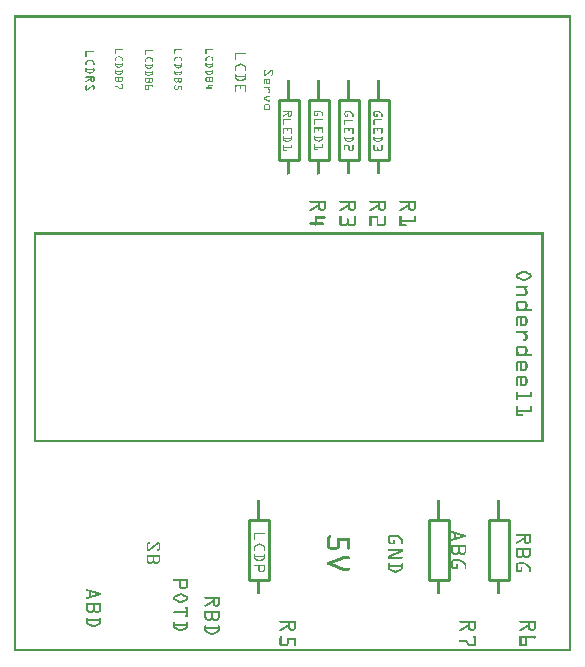
<source format=gto>
G04 MADE WITH FRITZING*
G04 WWW.FRITZING.ORG*
G04 DOUBLE SIDED*
G04 HOLES PLATED*
G04 CONTOUR ON CENTER OF CONTOUR VECTOR*
%ASAXBY*%
%FSLAX23Y23*%
%MOIN*%
%OFA0B0*%
%SFA1.0B1.0*%
%ADD10C,0.010000*%
%ADD11R,0.001000X0.001000*%
%LNSILK1*%
G90*
G70*
G54D10*
X1249Y1837D02*
X1249Y1637D01*
D02*
X1249Y1637D02*
X1183Y1637D01*
D02*
X1183Y1637D02*
X1183Y1837D01*
D02*
X1183Y1837D02*
X1249Y1837D01*
D02*
X1149Y1837D02*
X1149Y1637D01*
D02*
X1149Y1637D02*
X1083Y1637D01*
D02*
X1083Y1637D02*
X1083Y1837D01*
D02*
X1083Y1837D02*
X1149Y1837D01*
D02*
X1049Y1837D02*
X1049Y1637D01*
D02*
X1049Y1637D02*
X983Y1637D01*
D02*
X983Y1637D02*
X983Y1837D01*
D02*
X983Y1837D02*
X1049Y1837D01*
D02*
X949Y1837D02*
X949Y1637D01*
D02*
X949Y1637D02*
X883Y1637D01*
D02*
X883Y1637D02*
X883Y1837D01*
D02*
X883Y1837D02*
X949Y1837D01*
D02*
X849Y437D02*
X849Y237D01*
D02*
X849Y237D02*
X783Y237D01*
D02*
X783Y237D02*
X783Y437D01*
D02*
X783Y437D02*
X849Y437D01*
D02*
X1649Y437D02*
X1649Y237D01*
D02*
X1649Y237D02*
X1583Y237D01*
D02*
X1583Y237D02*
X1583Y437D01*
D02*
X1583Y437D02*
X1649Y437D01*
D02*
X1449Y437D02*
X1449Y237D01*
D02*
X1449Y237D02*
X1383Y237D01*
D02*
X1383Y237D02*
X1383Y437D01*
D02*
X1383Y437D02*
X1449Y437D01*
G54D11*
X0Y2119D02*
X1857Y2119D01*
X0Y2118D02*
X1857Y2118D01*
X0Y2117D02*
X1857Y2117D01*
X0Y2116D02*
X1857Y2116D01*
X0Y2115D02*
X1857Y2115D01*
X0Y2114D02*
X1857Y2114D01*
X0Y2113D02*
X1857Y2113D01*
X0Y2112D02*
X1857Y2112D01*
X0Y2111D02*
X7Y2111D01*
X1850Y2111D02*
X1857Y2111D01*
X0Y2110D02*
X7Y2110D01*
X1850Y2110D02*
X1857Y2110D01*
X0Y2109D02*
X7Y2109D01*
X1850Y2109D02*
X1857Y2109D01*
X0Y2108D02*
X7Y2108D01*
X1850Y2108D02*
X1857Y2108D01*
X0Y2107D02*
X7Y2107D01*
X1850Y2107D02*
X1857Y2107D01*
X0Y2106D02*
X7Y2106D01*
X1850Y2106D02*
X1857Y2106D01*
X0Y2105D02*
X7Y2105D01*
X1850Y2105D02*
X1857Y2105D01*
X0Y2104D02*
X7Y2104D01*
X1850Y2104D02*
X1857Y2104D01*
X0Y2103D02*
X7Y2103D01*
X1850Y2103D02*
X1857Y2103D01*
X0Y2102D02*
X7Y2102D01*
X1850Y2102D02*
X1857Y2102D01*
X0Y2101D02*
X7Y2101D01*
X1850Y2101D02*
X1857Y2101D01*
X0Y2100D02*
X7Y2100D01*
X1850Y2100D02*
X1857Y2100D01*
X0Y2099D02*
X7Y2099D01*
X1850Y2099D02*
X1857Y2099D01*
X0Y2098D02*
X7Y2098D01*
X1850Y2098D02*
X1857Y2098D01*
X0Y2097D02*
X7Y2097D01*
X1850Y2097D02*
X1857Y2097D01*
X0Y2096D02*
X7Y2096D01*
X1850Y2096D02*
X1857Y2096D01*
X0Y2095D02*
X7Y2095D01*
X1850Y2095D02*
X1857Y2095D01*
X0Y2094D02*
X7Y2094D01*
X1850Y2094D02*
X1857Y2094D01*
X0Y2093D02*
X7Y2093D01*
X1850Y2093D02*
X1857Y2093D01*
X0Y2092D02*
X7Y2092D01*
X1850Y2092D02*
X1857Y2092D01*
X0Y2091D02*
X7Y2091D01*
X1850Y2091D02*
X1857Y2091D01*
X0Y2090D02*
X7Y2090D01*
X1850Y2090D02*
X1857Y2090D01*
X0Y2089D02*
X7Y2089D01*
X1850Y2089D02*
X1857Y2089D01*
X0Y2088D02*
X7Y2088D01*
X1850Y2088D02*
X1857Y2088D01*
X0Y2087D02*
X7Y2087D01*
X1850Y2087D02*
X1857Y2087D01*
X0Y2086D02*
X7Y2086D01*
X1850Y2086D02*
X1857Y2086D01*
X0Y2085D02*
X7Y2085D01*
X1850Y2085D02*
X1857Y2085D01*
X0Y2084D02*
X7Y2084D01*
X1850Y2084D02*
X1857Y2084D01*
X0Y2083D02*
X7Y2083D01*
X1850Y2083D02*
X1857Y2083D01*
X0Y2082D02*
X7Y2082D01*
X1850Y2082D02*
X1857Y2082D01*
X0Y2081D02*
X7Y2081D01*
X1850Y2081D02*
X1857Y2081D01*
X0Y2080D02*
X7Y2080D01*
X1850Y2080D02*
X1857Y2080D01*
X0Y2079D02*
X7Y2079D01*
X1850Y2079D02*
X1857Y2079D01*
X0Y2078D02*
X7Y2078D01*
X1850Y2078D02*
X1857Y2078D01*
X0Y2077D02*
X7Y2077D01*
X1850Y2077D02*
X1857Y2077D01*
X0Y2076D02*
X7Y2076D01*
X1850Y2076D02*
X1857Y2076D01*
X0Y2075D02*
X7Y2075D01*
X1850Y2075D02*
X1857Y2075D01*
X0Y2074D02*
X7Y2074D01*
X1850Y2074D02*
X1857Y2074D01*
X0Y2073D02*
X7Y2073D01*
X1850Y2073D02*
X1857Y2073D01*
X0Y2072D02*
X7Y2072D01*
X1850Y2072D02*
X1857Y2072D01*
X0Y2071D02*
X7Y2071D01*
X1850Y2071D02*
X1857Y2071D01*
X0Y2070D02*
X7Y2070D01*
X1850Y2070D02*
X1857Y2070D01*
X0Y2069D02*
X7Y2069D01*
X1850Y2069D02*
X1857Y2069D01*
X0Y2068D02*
X7Y2068D01*
X1850Y2068D02*
X1857Y2068D01*
X0Y2067D02*
X7Y2067D01*
X1850Y2067D02*
X1857Y2067D01*
X0Y2066D02*
X7Y2066D01*
X1850Y2066D02*
X1857Y2066D01*
X0Y2065D02*
X7Y2065D01*
X1850Y2065D02*
X1857Y2065D01*
X0Y2064D02*
X7Y2064D01*
X1850Y2064D02*
X1857Y2064D01*
X0Y2063D02*
X7Y2063D01*
X1850Y2063D02*
X1857Y2063D01*
X0Y2062D02*
X7Y2062D01*
X1850Y2062D02*
X1857Y2062D01*
X0Y2061D02*
X7Y2061D01*
X1850Y2061D02*
X1857Y2061D01*
X0Y2060D02*
X7Y2060D01*
X1850Y2060D02*
X1857Y2060D01*
X0Y2059D02*
X7Y2059D01*
X1850Y2059D02*
X1857Y2059D01*
X0Y2058D02*
X7Y2058D01*
X1850Y2058D02*
X1857Y2058D01*
X0Y2057D02*
X7Y2057D01*
X1850Y2057D02*
X1857Y2057D01*
X0Y2056D02*
X7Y2056D01*
X1850Y2056D02*
X1857Y2056D01*
X0Y2055D02*
X7Y2055D01*
X1850Y2055D02*
X1857Y2055D01*
X0Y2054D02*
X7Y2054D01*
X1850Y2054D02*
X1857Y2054D01*
X0Y2053D02*
X7Y2053D01*
X1850Y2053D02*
X1857Y2053D01*
X0Y2052D02*
X7Y2052D01*
X1850Y2052D02*
X1857Y2052D01*
X0Y2051D02*
X7Y2051D01*
X1850Y2051D02*
X1857Y2051D01*
X0Y2050D02*
X7Y2050D01*
X1850Y2050D02*
X1857Y2050D01*
X0Y2049D02*
X7Y2049D01*
X1850Y2049D02*
X1857Y2049D01*
X0Y2048D02*
X7Y2048D01*
X1850Y2048D02*
X1857Y2048D01*
X0Y2047D02*
X7Y2047D01*
X1850Y2047D02*
X1857Y2047D01*
X0Y2046D02*
X7Y2046D01*
X1850Y2046D02*
X1857Y2046D01*
X0Y2045D02*
X7Y2045D01*
X1850Y2045D02*
X1857Y2045D01*
X0Y2044D02*
X7Y2044D01*
X1850Y2044D02*
X1857Y2044D01*
X0Y2043D02*
X7Y2043D01*
X1850Y2043D02*
X1857Y2043D01*
X0Y2042D02*
X7Y2042D01*
X1850Y2042D02*
X1857Y2042D01*
X0Y2041D02*
X7Y2041D01*
X1850Y2041D02*
X1857Y2041D01*
X0Y2040D02*
X7Y2040D01*
X1850Y2040D02*
X1857Y2040D01*
X0Y2039D02*
X7Y2039D01*
X1850Y2039D02*
X1857Y2039D01*
X0Y2038D02*
X7Y2038D01*
X1850Y2038D02*
X1857Y2038D01*
X0Y2037D02*
X7Y2037D01*
X1850Y2037D02*
X1857Y2037D01*
X0Y2036D02*
X7Y2036D01*
X1850Y2036D02*
X1857Y2036D01*
X0Y2035D02*
X7Y2035D01*
X1850Y2035D02*
X1857Y2035D01*
X0Y2034D02*
X7Y2034D01*
X1850Y2034D02*
X1857Y2034D01*
X0Y2033D02*
X7Y2033D01*
X1850Y2033D02*
X1857Y2033D01*
X0Y2032D02*
X7Y2032D01*
X1850Y2032D02*
X1857Y2032D01*
X0Y2031D02*
X7Y2031D01*
X1850Y2031D02*
X1857Y2031D01*
X0Y2030D02*
X7Y2030D01*
X1850Y2030D02*
X1857Y2030D01*
X0Y2029D02*
X7Y2029D01*
X1850Y2029D02*
X1857Y2029D01*
X0Y2028D02*
X7Y2028D01*
X1850Y2028D02*
X1857Y2028D01*
X0Y2027D02*
X7Y2027D01*
X1850Y2027D02*
X1857Y2027D01*
X0Y2026D02*
X7Y2026D01*
X1850Y2026D02*
X1857Y2026D01*
X0Y2025D02*
X7Y2025D01*
X1850Y2025D02*
X1857Y2025D01*
X0Y2024D02*
X7Y2024D01*
X1850Y2024D02*
X1857Y2024D01*
X0Y2023D02*
X7Y2023D01*
X1850Y2023D02*
X1857Y2023D01*
X0Y2022D02*
X7Y2022D01*
X1850Y2022D02*
X1857Y2022D01*
X0Y2021D02*
X7Y2021D01*
X1850Y2021D02*
X1857Y2021D01*
X0Y2020D02*
X7Y2020D01*
X1850Y2020D02*
X1857Y2020D01*
X0Y2019D02*
X7Y2019D01*
X1850Y2019D02*
X1857Y2019D01*
X0Y2018D02*
X7Y2018D01*
X1850Y2018D02*
X1857Y2018D01*
X0Y2017D02*
X7Y2017D01*
X1850Y2017D02*
X1857Y2017D01*
X0Y2016D02*
X7Y2016D01*
X1850Y2016D02*
X1857Y2016D01*
X0Y2015D02*
X7Y2015D01*
X1850Y2015D02*
X1857Y2015D01*
X0Y2014D02*
X7Y2014D01*
X1850Y2014D02*
X1857Y2014D01*
X0Y2013D02*
X7Y2013D01*
X1850Y2013D02*
X1857Y2013D01*
X0Y2012D02*
X7Y2012D01*
X1850Y2012D02*
X1857Y2012D01*
X0Y2011D02*
X7Y2011D01*
X1850Y2011D02*
X1857Y2011D01*
X0Y2010D02*
X7Y2010D01*
X1850Y2010D02*
X1857Y2010D01*
X0Y2009D02*
X7Y2009D01*
X1850Y2009D02*
X1857Y2009D01*
X0Y2008D02*
X7Y2008D01*
X1850Y2008D02*
X1857Y2008D01*
X0Y2007D02*
X7Y2007D01*
X337Y2007D02*
X361Y2007D01*
X638Y2007D02*
X663Y2007D01*
X1850Y2007D02*
X1857Y2007D01*
X0Y2006D02*
X7Y2006D01*
X337Y2006D02*
X361Y2006D01*
X535Y2006D02*
X559Y2006D01*
X638Y2006D02*
X663Y2006D01*
X1850Y2006D02*
X1857Y2006D01*
X0Y2005D02*
X7Y2005D01*
X337Y2005D02*
X361Y2005D01*
X535Y2005D02*
X560Y2005D01*
X638Y2005D02*
X663Y2005D01*
X1850Y2005D02*
X1857Y2005D01*
X0Y2004D02*
X7Y2004D01*
X337Y2004D02*
X339Y2004D01*
X437Y2004D02*
X462Y2004D01*
X535Y2004D02*
X559Y2004D01*
X638Y2004D02*
X641Y2004D01*
X1850Y2004D02*
X1857Y2004D01*
X0Y2003D02*
X7Y2003D01*
X337Y2003D02*
X339Y2003D01*
X437Y2003D02*
X462Y2003D01*
X535Y2003D02*
X538Y2003D01*
X638Y2003D02*
X641Y2003D01*
X1850Y2003D02*
X1857Y2003D01*
X0Y2002D02*
X7Y2002D01*
X337Y2002D02*
X339Y2002D01*
X437Y2002D02*
X462Y2002D01*
X535Y2002D02*
X537Y2002D01*
X638Y2002D02*
X641Y2002D01*
X1850Y2002D02*
X1857Y2002D01*
X0Y2001D02*
X7Y2001D01*
X238Y2001D02*
X267Y2001D01*
X337Y2001D02*
X339Y2001D01*
X437Y2001D02*
X440Y2001D01*
X535Y2001D02*
X537Y2001D01*
X638Y2001D02*
X641Y2001D01*
X1850Y2001D02*
X1857Y2001D01*
X0Y2000D02*
X7Y2000D01*
X238Y2000D02*
X267Y2000D01*
X337Y2000D02*
X339Y2000D01*
X437Y2000D02*
X440Y2000D01*
X535Y2000D02*
X537Y2000D01*
X638Y2000D02*
X641Y2000D01*
X1850Y2000D02*
X1857Y2000D01*
X0Y1999D02*
X7Y1999D01*
X238Y1999D02*
X267Y1999D01*
X337Y1999D02*
X339Y1999D01*
X437Y1999D02*
X440Y1999D01*
X535Y1999D02*
X537Y1999D01*
X638Y1999D02*
X641Y1999D01*
X1850Y1999D02*
X1857Y1999D01*
X0Y1998D02*
X7Y1998D01*
X238Y1998D02*
X267Y1998D01*
X337Y1998D02*
X339Y1998D01*
X437Y1998D02*
X440Y1998D01*
X535Y1998D02*
X537Y1998D01*
X638Y1998D02*
X641Y1998D01*
X1850Y1998D02*
X1857Y1998D01*
X0Y1997D02*
X7Y1997D01*
X238Y1997D02*
X241Y1997D01*
X337Y1997D02*
X339Y1997D01*
X437Y1997D02*
X440Y1997D01*
X535Y1997D02*
X537Y1997D01*
X638Y1997D02*
X641Y1997D01*
X1850Y1997D02*
X1857Y1997D01*
X0Y1996D02*
X7Y1996D01*
X238Y1996D02*
X241Y1996D01*
X337Y1996D02*
X339Y1996D01*
X437Y1996D02*
X440Y1996D01*
X535Y1996D02*
X537Y1996D01*
X638Y1996D02*
X641Y1996D01*
X1850Y1996D02*
X1857Y1996D01*
X0Y1995D02*
X7Y1995D01*
X238Y1995D02*
X241Y1995D01*
X337Y1995D02*
X339Y1995D01*
X437Y1995D02*
X440Y1995D01*
X535Y1995D02*
X537Y1995D01*
X638Y1995D02*
X641Y1995D01*
X1850Y1995D02*
X1857Y1995D01*
X0Y1994D02*
X7Y1994D01*
X238Y1994D02*
X241Y1994D01*
X337Y1994D02*
X339Y1994D01*
X437Y1994D02*
X440Y1994D01*
X535Y1994D02*
X537Y1994D01*
X638Y1994D02*
X641Y1994D01*
X736Y1994D02*
X773Y1994D01*
X1850Y1994D02*
X1857Y1994D01*
X0Y1993D02*
X7Y1993D01*
X238Y1993D02*
X241Y1993D01*
X337Y1993D02*
X339Y1993D01*
X437Y1993D02*
X440Y1993D01*
X535Y1993D02*
X537Y1993D01*
X638Y1993D02*
X641Y1993D01*
X736Y1993D02*
X773Y1993D01*
X1850Y1993D02*
X1857Y1993D01*
X0Y1992D02*
X7Y1992D01*
X238Y1992D02*
X241Y1992D01*
X337Y1992D02*
X339Y1992D01*
X437Y1992D02*
X440Y1992D01*
X535Y1992D02*
X537Y1992D01*
X639Y1992D02*
X640Y1992D01*
X736Y1992D02*
X774Y1992D01*
X1850Y1992D02*
X1857Y1992D01*
X0Y1991D02*
X7Y1991D01*
X238Y1991D02*
X241Y1991D01*
X437Y1991D02*
X440Y1991D01*
X535Y1991D02*
X537Y1991D01*
X736Y1991D02*
X773Y1991D01*
X1850Y1991D02*
X1857Y1991D01*
X0Y1990D02*
X7Y1990D01*
X238Y1990D02*
X241Y1990D01*
X437Y1990D02*
X440Y1990D01*
X736Y1990D02*
X773Y1990D01*
X1850Y1990D02*
X1857Y1990D01*
X0Y1989D02*
X7Y1989D01*
X238Y1989D02*
X241Y1989D01*
X438Y1989D02*
X439Y1989D01*
X736Y1989D02*
X740Y1989D01*
X1850Y1989D02*
X1857Y1989D01*
X0Y1988D02*
X7Y1988D01*
X238Y1988D02*
X241Y1988D01*
X736Y1988D02*
X740Y1988D01*
X1850Y1988D02*
X1857Y1988D01*
X0Y1987D02*
X7Y1987D01*
X238Y1987D02*
X241Y1987D01*
X736Y1987D02*
X740Y1987D01*
X1850Y1987D02*
X1857Y1987D01*
X0Y1986D02*
X7Y1986D01*
X238Y1986D02*
X241Y1986D01*
X736Y1986D02*
X740Y1986D01*
X1850Y1986D02*
X1857Y1986D01*
X0Y1985D02*
X7Y1985D01*
X238Y1985D02*
X241Y1985D01*
X736Y1985D02*
X740Y1985D01*
X1850Y1985D02*
X1857Y1985D01*
X0Y1984D02*
X7Y1984D01*
X238Y1984D02*
X241Y1984D01*
X349Y1984D02*
X349Y1984D01*
X736Y1984D02*
X740Y1984D01*
X1850Y1984D02*
X1857Y1984D01*
X0Y1983D02*
X7Y1983D01*
X238Y1983D02*
X241Y1983D01*
X346Y1983D02*
X353Y1983D01*
X647Y1983D02*
X654Y1983D01*
X736Y1983D02*
X740Y1983D01*
X1850Y1983D02*
X1857Y1983D01*
X0Y1982D02*
X7Y1982D01*
X239Y1982D02*
X240Y1982D01*
X344Y1982D02*
X355Y1982D01*
X544Y1982D02*
X550Y1982D01*
X645Y1982D02*
X656Y1982D01*
X736Y1982D02*
X740Y1982D01*
X1850Y1982D02*
X1857Y1982D01*
X0Y1981D02*
X7Y1981D01*
X342Y1981D02*
X357Y1981D01*
X450Y1981D02*
X450Y1981D01*
X542Y1981D02*
X552Y1981D01*
X643Y1981D02*
X658Y1981D01*
X736Y1981D02*
X740Y1981D01*
X1850Y1981D02*
X1857Y1981D01*
X0Y1980D02*
X7Y1980D01*
X340Y1980D02*
X346Y1980D01*
X352Y1980D02*
X359Y1980D01*
X446Y1980D02*
X453Y1980D01*
X540Y1980D02*
X554Y1980D01*
X641Y1980D02*
X648Y1980D01*
X654Y1980D02*
X660Y1980D01*
X736Y1980D02*
X740Y1980D01*
X1850Y1980D02*
X1857Y1980D01*
X0Y1979D02*
X7Y1979D01*
X339Y1979D02*
X344Y1979D01*
X354Y1979D02*
X360Y1979D01*
X444Y1979D02*
X455Y1979D01*
X538Y1979D02*
X545Y1979D01*
X550Y1979D02*
X556Y1979D01*
X640Y1979D02*
X646Y1979D01*
X656Y1979D02*
X661Y1979D01*
X736Y1979D02*
X740Y1979D01*
X1850Y1979D02*
X1857Y1979D01*
X0Y1978D02*
X7Y1978D01*
X338Y1978D02*
X342Y1978D01*
X356Y1978D02*
X361Y1978D01*
X442Y1978D02*
X457Y1978D01*
X537Y1978D02*
X543Y1978D01*
X552Y1978D02*
X558Y1978D01*
X639Y1978D02*
X644Y1978D01*
X658Y1978D02*
X662Y1978D01*
X736Y1978D02*
X740Y1978D01*
X1850Y1978D02*
X1857Y1978D01*
X0Y1977D02*
X7Y1977D01*
X337Y1977D02*
X340Y1977D01*
X358Y1977D02*
X361Y1977D01*
X440Y1977D02*
X447Y1977D01*
X453Y1977D02*
X459Y1977D01*
X536Y1977D02*
X541Y1977D01*
X554Y1977D02*
X559Y1977D01*
X639Y1977D02*
X642Y1977D01*
X660Y1977D02*
X663Y1977D01*
X736Y1977D02*
X740Y1977D01*
X1850Y1977D02*
X1857Y1977D01*
X0Y1976D02*
X7Y1976D01*
X337Y1976D02*
X339Y1976D01*
X359Y1976D02*
X361Y1976D01*
X439Y1976D02*
X445Y1976D01*
X455Y1976D02*
X461Y1976D01*
X535Y1976D02*
X539Y1976D01*
X556Y1976D02*
X559Y1976D01*
X638Y1976D02*
X641Y1976D01*
X660Y1976D02*
X663Y1976D01*
X736Y1976D02*
X740Y1976D01*
X1850Y1976D02*
X1857Y1976D01*
X0Y1975D02*
X7Y1975D01*
X337Y1975D02*
X339Y1975D01*
X359Y1975D02*
X362Y1975D01*
X438Y1975D02*
X443Y1975D01*
X457Y1975D02*
X461Y1975D01*
X535Y1975D02*
X538Y1975D01*
X557Y1975D02*
X559Y1975D01*
X638Y1975D02*
X641Y1975D01*
X661Y1975D02*
X663Y1975D01*
X736Y1975D02*
X740Y1975D01*
X1850Y1975D02*
X1857Y1975D01*
X0Y1974D02*
X7Y1974D01*
X337Y1974D02*
X339Y1974D01*
X359Y1974D02*
X362Y1974D01*
X438Y1974D02*
X441Y1974D01*
X459Y1974D02*
X462Y1974D01*
X535Y1974D02*
X537Y1974D01*
X557Y1974D02*
X560Y1974D01*
X638Y1974D02*
X641Y1974D01*
X661Y1974D02*
X663Y1974D01*
X736Y1974D02*
X740Y1974D01*
X1850Y1974D02*
X1857Y1974D01*
X0Y1973D02*
X7Y1973D01*
X253Y1973D02*
X253Y1973D01*
X337Y1973D02*
X339Y1973D01*
X359Y1973D02*
X362Y1973D01*
X437Y1973D02*
X440Y1973D01*
X460Y1973D02*
X462Y1973D01*
X535Y1973D02*
X537Y1973D01*
X557Y1973D02*
X560Y1973D01*
X638Y1973D02*
X641Y1973D01*
X661Y1973D02*
X663Y1973D01*
X736Y1973D02*
X740Y1973D01*
X1850Y1973D02*
X1857Y1973D01*
X0Y1972D02*
X7Y1972D01*
X249Y1972D02*
X256Y1972D01*
X337Y1972D02*
X339Y1972D01*
X359Y1972D02*
X362Y1972D01*
X437Y1972D02*
X440Y1972D01*
X460Y1972D02*
X462Y1972D01*
X535Y1972D02*
X537Y1972D01*
X557Y1972D02*
X560Y1972D01*
X638Y1972D02*
X641Y1972D01*
X661Y1972D02*
X663Y1972D01*
X736Y1972D02*
X740Y1972D01*
X1850Y1972D02*
X1857Y1972D01*
X0Y1971D02*
X7Y1971D01*
X247Y1971D02*
X258Y1971D01*
X337Y1971D02*
X339Y1971D01*
X359Y1971D02*
X362Y1971D01*
X437Y1971D02*
X440Y1971D01*
X460Y1971D02*
X462Y1971D01*
X535Y1971D02*
X537Y1971D01*
X557Y1971D02*
X560Y1971D01*
X638Y1971D02*
X641Y1971D01*
X661Y1971D02*
X663Y1971D01*
X737Y1971D02*
X740Y1971D01*
X1850Y1971D02*
X1857Y1971D01*
X0Y1970D02*
X7Y1970D01*
X245Y1970D02*
X260Y1970D01*
X337Y1970D02*
X339Y1970D01*
X359Y1970D02*
X362Y1970D01*
X437Y1970D02*
X440Y1970D01*
X460Y1970D02*
X462Y1970D01*
X535Y1970D02*
X537Y1970D01*
X557Y1970D02*
X560Y1970D01*
X638Y1970D02*
X641Y1970D01*
X661Y1970D02*
X663Y1970D01*
X1850Y1970D02*
X1857Y1970D01*
X0Y1969D02*
X7Y1969D01*
X243Y1969D02*
X252Y1969D01*
X254Y1969D02*
X263Y1969D01*
X337Y1969D02*
X339Y1969D01*
X359Y1969D02*
X361Y1969D01*
X437Y1969D02*
X440Y1969D01*
X460Y1969D02*
X462Y1969D01*
X535Y1969D02*
X537Y1969D01*
X557Y1969D02*
X560Y1969D01*
X638Y1969D02*
X641Y1969D01*
X661Y1969D02*
X663Y1969D01*
X1850Y1969D02*
X1857Y1969D01*
X0Y1968D02*
X7Y1968D01*
X241Y1968D02*
X249Y1968D01*
X257Y1968D02*
X264Y1968D01*
X338Y1968D02*
X338Y1968D01*
X360Y1968D02*
X361Y1968D01*
X437Y1968D02*
X440Y1968D01*
X460Y1968D02*
X462Y1968D01*
X535Y1968D02*
X537Y1968D01*
X557Y1968D02*
X560Y1968D01*
X639Y1968D02*
X640Y1968D01*
X661Y1968D02*
X662Y1968D01*
X1850Y1968D02*
X1857Y1968D01*
X0Y1967D02*
X7Y1967D01*
X240Y1967D02*
X247Y1967D01*
X259Y1967D02*
X266Y1967D01*
X437Y1967D02*
X440Y1967D01*
X460Y1967D02*
X462Y1967D01*
X536Y1967D02*
X537Y1967D01*
X558Y1967D02*
X559Y1967D01*
X1850Y1967D02*
X1857Y1967D01*
X0Y1966D02*
X7Y1966D01*
X239Y1966D02*
X245Y1966D01*
X261Y1966D02*
X267Y1966D01*
X438Y1966D02*
X440Y1966D01*
X460Y1966D02*
X462Y1966D01*
X1850Y1966D02*
X1857Y1966D01*
X0Y1965D02*
X7Y1965D01*
X238Y1965D02*
X243Y1965D01*
X262Y1965D02*
X267Y1965D01*
X438Y1965D02*
X439Y1965D01*
X461Y1965D02*
X461Y1965D01*
X1850Y1965D02*
X1857Y1965D01*
X0Y1964D02*
X7Y1964D01*
X238Y1964D02*
X241Y1964D01*
X264Y1964D02*
X267Y1964D01*
X1850Y1964D02*
X1857Y1964D01*
X0Y1963D02*
X7Y1963D01*
X238Y1963D02*
X241Y1963D01*
X264Y1963D02*
X267Y1963D01*
X1850Y1963D02*
X1857Y1963D01*
X0Y1962D02*
X7Y1962D01*
X238Y1962D02*
X241Y1962D01*
X265Y1962D02*
X268Y1962D01*
X1850Y1962D02*
X1857Y1962D01*
X0Y1961D02*
X7Y1961D01*
X238Y1961D02*
X241Y1961D01*
X265Y1961D02*
X268Y1961D01*
X1850Y1961D02*
X1857Y1961D01*
X0Y1960D02*
X7Y1960D01*
X238Y1960D02*
X241Y1960D01*
X265Y1960D02*
X268Y1960D01*
X338Y1960D02*
X339Y1960D01*
X360Y1960D02*
X361Y1960D01*
X639Y1960D02*
X640Y1960D01*
X661Y1960D02*
X662Y1960D01*
X1850Y1960D02*
X1857Y1960D01*
X0Y1959D02*
X7Y1959D01*
X238Y1959D02*
X241Y1959D01*
X265Y1959D02*
X268Y1959D01*
X337Y1959D02*
X339Y1959D01*
X359Y1959D02*
X361Y1959D01*
X536Y1959D02*
X536Y1959D01*
X558Y1959D02*
X558Y1959D01*
X638Y1959D02*
X641Y1959D01*
X661Y1959D02*
X663Y1959D01*
X755Y1959D02*
X755Y1959D01*
X1850Y1959D02*
X1857Y1959D01*
X0Y1958D02*
X7Y1958D01*
X238Y1958D02*
X241Y1958D01*
X265Y1958D02*
X268Y1958D01*
X337Y1958D02*
X339Y1958D01*
X359Y1958D02*
X362Y1958D01*
X535Y1958D02*
X537Y1958D01*
X557Y1958D02*
X559Y1958D01*
X638Y1958D02*
X641Y1958D01*
X661Y1958D02*
X663Y1958D01*
X751Y1958D02*
X759Y1958D01*
X1850Y1958D02*
X1857Y1958D01*
X0Y1957D02*
X7Y1957D01*
X238Y1957D02*
X241Y1957D01*
X265Y1957D02*
X268Y1957D01*
X337Y1957D02*
X362Y1957D01*
X438Y1957D02*
X439Y1957D01*
X460Y1957D02*
X461Y1957D01*
X535Y1957D02*
X537Y1957D01*
X557Y1957D02*
X560Y1957D01*
X638Y1957D02*
X663Y1957D01*
X749Y1957D02*
X761Y1957D01*
X1850Y1957D02*
X1857Y1957D01*
X0Y1956D02*
X7Y1956D01*
X238Y1956D02*
X241Y1956D01*
X265Y1956D02*
X268Y1956D01*
X337Y1956D02*
X362Y1956D01*
X437Y1956D02*
X440Y1956D01*
X460Y1956D02*
X462Y1956D01*
X535Y1956D02*
X538Y1956D01*
X557Y1956D02*
X560Y1956D01*
X638Y1956D02*
X663Y1956D01*
X747Y1956D02*
X763Y1956D01*
X1850Y1956D02*
X1857Y1956D01*
X0Y1955D02*
X7Y1955D01*
X238Y1955D02*
X241Y1955D01*
X265Y1955D02*
X267Y1955D01*
X337Y1955D02*
X362Y1955D01*
X437Y1955D02*
X440Y1955D01*
X460Y1955D02*
X462Y1955D01*
X535Y1955D02*
X560Y1955D01*
X638Y1955D02*
X663Y1955D01*
X745Y1955D02*
X765Y1955D01*
X1850Y1955D02*
X1857Y1955D01*
X0Y1954D02*
X7Y1954D01*
X239Y1954D02*
X240Y1954D01*
X265Y1954D02*
X267Y1954D01*
X337Y1954D02*
X362Y1954D01*
X437Y1954D02*
X462Y1954D01*
X535Y1954D02*
X560Y1954D01*
X638Y1954D02*
X663Y1954D01*
X743Y1954D02*
X754Y1954D01*
X756Y1954D02*
X767Y1954D01*
X1850Y1954D02*
X1857Y1954D01*
X0Y1953D02*
X7Y1953D01*
X337Y1953D02*
X339Y1953D01*
X359Y1953D02*
X362Y1953D01*
X437Y1953D02*
X462Y1953D01*
X535Y1953D02*
X560Y1953D01*
X638Y1953D02*
X641Y1953D01*
X661Y1953D02*
X663Y1953D01*
X741Y1953D02*
X751Y1953D01*
X759Y1953D02*
X769Y1953D01*
X1850Y1953D02*
X1857Y1953D01*
X0Y1952D02*
X7Y1952D01*
X337Y1952D02*
X339Y1952D01*
X359Y1952D02*
X361Y1952D01*
X437Y1952D02*
X462Y1952D01*
X535Y1952D02*
X537Y1952D01*
X557Y1952D02*
X560Y1952D01*
X638Y1952D02*
X641Y1952D01*
X660Y1952D02*
X663Y1952D01*
X739Y1952D02*
X749Y1952D01*
X761Y1952D02*
X771Y1952D01*
X1850Y1952D02*
X1857Y1952D01*
X0Y1951D02*
X7Y1951D01*
X337Y1951D02*
X341Y1951D01*
X358Y1951D02*
X361Y1951D01*
X437Y1951D02*
X462Y1951D01*
X535Y1951D02*
X537Y1951D01*
X557Y1951D02*
X560Y1951D01*
X639Y1951D02*
X642Y1951D01*
X659Y1951D02*
X663Y1951D01*
X738Y1951D02*
X747Y1951D01*
X763Y1951D02*
X772Y1951D01*
X1850Y1951D02*
X1857Y1951D01*
X0Y1950D02*
X7Y1950D01*
X338Y1950D02*
X343Y1950D01*
X356Y1950D02*
X361Y1950D01*
X437Y1950D02*
X440Y1950D01*
X460Y1950D02*
X462Y1950D01*
X535Y1950D02*
X538Y1950D01*
X556Y1950D02*
X559Y1950D01*
X639Y1950D02*
X644Y1950D01*
X657Y1950D02*
X662Y1950D01*
X738Y1950D02*
X745Y1950D01*
X765Y1950D02*
X773Y1950D01*
X1850Y1950D02*
X1857Y1950D01*
X0Y1949D02*
X7Y1949D01*
X339Y1949D02*
X345Y1949D01*
X354Y1949D02*
X360Y1949D01*
X437Y1949D02*
X440Y1949D01*
X459Y1949D02*
X462Y1949D01*
X536Y1949D02*
X540Y1949D01*
X554Y1949D02*
X559Y1949D01*
X640Y1949D02*
X646Y1949D01*
X655Y1949D02*
X661Y1949D01*
X737Y1949D02*
X743Y1949D01*
X767Y1949D02*
X773Y1949D01*
X1850Y1949D02*
X1857Y1949D01*
X0Y1948D02*
X7Y1948D01*
X340Y1948D02*
X347Y1948D01*
X352Y1948D02*
X358Y1948D01*
X438Y1948D02*
X441Y1948D01*
X458Y1948D02*
X462Y1948D01*
X536Y1948D02*
X542Y1948D01*
X552Y1948D02*
X558Y1948D01*
X642Y1948D02*
X648Y1948D01*
X653Y1948D02*
X660Y1948D01*
X737Y1948D02*
X741Y1948D01*
X769Y1948D02*
X774Y1948D01*
X1850Y1948D02*
X1857Y1948D01*
X0Y1947D02*
X7Y1947D01*
X342Y1947D02*
X356Y1947D01*
X438Y1947D02*
X443Y1947D01*
X456Y1947D02*
X461Y1947D01*
X538Y1947D02*
X544Y1947D01*
X550Y1947D02*
X557Y1947D01*
X644Y1947D02*
X658Y1947D01*
X736Y1947D02*
X741Y1947D01*
X770Y1947D02*
X774Y1947D01*
X1850Y1947D02*
X1857Y1947D01*
X0Y1946D02*
X7Y1946D01*
X344Y1946D02*
X354Y1946D01*
X439Y1946D02*
X445Y1946D01*
X454Y1946D02*
X460Y1946D01*
X540Y1946D02*
X555Y1946D01*
X646Y1946D02*
X656Y1946D01*
X736Y1946D02*
X740Y1946D01*
X770Y1946D02*
X774Y1946D01*
X1850Y1946D02*
X1857Y1946D01*
X0Y1945D02*
X7Y1945D01*
X346Y1945D02*
X352Y1945D01*
X441Y1945D02*
X447Y1945D01*
X452Y1945D02*
X459Y1945D01*
X542Y1945D02*
X553Y1945D01*
X648Y1945D02*
X654Y1945D01*
X736Y1945D02*
X740Y1945D01*
X770Y1945D02*
X774Y1945D01*
X1850Y1945D02*
X1857Y1945D01*
X0Y1944D02*
X7Y1944D01*
X238Y1944D02*
X240Y1944D01*
X265Y1944D02*
X267Y1944D01*
X443Y1944D02*
X457Y1944D01*
X544Y1944D02*
X551Y1944D01*
X736Y1944D02*
X740Y1944D01*
X770Y1944D02*
X774Y1944D01*
X1850Y1944D02*
X1857Y1944D01*
X0Y1943D02*
X7Y1943D01*
X238Y1943D02*
X241Y1943D01*
X265Y1943D02*
X267Y1943D01*
X445Y1943D02*
X455Y1943D01*
X546Y1943D02*
X548Y1943D01*
X736Y1943D02*
X740Y1943D01*
X770Y1943D02*
X774Y1943D01*
X1850Y1943D02*
X1857Y1943D01*
X0Y1942D02*
X7Y1942D01*
X238Y1942D02*
X241Y1942D01*
X265Y1942D02*
X268Y1942D01*
X447Y1942D02*
X453Y1942D01*
X736Y1942D02*
X740Y1942D01*
X770Y1942D02*
X774Y1942D01*
X1850Y1942D02*
X1857Y1942D01*
X0Y1941D02*
X7Y1941D01*
X238Y1941D02*
X241Y1941D01*
X264Y1941D02*
X268Y1941D01*
X736Y1941D02*
X740Y1941D01*
X770Y1941D02*
X774Y1941D01*
X1850Y1941D02*
X1857Y1941D01*
X0Y1940D02*
X7Y1940D01*
X238Y1940D02*
X268Y1940D01*
X736Y1940D02*
X740Y1940D01*
X770Y1940D02*
X774Y1940D01*
X1850Y1940D02*
X1857Y1940D01*
X0Y1939D02*
X7Y1939D01*
X238Y1939D02*
X268Y1939D01*
X736Y1939D02*
X740Y1939D01*
X770Y1939D02*
X774Y1939D01*
X1850Y1939D02*
X1857Y1939D01*
X0Y1938D02*
X7Y1938D01*
X238Y1938D02*
X268Y1938D01*
X736Y1938D02*
X740Y1938D01*
X770Y1938D02*
X774Y1938D01*
X1850Y1938D02*
X1857Y1938D01*
X0Y1937D02*
X7Y1937D01*
X238Y1937D02*
X268Y1937D01*
X736Y1937D02*
X740Y1937D01*
X770Y1937D02*
X774Y1937D01*
X836Y1937D02*
X838Y1937D01*
X857Y1937D02*
X859Y1937D01*
X1850Y1937D02*
X1857Y1937D01*
X0Y1936D02*
X7Y1936D01*
X238Y1936D02*
X241Y1936D01*
X265Y1936D02*
X268Y1936D01*
X337Y1936D02*
X339Y1936D01*
X360Y1936D02*
X361Y1936D01*
X639Y1936D02*
X640Y1936D01*
X661Y1936D02*
X663Y1936D01*
X737Y1936D02*
X740Y1936D01*
X770Y1936D02*
X773Y1936D01*
X834Y1936D02*
X838Y1936D01*
X855Y1936D02*
X861Y1936D01*
X1850Y1936D02*
X1857Y1936D01*
X0Y1935D02*
X7Y1935D01*
X238Y1935D02*
X241Y1935D01*
X264Y1935D02*
X267Y1935D01*
X337Y1935D02*
X339Y1935D01*
X359Y1935D02*
X362Y1935D01*
X536Y1935D02*
X537Y1935D01*
X558Y1935D02*
X559Y1935D01*
X638Y1935D02*
X641Y1935D01*
X661Y1935D02*
X663Y1935D01*
X738Y1935D02*
X739Y1935D01*
X771Y1935D02*
X773Y1935D01*
X833Y1935D02*
X838Y1935D01*
X854Y1935D02*
X861Y1935D01*
X1850Y1935D02*
X1857Y1935D01*
X0Y1934D02*
X7Y1934D01*
X238Y1934D02*
X242Y1934D01*
X264Y1934D02*
X267Y1934D01*
X337Y1934D02*
X339Y1934D01*
X359Y1934D02*
X362Y1934D01*
X535Y1934D02*
X537Y1934D01*
X557Y1934D02*
X560Y1934D01*
X638Y1934D02*
X641Y1934D01*
X661Y1934D02*
X663Y1934D01*
X833Y1934D02*
X838Y1934D01*
X853Y1934D02*
X862Y1934D01*
X1850Y1934D02*
X1857Y1934D01*
X0Y1933D02*
X7Y1933D01*
X238Y1933D02*
X243Y1933D01*
X262Y1933D02*
X267Y1933D01*
X337Y1933D02*
X362Y1933D01*
X438Y1933D02*
X439Y1933D01*
X460Y1933D02*
X462Y1933D01*
X535Y1933D02*
X537Y1933D01*
X557Y1933D02*
X560Y1933D01*
X638Y1933D02*
X663Y1933D01*
X832Y1933D02*
X836Y1933D01*
X851Y1933D02*
X857Y1933D01*
X859Y1933D02*
X862Y1933D01*
X1850Y1933D02*
X1857Y1933D01*
X0Y1932D02*
X7Y1932D01*
X239Y1932D02*
X245Y1932D01*
X260Y1932D02*
X266Y1932D01*
X337Y1932D02*
X362Y1932D01*
X437Y1932D02*
X440Y1932D01*
X460Y1932D02*
X462Y1932D01*
X535Y1932D02*
X560Y1932D01*
X638Y1932D02*
X663Y1932D01*
X832Y1932D02*
X835Y1932D01*
X850Y1932D02*
X856Y1932D01*
X859Y1932D02*
X862Y1932D01*
X1850Y1932D02*
X1857Y1932D01*
X0Y1931D02*
X7Y1931D01*
X240Y1931D02*
X247Y1931D01*
X258Y1931D02*
X265Y1931D01*
X337Y1931D02*
X362Y1931D01*
X437Y1931D02*
X440Y1931D01*
X460Y1931D02*
X462Y1931D01*
X535Y1931D02*
X560Y1931D01*
X638Y1931D02*
X663Y1931D01*
X832Y1931D02*
X835Y1931D01*
X849Y1931D02*
X854Y1931D01*
X859Y1931D02*
X862Y1931D01*
X1850Y1931D02*
X1857Y1931D01*
X0Y1930D02*
X7Y1930D01*
X241Y1930D02*
X249Y1930D01*
X256Y1930D02*
X264Y1930D01*
X337Y1930D02*
X339Y1930D01*
X359Y1930D02*
X362Y1930D01*
X437Y1930D02*
X462Y1930D01*
X535Y1930D02*
X560Y1930D01*
X638Y1930D02*
X641Y1930D01*
X660Y1930D02*
X663Y1930D01*
X832Y1930D02*
X835Y1930D01*
X847Y1930D02*
X853Y1930D01*
X859Y1930D02*
X862Y1930D01*
X1850Y1930D02*
X1857Y1930D01*
X0Y1929D02*
X7Y1929D01*
X243Y1929D02*
X262Y1929D01*
X337Y1929D02*
X339Y1929D01*
X359Y1929D02*
X361Y1929D01*
X437Y1929D02*
X462Y1929D01*
X535Y1929D02*
X560Y1929D01*
X638Y1929D02*
X641Y1929D01*
X661Y1929D02*
X663Y1929D01*
X832Y1929D02*
X835Y1929D01*
X846Y1929D02*
X852Y1929D01*
X859Y1929D02*
X862Y1929D01*
X1850Y1929D02*
X1857Y1929D01*
X0Y1928D02*
X7Y1928D01*
X245Y1928D02*
X260Y1928D01*
X337Y1928D02*
X340Y1928D01*
X359Y1928D02*
X361Y1928D01*
X437Y1928D02*
X462Y1928D01*
X535Y1928D02*
X537Y1928D01*
X557Y1928D02*
X560Y1928D01*
X638Y1928D02*
X641Y1928D01*
X660Y1928D02*
X663Y1928D01*
X832Y1928D02*
X835Y1928D01*
X845Y1928D02*
X850Y1928D01*
X859Y1928D02*
X862Y1928D01*
X1850Y1928D02*
X1857Y1928D01*
X0Y1927D02*
X7Y1927D01*
X247Y1927D02*
X258Y1927D01*
X337Y1927D02*
X341Y1927D01*
X357Y1927D02*
X361Y1927D01*
X437Y1927D02*
X440Y1927D01*
X460Y1927D02*
X462Y1927D01*
X535Y1927D02*
X538Y1927D01*
X557Y1927D02*
X559Y1927D01*
X639Y1927D02*
X643Y1927D01*
X659Y1927D02*
X662Y1927D01*
X832Y1927D02*
X835Y1927D01*
X844Y1927D02*
X849Y1927D01*
X859Y1927D02*
X862Y1927D01*
X1850Y1927D02*
X1857Y1927D01*
X0Y1926D02*
X7Y1926D01*
X249Y1926D02*
X256Y1926D01*
X338Y1926D02*
X343Y1926D01*
X355Y1926D02*
X360Y1926D01*
X437Y1926D02*
X440Y1926D01*
X460Y1926D02*
X462Y1926D01*
X535Y1926D02*
X539Y1926D01*
X556Y1926D02*
X559Y1926D01*
X639Y1926D02*
X645Y1926D01*
X657Y1926D02*
X662Y1926D01*
X832Y1926D02*
X835Y1926D01*
X842Y1926D02*
X848Y1926D01*
X859Y1926D02*
X862Y1926D01*
X1850Y1926D02*
X1857Y1926D01*
X0Y1925D02*
X7Y1925D01*
X339Y1925D02*
X345Y1925D01*
X353Y1925D02*
X359Y1925D01*
X438Y1925D02*
X440Y1925D01*
X459Y1925D02*
X462Y1925D01*
X536Y1925D02*
X541Y1925D01*
X554Y1925D02*
X559Y1925D01*
X640Y1925D02*
X647Y1925D01*
X655Y1925D02*
X661Y1925D01*
X832Y1925D02*
X835Y1925D01*
X841Y1925D02*
X847Y1925D01*
X859Y1925D02*
X862Y1925D01*
X1850Y1925D02*
X1857Y1925D01*
X0Y1924D02*
X7Y1924D01*
X341Y1924D02*
X348Y1924D01*
X351Y1924D02*
X358Y1924D01*
X438Y1924D02*
X442Y1924D01*
X457Y1924D02*
X461Y1924D01*
X537Y1924D02*
X543Y1924D01*
X552Y1924D02*
X558Y1924D01*
X642Y1924D02*
X649Y1924D01*
X652Y1924D02*
X659Y1924D01*
X832Y1924D02*
X835Y1924D01*
X840Y1924D02*
X845Y1924D01*
X859Y1924D02*
X862Y1924D01*
X1850Y1924D02*
X1857Y1924D01*
X0Y1923D02*
X7Y1923D01*
X343Y1923D02*
X356Y1923D01*
X438Y1923D02*
X444Y1923D01*
X455Y1923D02*
X461Y1923D01*
X538Y1923D02*
X545Y1923D01*
X550Y1923D02*
X556Y1923D01*
X644Y1923D02*
X657Y1923D01*
X737Y1923D02*
X739Y1923D01*
X771Y1923D02*
X773Y1923D01*
X832Y1923D02*
X835Y1923D01*
X838Y1923D02*
X844Y1923D01*
X859Y1923D02*
X862Y1923D01*
X1850Y1923D02*
X1857Y1923D01*
X0Y1922D02*
X7Y1922D01*
X345Y1922D02*
X354Y1922D01*
X440Y1922D02*
X446Y1922D01*
X454Y1922D02*
X460Y1922D01*
X540Y1922D02*
X554Y1922D01*
X646Y1922D02*
X655Y1922D01*
X737Y1922D02*
X740Y1922D01*
X770Y1922D02*
X774Y1922D01*
X832Y1922D02*
X835Y1922D01*
X837Y1922D02*
X843Y1922D01*
X858Y1922D02*
X862Y1922D01*
X1850Y1922D02*
X1857Y1922D01*
X0Y1921D02*
X7Y1921D01*
X347Y1921D02*
X351Y1921D01*
X441Y1921D02*
X448Y1921D01*
X451Y1921D02*
X458Y1921D01*
X542Y1921D02*
X552Y1921D01*
X649Y1921D02*
X653Y1921D01*
X736Y1921D02*
X740Y1921D01*
X770Y1921D02*
X774Y1921D01*
X832Y1921D02*
X841Y1921D01*
X856Y1921D02*
X861Y1921D01*
X1850Y1921D02*
X1857Y1921D01*
X0Y1920D02*
X7Y1920D01*
X443Y1920D02*
X456Y1920D01*
X544Y1920D02*
X550Y1920D01*
X736Y1920D02*
X740Y1920D01*
X770Y1920D02*
X774Y1920D01*
X833Y1920D02*
X840Y1920D01*
X856Y1920D02*
X861Y1920D01*
X1850Y1920D02*
X1857Y1920D01*
X0Y1919D02*
X7Y1919D01*
X445Y1919D02*
X454Y1919D01*
X736Y1919D02*
X741Y1919D01*
X770Y1919D02*
X774Y1919D01*
X834Y1919D02*
X839Y1919D01*
X856Y1919D02*
X860Y1919D01*
X1850Y1919D02*
X1857Y1919D01*
X0Y1918D02*
X7Y1918D01*
X448Y1918D02*
X452Y1918D01*
X736Y1918D02*
X774Y1918D01*
X835Y1918D02*
X837Y1918D01*
X857Y1918D02*
X858Y1918D01*
X1850Y1918D02*
X1857Y1918D01*
X0Y1917D02*
X7Y1917D01*
X736Y1917D02*
X774Y1917D01*
X1850Y1917D02*
X1857Y1917D01*
X0Y1916D02*
X7Y1916D01*
X239Y1916D02*
X267Y1916D01*
X736Y1916D02*
X774Y1916D01*
X1850Y1916D02*
X1857Y1916D01*
X0Y1915D02*
X7Y1915D01*
X238Y1915D02*
X268Y1915D01*
X736Y1915D02*
X774Y1915D01*
X1850Y1915D02*
X1857Y1915D01*
X0Y1914D02*
X7Y1914D01*
X238Y1914D02*
X268Y1914D01*
X736Y1914D02*
X774Y1914D01*
X1850Y1914D02*
X1857Y1914D01*
X0Y1913D02*
X7Y1913D01*
X238Y1913D02*
X268Y1913D01*
X337Y1913D02*
X361Y1913D01*
X639Y1913D02*
X663Y1913D01*
X736Y1913D02*
X740Y1913D01*
X770Y1913D02*
X774Y1913D01*
X1850Y1913D02*
X1857Y1913D01*
X0Y1912D02*
X7Y1912D01*
X254Y1912D02*
X258Y1912D01*
X264Y1912D02*
X268Y1912D01*
X337Y1912D02*
X362Y1912D01*
X638Y1912D02*
X663Y1912D01*
X736Y1912D02*
X740Y1912D01*
X770Y1912D02*
X774Y1912D01*
X1850Y1912D02*
X1857Y1912D01*
X0Y1911D02*
X7Y1911D01*
X255Y1911D02*
X258Y1911D01*
X265Y1911D02*
X268Y1911D01*
X337Y1911D02*
X362Y1911D01*
X535Y1911D02*
X560Y1911D01*
X638Y1911D02*
X663Y1911D01*
X737Y1911D02*
X741Y1911D01*
X770Y1911D02*
X774Y1911D01*
X1850Y1911D02*
X1857Y1911D01*
X0Y1910D02*
X7Y1910D01*
X254Y1910D02*
X258Y1910D01*
X265Y1910D02*
X268Y1910D01*
X337Y1910D02*
X362Y1910D01*
X438Y1910D02*
X462Y1910D01*
X535Y1910D02*
X560Y1910D01*
X638Y1910D02*
X663Y1910D01*
X737Y1910D02*
X742Y1910D01*
X769Y1910D02*
X773Y1910D01*
X1850Y1910D02*
X1857Y1910D01*
X0Y1909D02*
X7Y1909D01*
X253Y1909D02*
X258Y1909D01*
X265Y1909D02*
X268Y1909D01*
X337Y1909D02*
X339Y1909D01*
X348Y1909D02*
X350Y1909D01*
X359Y1909D02*
X362Y1909D01*
X437Y1909D02*
X462Y1909D01*
X535Y1909D02*
X560Y1909D01*
X638Y1909D02*
X641Y1909D01*
X650Y1909D02*
X652Y1909D01*
X661Y1909D02*
X663Y1909D01*
X737Y1909D02*
X743Y1909D01*
X767Y1909D02*
X773Y1909D01*
X1850Y1909D02*
X1857Y1909D01*
X0Y1908D02*
X7Y1908D01*
X252Y1908D02*
X258Y1908D01*
X265Y1908D02*
X268Y1908D01*
X337Y1908D02*
X339Y1908D01*
X348Y1908D02*
X350Y1908D01*
X359Y1908D02*
X362Y1908D01*
X437Y1908D02*
X462Y1908D01*
X535Y1908D02*
X537Y1908D01*
X546Y1908D02*
X548Y1908D01*
X557Y1908D02*
X560Y1908D01*
X638Y1908D02*
X641Y1908D01*
X650Y1908D02*
X652Y1908D01*
X661Y1908D02*
X663Y1908D01*
X738Y1908D02*
X745Y1908D01*
X765Y1908D02*
X773Y1908D01*
X836Y1908D02*
X849Y1908D01*
X1850Y1908D02*
X1857Y1908D01*
X0Y1907D02*
X7Y1907D01*
X250Y1907D02*
X258Y1907D01*
X265Y1907D02*
X268Y1907D01*
X337Y1907D02*
X339Y1907D01*
X348Y1907D02*
X350Y1907D01*
X359Y1907D02*
X362Y1907D01*
X437Y1907D02*
X462Y1907D01*
X535Y1907D02*
X537Y1907D01*
X546Y1907D02*
X548Y1907D01*
X557Y1907D02*
X560Y1907D01*
X638Y1907D02*
X641Y1907D01*
X650Y1907D02*
X652Y1907D01*
X661Y1907D02*
X663Y1907D01*
X738Y1907D02*
X747Y1907D01*
X763Y1907D02*
X772Y1907D01*
X835Y1907D02*
X851Y1907D01*
X1850Y1907D02*
X1857Y1907D01*
X0Y1906D02*
X7Y1906D01*
X248Y1906D02*
X258Y1906D01*
X265Y1906D02*
X268Y1906D01*
X337Y1906D02*
X339Y1906D01*
X348Y1906D02*
X350Y1906D01*
X359Y1906D02*
X362Y1906D01*
X437Y1906D02*
X440Y1906D01*
X449Y1906D02*
X451Y1906D01*
X460Y1906D02*
X462Y1906D01*
X535Y1906D02*
X537Y1906D01*
X546Y1906D02*
X548Y1906D01*
X557Y1906D02*
X560Y1906D01*
X638Y1906D02*
X641Y1906D01*
X650Y1906D02*
X652Y1906D01*
X661Y1906D02*
X663Y1906D01*
X739Y1906D02*
X749Y1906D01*
X761Y1906D02*
X771Y1906D01*
X834Y1906D02*
X852Y1906D01*
X1850Y1906D02*
X1857Y1906D01*
X0Y1905D02*
X7Y1905D01*
X247Y1905D02*
X258Y1905D01*
X265Y1905D02*
X268Y1905D01*
X337Y1905D02*
X339Y1905D01*
X348Y1905D02*
X350Y1905D01*
X359Y1905D02*
X362Y1905D01*
X437Y1905D02*
X440Y1905D01*
X449Y1905D02*
X451Y1905D01*
X460Y1905D02*
X462Y1905D01*
X535Y1905D02*
X537Y1905D01*
X546Y1905D02*
X548Y1905D01*
X557Y1905D02*
X560Y1905D01*
X638Y1905D02*
X641Y1905D01*
X650Y1905D02*
X652Y1905D01*
X661Y1905D02*
X663Y1905D01*
X741Y1905D02*
X751Y1905D01*
X759Y1905D02*
X769Y1905D01*
X833Y1905D02*
X852Y1905D01*
X1850Y1905D02*
X1857Y1905D01*
X0Y1904D02*
X7Y1904D01*
X245Y1904D02*
X252Y1904D01*
X255Y1904D02*
X258Y1904D01*
X265Y1904D02*
X268Y1904D01*
X337Y1904D02*
X339Y1904D01*
X348Y1904D02*
X350Y1904D01*
X359Y1904D02*
X362Y1904D01*
X437Y1904D02*
X440Y1904D01*
X449Y1904D02*
X451Y1904D01*
X460Y1904D02*
X462Y1904D01*
X535Y1904D02*
X537Y1904D01*
X546Y1904D02*
X548Y1904D01*
X557Y1904D02*
X560Y1904D01*
X638Y1904D02*
X641Y1904D01*
X650Y1904D02*
X652Y1904D01*
X661Y1904D02*
X663Y1904D01*
X743Y1904D02*
X767Y1904D01*
X833Y1904D02*
X837Y1904D01*
X841Y1904D02*
X844Y1904D01*
X849Y1904D02*
X853Y1904D01*
X911Y1904D02*
X920Y1904D01*
X1011Y1904D02*
X1020Y1904D01*
X1111Y1904D02*
X1120Y1904D01*
X1211Y1904D02*
X1220Y1904D01*
X1850Y1904D02*
X1857Y1904D01*
X0Y1903D02*
X7Y1903D01*
X243Y1903D02*
X250Y1903D01*
X255Y1903D02*
X258Y1903D01*
X265Y1903D02*
X268Y1903D01*
X337Y1903D02*
X339Y1903D01*
X348Y1903D02*
X350Y1903D01*
X359Y1903D02*
X361Y1903D01*
X437Y1903D02*
X440Y1903D01*
X449Y1903D02*
X451Y1903D01*
X460Y1903D02*
X462Y1903D01*
X535Y1903D02*
X537Y1903D01*
X546Y1903D02*
X548Y1903D01*
X557Y1903D02*
X560Y1903D01*
X638Y1903D02*
X641Y1903D01*
X649Y1903D02*
X652Y1903D01*
X661Y1903D02*
X663Y1903D01*
X745Y1903D02*
X765Y1903D01*
X832Y1903D02*
X836Y1903D01*
X841Y1903D02*
X844Y1903D01*
X850Y1903D02*
X853Y1903D01*
X911Y1903D02*
X920Y1903D01*
X1011Y1903D02*
X1020Y1903D01*
X1111Y1903D02*
X1120Y1903D01*
X1211Y1903D02*
X1220Y1903D01*
X1850Y1903D02*
X1857Y1903D01*
X0Y1902D02*
X7Y1902D01*
X241Y1902D02*
X248Y1902D01*
X255Y1902D02*
X258Y1902D01*
X264Y1902D02*
X267Y1902D01*
X337Y1902D02*
X340Y1902D01*
X348Y1902D02*
X351Y1902D01*
X359Y1902D02*
X361Y1902D01*
X437Y1902D02*
X440Y1902D01*
X449Y1902D02*
X451Y1902D01*
X460Y1902D02*
X462Y1902D01*
X535Y1902D02*
X537Y1902D01*
X546Y1902D02*
X549Y1902D01*
X557Y1902D02*
X560Y1902D01*
X639Y1902D02*
X641Y1902D01*
X649Y1902D02*
X652Y1902D01*
X660Y1902D02*
X663Y1902D01*
X747Y1902D02*
X763Y1902D01*
X832Y1902D02*
X835Y1902D01*
X841Y1902D02*
X844Y1902D01*
X851Y1902D02*
X854Y1902D01*
X911Y1902D02*
X920Y1902D01*
X1011Y1902D02*
X1020Y1902D01*
X1111Y1902D02*
X1120Y1902D01*
X1211Y1902D02*
X1220Y1902D01*
X1850Y1902D02*
X1857Y1902D01*
X0Y1901D02*
X7Y1901D01*
X240Y1901D02*
X247Y1901D01*
X255Y1901D02*
X259Y1901D01*
X263Y1901D02*
X267Y1901D01*
X337Y1901D02*
X340Y1901D01*
X347Y1901D02*
X352Y1901D01*
X358Y1901D02*
X361Y1901D01*
X437Y1901D02*
X440Y1901D01*
X449Y1901D02*
X451Y1901D01*
X460Y1901D02*
X462Y1901D01*
X535Y1901D02*
X538Y1901D01*
X546Y1901D02*
X549Y1901D01*
X557Y1901D02*
X559Y1901D01*
X639Y1901D02*
X642Y1901D01*
X648Y1901D02*
X653Y1901D01*
X659Y1901D02*
X662Y1901D01*
X749Y1901D02*
X761Y1901D01*
X832Y1901D02*
X835Y1901D01*
X841Y1901D02*
X844Y1901D01*
X851Y1901D02*
X854Y1901D01*
X911Y1901D02*
X920Y1901D01*
X1011Y1901D02*
X1020Y1901D01*
X1111Y1901D02*
X1120Y1901D01*
X1211Y1901D02*
X1220Y1901D01*
X1850Y1901D02*
X1857Y1901D01*
X0Y1900D02*
X7Y1900D01*
X238Y1900D02*
X245Y1900D01*
X255Y1900D02*
X267Y1900D01*
X338Y1900D02*
X360Y1900D01*
X437Y1900D02*
X440Y1900D01*
X448Y1900D02*
X451Y1900D01*
X460Y1900D02*
X462Y1900D01*
X535Y1900D02*
X538Y1900D01*
X545Y1900D02*
X549Y1900D01*
X556Y1900D02*
X559Y1900D01*
X639Y1900D02*
X662Y1900D01*
X751Y1900D02*
X759Y1900D01*
X832Y1900D02*
X835Y1900D01*
X841Y1900D02*
X844Y1900D01*
X851Y1900D02*
X854Y1900D01*
X911Y1900D02*
X920Y1900D01*
X1011Y1900D02*
X1020Y1900D01*
X1111Y1900D02*
X1120Y1900D01*
X1211Y1900D02*
X1220Y1900D01*
X1850Y1900D02*
X1857Y1900D01*
X0Y1899D02*
X7Y1899D01*
X238Y1899D02*
X243Y1899D01*
X256Y1899D02*
X266Y1899D01*
X339Y1899D02*
X360Y1899D01*
X438Y1899D02*
X440Y1899D01*
X448Y1899D02*
X451Y1899D01*
X459Y1899D02*
X462Y1899D01*
X536Y1899D02*
X540Y1899D01*
X543Y1899D02*
X551Y1899D01*
X554Y1899D02*
X559Y1899D01*
X640Y1899D02*
X661Y1899D01*
X832Y1899D02*
X835Y1899D01*
X841Y1899D02*
X844Y1899D01*
X851Y1899D02*
X854Y1899D01*
X911Y1899D02*
X920Y1899D01*
X1011Y1899D02*
X1020Y1899D01*
X1111Y1899D02*
X1120Y1899D01*
X1211Y1899D02*
X1220Y1899D01*
X1850Y1899D02*
X1857Y1899D01*
X0Y1898D02*
X7Y1898D01*
X238Y1898D02*
X241Y1898D01*
X257Y1898D02*
X265Y1898D01*
X340Y1898D02*
X347Y1898D01*
X351Y1898D02*
X358Y1898D01*
X438Y1898D02*
X441Y1898D01*
X447Y1898D02*
X452Y1898D01*
X458Y1898D02*
X461Y1898D01*
X537Y1898D02*
X558Y1898D01*
X641Y1898D02*
X649Y1898D01*
X652Y1898D02*
X660Y1898D01*
X832Y1898D02*
X835Y1898D01*
X841Y1898D02*
X844Y1898D01*
X851Y1898D02*
X854Y1898D01*
X911Y1898D02*
X920Y1898D01*
X1011Y1898D02*
X1020Y1898D01*
X1111Y1898D02*
X1120Y1898D01*
X1211Y1898D02*
X1220Y1898D01*
X1850Y1898D02*
X1857Y1898D01*
X0Y1897D02*
X7Y1897D01*
X239Y1897D02*
X240Y1897D01*
X259Y1897D02*
X263Y1897D01*
X342Y1897D02*
X345Y1897D01*
X353Y1897D02*
X356Y1897D01*
X439Y1897D02*
X461Y1897D01*
X538Y1897D02*
X546Y1897D01*
X549Y1897D02*
X557Y1897D01*
X644Y1897D02*
X647Y1897D01*
X655Y1897D02*
X658Y1897D01*
X832Y1897D02*
X835Y1897D01*
X841Y1897D02*
X844Y1897D01*
X851Y1897D02*
X854Y1897D01*
X911Y1897D02*
X920Y1897D01*
X1011Y1897D02*
X1020Y1897D01*
X1111Y1897D02*
X1120Y1897D01*
X1211Y1897D02*
X1220Y1897D01*
X1850Y1897D02*
X1857Y1897D01*
X0Y1896D02*
X7Y1896D01*
X439Y1896D02*
X460Y1896D01*
X539Y1896D02*
X544Y1896D01*
X550Y1896D02*
X555Y1896D01*
X832Y1896D02*
X835Y1896D01*
X841Y1896D02*
X844Y1896D01*
X850Y1896D02*
X854Y1896D01*
X911Y1896D02*
X920Y1896D01*
X1011Y1896D02*
X1020Y1896D01*
X1111Y1896D02*
X1120Y1896D01*
X1211Y1896D02*
X1220Y1896D01*
X1850Y1896D02*
X1857Y1896D01*
X0Y1895D02*
X7Y1895D01*
X441Y1895D02*
X448Y1895D01*
X452Y1895D02*
X459Y1895D01*
X832Y1895D02*
X835Y1895D01*
X841Y1895D02*
X844Y1895D01*
X850Y1895D02*
X853Y1895D01*
X911Y1895D02*
X920Y1895D01*
X1011Y1895D02*
X1020Y1895D01*
X1111Y1895D02*
X1120Y1895D01*
X1211Y1895D02*
X1220Y1895D01*
X1850Y1895D02*
X1857Y1895D01*
X0Y1894D02*
X7Y1894D01*
X443Y1894D02*
X445Y1894D01*
X454Y1894D02*
X457Y1894D01*
X832Y1894D02*
X835Y1894D01*
X841Y1894D02*
X844Y1894D01*
X849Y1894D02*
X853Y1894D01*
X911Y1894D02*
X920Y1894D01*
X1011Y1894D02*
X1020Y1894D01*
X1111Y1894D02*
X1120Y1894D01*
X1211Y1894D02*
X1220Y1894D01*
X1850Y1894D02*
X1857Y1894D01*
X0Y1893D02*
X7Y1893D01*
X832Y1893D02*
X835Y1893D01*
X841Y1893D02*
X852Y1893D01*
X911Y1893D02*
X920Y1893D01*
X1011Y1893D02*
X1020Y1893D01*
X1111Y1893D02*
X1120Y1893D01*
X1211Y1893D02*
X1220Y1893D01*
X1850Y1893D02*
X1857Y1893D01*
X0Y1892D02*
X7Y1892D01*
X832Y1892D02*
X835Y1892D01*
X841Y1892D02*
X851Y1892D01*
X911Y1892D02*
X920Y1892D01*
X1011Y1892D02*
X1020Y1892D01*
X1111Y1892D02*
X1120Y1892D01*
X1211Y1892D02*
X1220Y1892D01*
X1850Y1892D02*
X1857Y1892D01*
X0Y1891D02*
X7Y1891D01*
X832Y1891D02*
X835Y1891D01*
X841Y1891D02*
X850Y1891D01*
X911Y1891D02*
X920Y1891D01*
X1011Y1891D02*
X1020Y1891D01*
X1111Y1891D02*
X1120Y1891D01*
X1211Y1891D02*
X1220Y1891D01*
X1850Y1891D02*
X1857Y1891D01*
X0Y1890D02*
X7Y1890D01*
X833Y1890D02*
X835Y1890D01*
X841Y1890D02*
X849Y1890D01*
X911Y1890D02*
X920Y1890D01*
X1011Y1890D02*
X1020Y1890D01*
X1111Y1890D02*
X1120Y1890D01*
X1211Y1890D02*
X1220Y1890D01*
X1850Y1890D02*
X1857Y1890D01*
X0Y1889D02*
X7Y1889D01*
X358Y1889D02*
X361Y1889D01*
X911Y1889D02*
X920Y1889D01*
X1011Y1889D02*
X1020Y1889D01*
X1111Y1889D02*
X1120Y1889D01*
X1211Y1889D02*
X1220Y1889D01*
X1850Y1889D02*
X1857Y1889D01*
X0Y1888D02*
X7Y1888D01*
X358Y1888D02*
X361Y1888D01*
X537Y1888D02*
X538Y1888D01*
X647Y1888D02*
X663Y1888D01*
X737Y1888D02*
X774Y1888D01*
X911Y1888D02*
X920Y1888D01*
X1011Y1888D02*
X1020Y1888D01*
X1111Y1888D02*
X1120Y1888D01*
X1211Y1888D02*
X1220Y1888D01*
X1850Y1888D02*
X1857Y1888D01*
X0Y1887D02*
X7Y1887D01*
X240Y1887D02*
X244Y1887D01*
X261Y1887D02*
X266Y1887D01*
X358Y1887D02*
X362Y1887D01*
X536Y1887D02*
X539Y1887D01*
X647Y1887D02*
X663Y1887D01*
X736Y1887D02*
X774Y1887D01*
X911Y1887D02*
X920Y1887D01*
X1011Y1887D02*
X1020Y1887D01*
X1111Y1887D02*
X1120Y1887D01*
X1211Y1887D02*
X1220Y1887D01*
X1850Y1887D02*
X1857Y1887D01*
X0Y1886D02*
X7Y1886D01*
X239Y1886D02*
X244Y1886D01*
X260Y1886D02*
X267Y1886D01*
X359Y1886D02*
X362Y1886D01*
X438Y1886D02*
X462Y1886D01*
X536Y1886D02*
X539Y1886D01*
X647Y1886D02*
X662Y1886D01*
X736Y1886D02*
X774Y1886D01*
X911Y1886D02*
X920Y1886D01*
X1011Y1886D02*
X1020Y1886D01*
X1111Y1886D02*
X1120Y1886D01*
X1211Y1886D02*
X1220Y1886D01*
X1850Y1886D02*
X1857Y1886D01*
X0Y1885D02*
X7Y1885D01*
X238Y1885D02*
X244Y1885D01*
X259Y1885D02*
X267Y1885D01*
X359Y1885D02*
X362Y1885D01*
X437Y1885D02*
X462Y1885D01*
X535Y1885D02*
X538Y1885D01*
X547Y1885D02*
X559Y1885D01*
X647Y1885D02*
X649Y1885D01*
X736Y1885D02*
X774Y1885D01*
X911Y1885D02*
X920Y1885D01*
X1011Y1885D02*
X1020Y1885D01*
X1111Y1885D02*
X1120Y1885D01*
X1211Y1885D02*
X1220Y1885D01*
X1850Y1885D02*
X1857Y1885D01*
X0Y1884D02*
X7Y1884D01*
X238Y1884D02*
X242Y1884D01*
X257Y1884D02*
X267Y1884D01*
X359Y1884D02*
X362Y1884D01*
X437Y1884D02*
X462Y1884D01*
X535Y1884D02*
X538Y1884D01*
X546Y1884D02*
X560Y1884D01*
X647Y1884D02*
X649Y1884D01*
X736Y1884D02*
X774Y1884D01*
X911Y1884D02*
X920Y1884D01*
X1011Y1884D02*
X1020Y1884D01*
X1111Y1884D02*
X1120Y1884D01*
X1211Y1884D02*
X1220Y1884D01*
X1850Y1884D02*
X1857Y1884D01*
X0Y1883D02*
X7Y1883D01*
X238Y1883D02*
X241Y1883D01*
X256Y1883D02*
X262Y1883D01*
X265Y1883D02*
X268Y1883D01*
X338Y1883D02*
X346Y1883D01*
X359Y1883D02*
X362Y1883D01*
X437Y1883D02*
X440Y1883D01*
X446Y1883D02*
X448Y1883D01*
X460Y1883D02*
X462Y1883D01*
X535Y1883D02*
X537Y1883D01*
X546Y1883D02*
X560Y1883D01*
X647Y1883D02*
X649Y1883D01*
X736Y1883D02*
X741Y1883D01*
X753Y1883D02*
X757Y1883D01*
X770Y1883D02*
X774Y1883D01*
X911Y1883D02*
X920Y1883D01*
X1011Y1883D02*
X1020Y1883D01*
X1111Y1883D02*
X1120Y1883D01*
X1211Y1883D02*
X1220Y1883D01*
X1850Y1883D02*
X1857Y1883D01*
X0Y1882D02*
X7Y1882D01*
X238Y1882D02*
X241Y1882D01*
X255Y1882D02*
X260Y1882D01*
X265Y1882D02*
X268Y1882D01*
X337Y1882D02*
X348Y1882D01*
X359Y1882D02*
X362Y1882D01*
X437Y1882D02*
X440Y1882D01*
X446Y1882D02*
X448Y1882D01*
X460Y1882D02*
X461Y1882D01*
X535Y1882D02*
X537Y1882D01*
X546Y1882D02*
X560Y1882D01*
X647Y1882D02*
X649Y1882D01*
X736Y1882D02*
X740Y1882D01*
X753Y1882D02*
X757Y1882D01*
X770Y1882D02*
X774Y1882D01*
X911Y1882D02*
X920Y1882D01*
X1011Y1882D02*
X1020Y1882D01*
X1111Y1882D02*
X1120Y1882D01*
X1211Y1882D02*
X1220Y1882D01*
X1850Y1882D02*
X1857Y1882D01*
X0Y1881D02*
X7Y1881D01*
X238Y1881D02*
X241Y1881D01*
X253Y1881D02*
X259Y1881D01*
X265Y1881D02*
X268Y1881D01*
X337Y1881D02*
X348Y1881D01*
X359Y1881D02*
X362Y1881D01*
X437Y1881D02*
X440Y1881D01*
X446Y1881D02*
X448Y1881D01*
X535Y1881D02*
X537Y1881D01*
X546Y1881D02*
X548Y1881D01*
X557Y1881D02*
X560Y1881D01*
X647Y1881D02*
X649Y1881D01*
X736Y1881D02*
X740Y1881D01*
X753Y1881D02*
X757Y1881D01*
X770Y1881D02*
X774Y1881D01*
X911Y1881D02*
X920Y1881D01*
X1011Y1881D02*
X1020Y1881D01*
X1111Y1881D02*
X1120Y1881D01*
X1211Y1881D02*
X1220Y1881D01*
X1850Y1881D02*
X1857Y1881D01*
X0Y1880D02*
X7Y1880D01*
X238Y1880D02*
X241Y1880D01*
X252Y1880D02*
X258Y1880D01*
X265Y1880D02*
X268Y1880D01*
X338Y1880D02*
X349Y1880D01*
X359Y1880D02*
X362Y1880D01*
X437Y1880D02*
X440Y1880D01*
X446Y1880D02*
X448Y1880D01*
X535Y1880D02*
X537Y1880D01*
X546Y1880D02*
X548Y1880D01*
X557Y1880D02*
X560Y1880D01*
X647Y1880D02*
X649Y1880D01*
X736Y1880D02*
X740Y1880D01*
X753Y1880D02*
X757Y1880D01*
X770Y1880D02*
X774Y1880D01*
X833Y1880D02*
X853Y1880D01*
X911Y1880D02*
X920Y1880D01*
X1011Y1880D02*
X1020Y1880D01*
X1111Y1880D02*
X1120Y1880D01*
X1211Y1880D02*
X1220Y1880D01*
X1850Y1880D02*
X1857Y1880D01*
X0Y1879D02*
X7Y1879D01*
X238Y1879D02*
X241Y1879D01*
X251Y1879D02*
X256Y1879D01*
X265Y1879D02*
X268Y1879D01*
X347Y1879D02*
X350Y1879D01*
X359Y1879D02*
X362Y1879D01*
X437Y1879D02*
X440Y1879D01*
X446Y1879D02*
X448Y1879D01*
X535Y1879D02*
X537Y1879D01*
X546Y1879D02*
X548Y1879D01*
X557Y1879D02*
X560Y1879D01*
X640Y1879D02*
X658Y1879D01*
X736Y1879D02*
X740Y1879D01*
X753Y1879D02*
X757Y1879D01*
X770Y1879D02*
X774Y1879D01*
X832Y1879D02*
X854Y1879D01*
X911Y1879D02*
X920Y1879D01*
X1011Y1879D02*
X1020Y1879D01*
X1111Y1879D02*
X1120Y1879D01*
X1211Y1879D02*
X1220Y1879D01*
X1850Y1879D02*
X1857Y1879D01*
X0Y1878D02*
X7Y1878D01*
X238Y1878D02*
X241Y1878D01*
X250Y1878D02*
X255Y1878D01*
X265Y1878D02*
X268Y1878D01*
X348Y1878D02*
X351Y1878D01*
X359Y1878D02*
X362Y1878D01*
X437Y1878D02*
X440Y1878D01*
X446Y1878D02*
X448Y1878D01*
X535Y1878D02*
X537Y1878D01*
X546Y1878D02*
X548Y1878D01*
X557Y1878D02*
X560Y1878D01*
X639Y1878D02*
X660Y1878D01*
X736Y1878D02*
X740Y1878D01*
X753Y1878D02*
X757Y1878D01*
X770Y1878D02*
X774Y1878D01*
X832Y1878D02*
X853Y1878D01*
X911Y1878D02*
X920Y1878D01*
X1011Y1878D02*
X1020Y1878D01*
X1111Y1878D02*
X1120Y1878D01*
X1211Y1878D02*
X1220Y1878D01*
X1850Y1878D02*
X1857Y1878D01*
X0Y1877D02*
X7Y1877D01*
X238Y1877D02*
X241Y1877D01*
X248Y1877D02*
X254Y1877D01*
X265Y1877D02*
X268Y1877D01*
X349Y1877D02*
X352Y1877D01*
X359Y1877D02*
X362Y1877D01*
X437Y1877D02*
X440Y1877D01*
X446Y1877D02*
X448Y1877D01*
X535Y1877D02*
X537Y1877D01*
X546Y1877D02*
X548Y1877D01*
X557Y1877D02*
X560Y1877D01*
X638Y1877D02*
X660Y1877D01*
X736Y1877D02*
X740Y1877D01*
X753Y1877D02*
X757Y1877D01*
X770Y1877D02*
X774Y1877D01*
X833Y1877D02*
X853Y1877D01*
X911Y1877D02*
X920Y1877D01*
X1011Y1877D02*
X1020Y1877D01*
X1111Y1877D02*
X1120Y1877D01*
X1211Y1877D02*
X1220Y1877D01*
X1850Y1877D02*
X1857Y1877D01*
X0Y1876D02*
X7Y1876D01*
X238Y1876D02*
X241Y1876D01*
X247Y1876D02*
X253Y1876D01*
X265Y1876D02*
X268Y1876D01*
X349Y1876D02*
X362Y1876D01*
X437Y1876D02*
X440Y1876D01*
X446Y1876D02*
X448Y1876D01*
X535Y1876D02*
X537Y1876D01*
X546Y1876D02*
X548Y1876D01*
X557Y1876D02*
X560Y1876D01*
X639Y1876D02*
X659Y1876D01*
X736Y1876D02*
X740Y1876D01*
X753Y1876D02*
X757Y1876D01*
X770Y1876D02*
X774Y1876D01*
X846Y1876D02*
X850Y1876D01*
X911Y1876D02*
X920Y1876D01*
X1011Y1876D02*
X1020Y1876D01*
X1111Y1876D02*
X1120Y1876D01*
X1211Y1876D02*
X1220Y1876D01*
X1850Y1876D02*
X1857Y1876D01*
X0Y1875D02*
X7Y1875D01*
X238Y1875D02*
X241Y1875D01*
X246Y1875D02*
X251Y1875D01*
X265Y1875D02*
X268Y1875D01*
X350Y1875D02*
X362Y1875D01*
X437Y1875D02*
X440Y1875D01*
X446Y1875D02*
X448Y1875D01*
X535Y1875D02*
X548Y1875D01*
X557Y1875D02*
X560Y1875D01*
X647Y1875D02*
X649Y1875D01*
X736Y1875D02*
X740Y1875D01*
X753Y1875D02*
X757Y1875D01*
X770Y1875D02*
X774Y1875D01*
X846Y1875D02*
X851Y1875D01*
X911Y1875D02*
X920Y1875D01*
X1011Y1875D02*
X1020Y1875D01*
X1111Y1875D02*
X1120Y1875D01*
X1211Y1875D02*
X1220Y1875D01*
X1850Y1875D02*
X1857Y1875D01*
X0Y1874D02*
X7Y1874D01*
X238Y1874D02*
X241Y1874D01*
X244Y1874D02*
X250Y1874D01*
X265Y1874D02*
X268Y1874D01*
X351Y1874D02*
X362Y1874D01*
X437Y1874D02*
X440Y1874D01*
X446Y1874D02*
X448Y1874D01*
X535Y1874D02*
X548Y1874D01*
X557Y1874D02*
X560Y1874D01*
X736Y1874D02*
X740Y1874D01*
X754Y1874D02*
X756Y1874D01*
X770Y1874D02*
X774Y1874D01*
X847Y1874D02*
X852Y1874D01*
X911Y1874D02*
X920Y1874D01*
X1011Y1874D02*
X1020Y1874D01*
X1111Y1874D02*
X1120Y1874D01*
X1211Y1874D02*
X1220Y1874D01*
X1850Y1874D02*
X1857Y1874D01*
X0Y1873D02*
X7Y1873D01*
X238Y1873D02*
X241Y1873D01*
X243Y1873D02*
X249Y1873D01*
X264Y1873D02*
X267Y1873D01*
X437Y1873D02*
X448Y1873D01*
X536Y1873D02*
X547Y1873D01*
X557Y1873D02*
X559Y1873D01*
X736Y1873D02*
X740Y1873D01*
X770Y1873D02*
X774Y1873D01*
X848Y1873D02*
X852Y1873D01*
X911Y1873D02*
X920Y1873D01*
X1011Y1873D02*
X1020Y1873D01*
X1111Y1873D02*
X1120Y1873D01*
X1211Y1873D02*
X1220Y1873D01*
X1850Y1873D02*
X1857Y1873D01*
X0Y1872D02*
X7Y1872D01*
X238Y1872D02*
X247Y1872D01*
X262Y1872D02*
X267Y1872D01*
X437Y1872D02*
X448Y1872D01*
X538Y1872D02*
X545Y1872D01*
X736Y1872D02*
X740Y1872D01*
X770Y1872D02*
X774Y1872D01*
X849Y1872D02*
X853Y1872D01*
X911Y1872D02*
X920Y1872D01*
X1011Y1872D02*
X1020Y1872D01*
X1111Y1872D02*
X1120Y1872D01*
X1211Y1872D02*
X1220Y1872D01*
X1850Y1872D02*
X1857Y1872D01*
X0Y1871D02*
X7Y1871D01*
X238Y1871D02*
X246Y1871D01*
X261Y1871D02*
X267Y1871D01*
X438Y1871D02*
X448Y1871D01*
X736Y1871D02*
X740Y1871D01*
X770Y1871D02*
X774Y1871D01*
X850Y1871D02*
X854Y1871D01*
X911Y1871D02*
X920Y1871D01*
X1011Y1871D02*
X1020Y1871D01*
X1111Y1871D02*
X1120Y1871D01*
X1211Y1871D02*
X1220Y1871D01*
X1850Y1871D02*
X1857Y1871D01*
X0Y1870D02*
X7Y1870D01*
X239Y1870D02*
X245Y1870D01*
X261Y1870D02*
X266Y1870D01*
X736Y1870D02*
X740Y1870D01*
X770Y1870D02*
X774Y1870D01*
X851Y1870D02*
X854Y1870D01*
X911Y1870D02*
X920Y1870D01*
X1011Y1870D02*
X1020Y1870D01*
X1111Y1870D02*
X1120Y1870D01*
X1211Y1870D02*
X1220Y1870D01*
X1850Y1870D02*
X1857Y1870D01*
X0Y1869D02*
X7Y1869D01*
X240Y1869D02*
X243Y1869D01*
X262Y1869D02*
X264Y1869D01*
X736Y1869D02*
X740Y1869D01*
X770Y1869D02*
X774Y1869D01*
X851Y1869D02*
X854Y1869D01*
X911Y1869D02*
X920Y1869D01*
X1011Y1869D02*
X1020Y1869D01*
X1111Y1869D02*
X1120Y1869D01*
X1211Y1869D02*
X1220Y1869D01*
X1850Y1869D02*
X1857Y1869D01*
X0Y1868D02*
X7Y1868D01*
X736Y1868D02*
X740Y1868D01*
X770Y1868D02*
X774Y1868D01*
X851Y1868D02*
X854Y1868D01*
X911Y1868D02*
X920Y1868D01*
X1011Y1868D02*
X1020Y1868D01*
X1111Y1868D02*
X1120Y1868D01*
X1211Y1868D02*
X1220Y1868D01*
X1850Y1868D02*
X1857Y1868D01*
X0Y1867D02*
X7Y1867D01*
X736Y1867D02*
X740Y1867D01*
X770Y1867D02*
X774Y1867D01*
X851Y1867D02*
X854Y1867D01*
X911Y1867D02*
X920Y1867D01*
X1011Y1867D02*
X1020Y1867D01*
X1111Y1867D02*
X1120Y1867D01*
X1211Y1867D02*
X1220Y1867D01*
X1850Y1867D02*
X1857Y1867D01*
X0Y1866D02*
X7Y1866D01*
X736Y1866D02*
X740Y1866D01*
X770Y1866D02*
X774Y1866D01*
X850Y1866D02*
X853Y1866D01*
X911Y1866D02*
X920Y1866D01*
X1011Y1866D02*
X1020Y1866D01*
X1111Y1866D02*
X1120Y1866D01*
X1211Y1866D02*
X1220Y1866D01*
X1850Y1866D02*
X1857Y1866D01*
X0Y1865D02*
X7Y1865D01*
X737Y1865D02*
X740Y1865D01*
X770Y1865D02*
X773Y1865D01*
X849Y1865D02*
X853Y1865D01*
X911Y1865D02*
X920Y1865D01*
X1011Y1865D02*
X1020Y1865D01*
X1111Y1865D02*
X1120Y1865D01*
X1211Y1865D02*
X1220Y1865D01*
X1850Y1865D02*
X1857Y1865D01*
X0Y1864D02*
X7Y1864D01*
X738Y1864D02*
X739Y1864D01*
X771Y1864D02*
X772Y1864D01*
X846Y1864D02*
X853Y1864D01*
X911Y1864D02*
X920Y1864D01*
X1011Y1864D02*
X1020Y1864D01*
X1111Y1864D02*
X1120Y1864D01*
X1211Y1864D02*
X1220Y1864D01*
X1850Y1864D02*
X1857Y1864D01*
X0Y1863D02*
X7Y1863D01*
X846Y1863D02*
X852Y1863D01*
X911Y1863D02*
X920Y1863D01*
X1011Y1863D02*
X1020Y1863D01*
X1111Y1863D02*
X1120Y1863D01*
X1211Y1863D02*
X1220Y1863D01*
X1850Y1863D02*
X1857Y1863D01*
X0Y1862D02*
X7Y1862D01*
X846Y1862D02*
X851Y1862D01*
X911Y1862D02*
X920Y1862D01*
X1011Y1862D02*
X1020Y1862D01*
X1111Y1862D02*
X1120Y1862D01*
X1211Y1862D02*
X1220Y1862D01*
X1850Y1862D02*
X1857Y1862D01*
X0Y1861D02*
X7Y1861D01*
X911Y1861D02*
X920Y1861D01*
X1011Y1861D02*
X1020Y1861D01*
X1111Y1861D02*
X1120Y1861D01*
X1211Y1861D02*
X1220Y1861D01*
X1850Y1861D02*
X1857Y1861D01*
X0Y1860D02*
X7Y1860D01*
X911Y1860D02*
X920Y1860D01*
X1011Y1860D02*
X1020Y1860D01*
X1111Y1860D02*
X1120Y1860D01*
X1211Y1860D02*
X1220Y1860D01*
X1850Y1860D02*
X1857Y1860D01*
X0Y1859D02*
X7Y1859D01*
X911Y1859D02*
X920Y1859D01*
X1011Y1859D02*
X1020Y1859D01*
X1111Y1859D02*
X1120Y1859D01*
X1211Y1859D02*
X1220Y1859D01*
X1850Y1859D02*
X1857Y1859D01*
X0Y1858D02*
X7Y1858D01*
X911Y1858D02*
X920Y1858D01*
X1011Y1858D02*
X1020Y1858D01*
X1111Y1858D02*
X1120Y1858D01*
X1211Y1858D02*
X1220Y1858D01*
X1850Y1858D02*
X1857Y1858D01*
X0Y1857D02*
X7Y1857D01*
X911Y1857D02*
X920Y1857D01*
X1011Y1857D02*
X1020Y1857D01*
X1111Y1857D02*
X1120Y1857D01*
X1211Y1857D02*
X1220Y1857D01*
X1850Y1857D02*
X1857Y1857D01*
X0Y1856D02*
X7Y1856D01*
X911Y1856D02*
X920Y1856D01*
X1011Y1856D02*
X1020Y1856D01*
X1111Y1856D02*
X1120Y1856D01*
X1211Y1856D02*
X1220Y1856D01*
X1850Y1856D02*
X1857Y1856D01*
X0Y1855D02*
X7Y1855D01*
X911Y1855D02*
X920Y1855D01*
X1011Y1855D02*
X1020Y1855D01*
X1111Y1855D02*
X1120Y1855D01*
X1211Y1855D02*
X1220Y1855D01*
X1850Y1855D02*
X1857Y1855D01*
X0Y1854D02*
X7Y1854D01*
X911Y1854D02*
X920Y1854D01*
X1011Y1854D02*
X1020Y1854D01*
X1111Y1854D02*
X1120Y1854D01*
X1211Y1854D02*
X1220Y1854D01*
X1850Y1854D02*
X1857Y1854D01*
X0Y1853D02*
X7Y1853D01*
X911Y1853D02*
X920Y1853D01*
X1011Y1853D02*
X1020Y1853D01*
X1111Y1853D02*
X1120Y1853D01*
X1211Y1853D02*
X1220Y1853D01*
X1850Y1853D02*
X1857Y1853D01*
X0Y1852D02*
X7Y1852D01*
X848Y1852D02*
X853Y1852D01*
X911Y1852D02*
X920Y1852D01*
X1011Y1852D02*
X1020Y1852D01*
X1111Y1852D02*
X1120Y1852D01*
X1211Y1852D02*
X1220Y1852D01*
X1850Y1852D02*
X1857Y1852D01*
X0Y1851D02*
X7Y1851D01*
X846Y1851D02*
X853Y1851D01*
X911Y1851D02*
X920Y1851D01*
X1011Y1851D02*
X1020Y1851D01*
X1111Y1851D02*
X1120Y1851D01*
X1211Y1851D02*
X1220Y1851D01*
X1850Y1851D02*
X1857Y1851D01*
X0Y1850D02*
X7Y1850D01*
X844Y1850D02*
X854Y1850D01*
X911Y1850D02*
X920Y1850D01*
X1011Y1850D02*
X1020Y1850D01*
X1111Y1850D02*
X1120Y1850D01*
X1211Y1850D02*
X1220Y1850D01*
X1850Y1850D02*
X1857Y1850D01*
X0Y1849D02*
X7Y1849D01*
X841Y1849D02*
X853Y1849D01*
X911Y1849D02*
X920Y1849D01*
X1011Y1849D02*
X1020Y1849D01*
X1111Y1849D02*
X1120Y1849D01*
X1211Y1849D02*
X1220Y1849D01*
X1850Y1849D02*
X1857Y1849D01*
X0Y1848D02*
X7Y1848D01*
X839Y1848D02*
X848Y1848D01*
X911Y1848D02*
X920Y1848D01*
X1011Y1848D02*
X1020Y1848D01*
X1111Y1848D02*
X1120Y1848D01*
X1211Y1848D02*
X1220Y1848D01*
X1850Y1848D02*
X1857Y1848D01*
X0Y1847D02*
X7Y1847D01*
X837Y1847D02*
X846Y1847D01*
X911Y1847D02*
X920Y1847D01*
X1011Y1847D02*
X1020Y1847D01*
X1111Y1847D02*
X1120Y1847D01*
X1211Y1847D02*
X1220Y1847D01*
X1850Y1847D02*
X1857Y1847D01*
X0Y1846D02*
X7Y1846D01*
X834Y1846D02*
X843Y1846D01*
X911Y1846D02*
X920Y1846D01*
X1011Y1846D02*
X1020Y1846D01*
X1111Y1846D02*
X1120Y1846D01*
X1211Y1846D02*
X1220Y1846D01*
X1850Y1846D02*
X1857Y1846D01*
X0Y1845D02*
X7Y1845D01*
X833Y1845D02*
X841Y1845D01*
X911Y1845D02*
X920Y1845D01*
X1011Y1845D02*
X1020Y1845D01*
X1111Y1845D02*
X1120Y1845D01*
X1211Y1845D02*
X1220Y1845D01*
X1850Y1845D02*
X1857Y1845D01*
X0Y1844D02*
X7Y1844D01*
X832Y1844D02*
X839Y1844D01*
X911Y1844D02*
X920Y1844D01*
X1011Y1844D02*
X1020Y1844D01*
X1111Y1844D02*
X1120Y1844D01*
X1211Y1844D02*
X1220Y1844D01*
X1850Y1844D02*
X1857Y1844D01*
X0Y1843D02*
X7Y1843D01*
X832Y1843D02*
X836Y1843D01*
X911Y1843D02*
X920Y1843D01*
X1011Y1843D02*
X1020Y1843D01*
X1111Y1843D02*
X1120Y1843D01*
X1211Y1843D02*
X1220Y1843D01*
X1850Y1843D02*
X1857Y1843D01*
X0Y1842D02*
X7Y1842D01*
X832Y1842D02*
X836Y1842D01*
X911Y1842D02*
X920Y1842D01*
X1011Y1842D02*
X1020Y1842D01*
X1111Y1842D02*
X1120Y1842D01*
X1211Y1842D02*
X1220Y1842D01*
X1850Y1842D02*
X1857Y1842D01*
X0Y1841D02*
X7Y1841D01*
X832Y1841D02*
X839Y1841D01*
X911Y1841D02*
X920Y1841D01*
X1011Y1841D02*
X1020Y1841D01*
X1111Y1841D02*
X1120Y1841D01*
X1211Y1841D02*
X1220Y1841D01*
X1850Y1841D02*
X1857Y1841D01*
X0Y1840D02*
X7Y1840D01*
X833Y1840D02*
X841Y1840D01*
X911Y1840D02*
X920Y1840D01*
X1011Y1840D02*
X1020Y1840D01*
X1111Y1840D02*
X1120Y1840D01*
X1211Y1840D02*
X1220Y1840D01*
X1850Y1840D02*
X1857Y1840D01*
X0Y1839D02*
X7Y1839D01*
X834Y1839D02*
X843Y1839D01*
X911Y1839D02*
X920Y1839D01*
X1011Y1839D02*
X1020Y1839D01*
X1111Y1839D02*
X1120Y1839D01*
X1211Y1839D02*
X1220Y1839D01*
X1850Y1839D02*
X1857Y1839D01*
X0Y1838D02*
X7Y1838D01*
X837Y1838D02*
X846Y1838D01*
X911Y1838D02*
X920Y1838D01*
X1011Y1838D02*
X1020Y1838D01*
X1111Y1838D02*
X1120Y1838D01*
X1211Y1838D02*
X1220Y1838D01*
X1850Y1838D02*
X1857Y1838D01*
X0Y1837D02*
X7Y1837D01*
X839Y1837D02*
X848Y1837D01*
X1850Y1837D02*
X1857Y1837D01*
X0Y1836D02*
X7Y1836D01*
X841Y1836D02*
X853Y1836D01*
X1850Y1836D02*
X1857Y1836D01*
X0Y1835D02*
X7Y1835D01*
X844Y1835D02*
X854Y1835D01*
X1850Y1835D02*
X1857Y1835D01*
X0Y1834D02*
X7Y1834D01*
X846Y1834D02*
X853Y1834D01*
X1850Y1834D02*
X1857Y1834D01*
X0Y1833D02*
X7Y1833D01*
X848Y1833D02*
X853Y1833D01*
X1850Y1833D02*
X1857Y1833D01*
X0Y1832D02*
X7Y1832D01*
X1850Y1832D02*
X1857Y1832D01*
X0Y1831D02*
X7Y1831D01*
X1850Y1831D02*
X1857Y1831D01*
X0Y1830D02*
X7Y1830D01*
X1850Y1830D02*
X1857Y1830D01*
X0Y1829D02*
X7Y1829D01*
X1850Y1829D02*
X1857Y1829D01*
X0Y1828D02*
X7Y1828D01*
X1850Y1828D02*
X1857Y1828D01*
X0Y1827D02*
X7Y1827D01*
X1850Y1827D02*
X1857Y1827D01*
X0Y1826D02*
X7Y1826D01*
X1850Y1826D02*
X1857Y1826D01*
X0Y1825D02*
X7Y1825D01*
X1850Y1825D02*
X1857Y1825D01*
X0Y1824D02*
X7Y1824D01*
X1850Y1824D02*
X1857Y1824D01*
X0Y1823D02*
X7Y1823D01*
X836Y1823D02*
X849Y1823D01*
X1850Y1823D02*
X1857Y1823D01*
X0Y1822D02*
X7Y1822D01*
X835Y1822D02*
X851Y1822D01*
X1850Y1822D02*
X1857Y1822D01*
X0Y1821D02*
X7Y1821D01*
X834Y1821D02*
X852Y1821D01*
X1850Y1821D02*
X1857Y1821D01*
X0Y1820D02*
X7Y1820D01*
X833Y1820D02*
X852Y1820D01*
X1850Y1820D02*
X1857Y1820D01*
X0Y1819D02*
X7Y1819D01*
X833Y1819D02*
X837Y1819D01*
X849Y1819D02*
X853Y1819D01*
X1850Y1819D02*
X1857Y1819D01*
X0Y1818D02*
X7Y1818D01*
X832Y1818D02*
X836Y1818D01*
X850Y1818D02*
X853Y1818D01*
X1850Y1818D02*
X1857Y1818D01*
X0Y1817D02*
X7Y1817D01*
X832Y1817D02*
X835Y1817D01*
X851Y1817D02*
X854Y1817D01*
X1850Y1817D02*
X1857Y1817D01*
X0Y1816D02*
X7Y1816D01*
X832Y1816D02*
X835Y1816D01*
X851Y1816D02*
X854Y1816D01*
X1850Y1816D02*
X1857Y1816D01*
X0Y1815D02*
X7Y1815D01*
X832Y1815D02*
X835Y1815D01*
X851Y1815D02*
X854Y1815D01*
X1850Y1815D02*
X1857Y1815D01*
X0Y1814D02*
X7Y1814D01*
X832Y1814D02*
X835Y1814D01*
X851Y1814D02*
X854Y1814D01*
X1850Y1814D02*
X1857Y1814D01*
X0Y1813D02*
X7Y1813D01*
X832Y1813D02*
X835Y1813D01*
X851Y1813D02*
X854Y1813D01*
X1850Y1813D02*
X1857Y1813D01*
X0Y1812D02*
X7Y1812D01*
X832Y1812D02*
X835Y1812D01*
X851Y1812D02*
X854Y1812D01*
X1850Y1812D02*
X1857Y1812D01*
X0Y1811D02*
X7Y1811D01*
X832Y1811D02*
X835Y1811D01*
X850Y1811D02*
X854Y1811D01*
X1850Y1811D02*
X1857Y1811D01*
X0Y1810D02*
X7Y1810D01*
X833Y1810D02*
X836Y1810D01*
X850Y1810D02*
X853Y1810D01*
X1850Y1810D02*
X1857Y1810D01*
X0Y1809D02*
X7Y1809D01*
X833Y1809D02*
X837Y1809D01*
X849Y1809D02*
X853Y1809D01*
X1850Y1809D02*
X1857Y1809D01*
X0Y1808D02*
X7Y1808D01*
X834Y1808D02*
X852Y1808D01*
X1850Y1808D02*
X1857Y1808D01*
X0Y1807D02*
X7Y1807D01*
X834Y1807D02*
X851Y1807D01*
X1850Y1807D02*
X1857Y1807D01*
X0Y1806D02*
X7Y1806D01*
X835Y1806D02*
X851Y1806D01*
X1850Y1806D02*
X1857Y1806D01*
X0Y1805D02*
X7Y1805D01*
X837Y1805D02*
X849Y1805D01*
X1850Y1805D02*
X1857Y1805D01*
X0Y1804D02*
X7Y1804D01*
X1850Y1804D02*
X1857Y1804D01*
X0Y1803D02*
X7Y1803D01*
X1850Y1803D02*
X1857Y1803D01*
X0Y1802D02*
X7Y1802D01*
X1003Y1802D02*
X1019Y1802D01*
X1850Y1802D02*
X1857Y1802D01*
X0Y1801D02*
X7Y1801D01*
X897Y1801D02*
X926Y1801D01*
X1002Y1801D02*
X1021Y1801D01*
X1106Y1801D02*
X1119Y1801D01*
X1202Y1801D02*
X1216Y1801D01*
X1850Y1801D02*
X1857Y1801D01*
X0Y1800D02*
X7Y1800D01*
X896Y1800D02*
X926Y1800D01*
X1001Y1800D02*
X1022Y1800D01*
X1104Y1800D02*
X1121Y1800D01*
X1200Y1800D02*
X1218Y1800D01*
X1850Y1800D02*
X1857Y1800D01*
X0Y1799D02*
X7Y1799D01*
X896Y1799D02*
X926Y1799D01*
X1001Y1799D02*
X1024Y1799D01*
X1103Y1799D02*
X1123Y1799D01*
X1199Y1799D02*
X1220Y1799D01*
X1850Y1799D02*
X1857Y1799D01*
X0Y1798D02*
X7Y1798D01*
X897Y1798D02*
X926Y1798D01*
X1000Y1798D02*
X1004Y1798D01*
X1019Y1798D02*
X1025Y1798D01*
X1102Y1798D02*
X1124Y1798D01*
X1199Y1798D02*
X1221Y1798D01*
X1850Y1798D02*
X1857Y1798D01*
X0Y1797D02*
X7Y1797D01*
X913Y1797D02*
X915Y1797D01*
X923Y1797D02*
X926Y1797D01*
X1000Y1797D02*
X1003Y1797D01*
X1021Y1797D02*
X1026Y1797D01*
X1102Y1797D02*
X1106Y1797D01*
X1119Y1797D02*
X1125Y1797D01*
X1198Y1797D02*
X1202Y1797D01*
X1216Y1797D02*
X1222Y1797D01*
X1850Y1797D02*
X1857Y1797D01*
X0Y1796D02*
X7Y1796D01*
X913Y1796D02*
X915Y1796D01*
X923Y1796D02*
X926Y1796D01*
X1000Y1796D02*
X1003Y1796D01*
X1022Y1796D02*
X1028Y1796D01*
X1102Y1796D02*
X1105Y1796D01*
X1121Y1796D02*
X1127Y1796D01*
X1198Y1796D02*
X1201Y1796D01*
X1218Y1796D02*
X1223Y1796D01*
X1850Y1796D02*
X1857Y1796D01*
X0Y1795D02*
X7Y1795D01*
X912Y1795D02*
X915Y1795D01*
X923Y1795D02*
X926Y1795D01*
X1000Y1795D02*
X1003Y1795D01*
X1023Y1795D02*
X1029Y1795D01*
X1101Y1795D02*
X1104Y1795D01*
X1122Y1795D02*
X1128Y1795D01*
X1198Y1795D02*
X1201Y1795D01*
X1219Y1795D02*
X1225Y1795D01*
X1850Y1795D02*
X1857Y1795D01*
X0Y1794D02*
X7Y1794D01*
X911Y1794D02*
X915Y1794D01*
X923Y1794D02*
X926Y1794D01*
X1000Y1794D02*
X1003Y1794D01*
X1025Y1794D02*
X1029Y1794D01*
X1101Y1794D02*
X1104Y1794D01*
X1124Y1794D02*
X1129Y1794D01*
X1198Y1794D02*
X1201Y1794D01*
X1220Y1794D02*
X1226Y1794D01*
X1850Y1794D02*
X1857Y1794D01*
X0Y1793D02*
X7Y1793D01*
X909Y1793D02*
X915Y1793D01*
X923Y1793D02*
X926Y1793D01*
X1000Y1793D02*
X1003Y1793D01*
X1011Y1793D02*
X1012Y1793D01*
X1026Y1793D02*
X1030Y1793D01*
X1101Y1793D02*
X1104Y1793D01*
X1125Y1793D02*
X1130Y1793D01*
X1198Y1793D02*
X1201Y1793D01*
X1222Y1793D02*
X1227Y1793D01*
X1850Y1793D02*
X1857Y1793D01*
X0Y1792D02*
X7Y1792D01*
X908Y1792D02*
X915Y1792D01*
X923Y1792D02*
X926Y1792D01*
X1000Y1792D02*
X1003Y1792D01*
X1010Y1792D02*
X1013Y1792D01*
X1027Y1792D02*
X1030Y1792D01*
X1101Y1792D02*
X1104Y1792D01*
X1126Y1792D02*
X1131Y1792D01*
X1198Y1792D02*
X1201Y1792D01*
X1223Y1792D02*
X1227Y1792D01*
X1850Y1792D02*
X1857Y1792D01*
X0Y1791D02*
X7Y1791D01*
X906Y1791D02*
X915Y1791D01*
X923Y1791D02*
X926Y1791D01*
X1000Y1791D02*
X1003Y1791D01*
X1010Y1791D02*
X1013Y1791D01*
X1027Y1791D02*
X1030Y1791D01*
X1101Y1791D02*
X1104Y1791D01*
X1112Y1791D02*
X1114Y1791D01*
X1127Y1791D02*
X1131Y1791D01*
X1198Y1791D02*
X1201Y1791D01*
X1209Y1791D02*
X1210Y1791D01*
X1224Y1791D02*
X1228Y1791D01*
X1850Y1791D02*
X1857Y1791D01*
X0Y1790D02*
X7Y1790D01*
X904Y1790D02*
X915Y1790D01*
X923Y1790D02*
X926Y1790D01*
X1000Y1790D02*
X1003Y1790D01*
X1010Y1790D02*
X1013Y1790D01*
X1027Y1790D02*
X1030Y1790D01*
X1101Y1790D02*
X1104Y1790D01*
X1112Y1790D02*
X1114Y1790D01*
X1128Y1790D02*
X1131Y1790D01*
X1198Y1790D02*
X1201Y1790D01*
X1208Y1790D02*
X1211Y1790D01*
X1225Y1790D02*
X1228Y1790D01*
X1850Y1790D02*
X1857Y1790D01*
X0Y1789D02*
X7Y1789D01*
X903Y1789D02*
X910Y1789D01*
X913Y1789D02*
X915Y1789D01*
X923Y1789D02*
X926Y1789D01*
X1000Y1789D02*
X1003Y1789D01*
X1010Y1789D02*
X1013Y1789D01*
X1027Y1789D02*
X1030Y1789D01*
X1101Y1789D02*
X1104Y1789D01*
X1111Y1789D02*
X1114Y1789D01*
X1128Y1789D02*
X1131Y1789D01*
X1198Y1789D02*
X1201Y1789D01*
X1208Y1789D02*
X1211Y1789D01*
X1225Y1789D02*
X1228Y1789D01*
X1850Y1789D02*
X1857Y1789D01*
X0Y1788D02*
X7Y1788D01*
X901Y1788D02*
X908Y1788D01*
X913Y1788D02*
X916Y1788D01*
X923Y1788D02*
X926Y1788D01*
X1000Y1788D02*
X1004Y1788D01*
X1010Y1788D02*
X1013Y1788D01*
X1027Y1788D02*
X1030Y1788D01*
X1101Y1788D02*
X1104Y1788D01*
X1111Y1788D02*
X1114Y1788D01*
X1128Y1788D02*
X1131Y1788D01*
X1198Y1788D02*
X1201Y1788D01*
X1208Y1788D02*
X1211Y1788D01*
X1225Y1788D02*
X1228Y1788D01*
X1850Y1788D02*
X1857Y1788D01*
X0Y1787D02*
X7Y1787D01*
X899Y1787D02*
X906Y1787D01*
X913Y1787D02*
X916Y1787D01*
X922Y1787D02*
X925Y1787D01*
X1001Y1787D02*
X1013Y1787D01*
X1027Y1787D02*
X1030Y1787D01*
X1102Y1787D02*
X1105Y1787D01*
X1111Y1787D02*
X1114Y1787D01*
X1128Y1787D02*
X1131Y1787D01*
X1198Y1787D02*
X1201Y1787D01*
X1208Y1787D02*
X1211Y1787D01*
X1225Y1787D02*
X1228Y1787D01*
X1850Y1787D02*
X1857Y1787D01*
X0Y1786D02*
X7Y1786D01*
X897Y1786D02*
X904Y1786D01*
X913Y1786D02*
X917Y1786D01*
X921Y1786D02*
X925Y1786D01*
X1001Y1786D02*
X1013Y1786D01*
X1027Y1786D02*
X1030Y1786D01*
X1102Y1786D02*
X1105Y1786D01*
X1111Y1786D02*
X1114Y1786D01*
X1128Y1786D02*
X1131Y1786D01*
X1198Y1786D02*
X1202Y1786D01*
X1208Y1786D02*
X1211Y1786D01*
X1225Y1786D02*
X1228Y1786D01*
X1850Y1786D02*
X1857Y1786D01*
X0Y1785D02*
X7Y1785D01*
X896Y1785D02*
X903Y1785D01*
X913Y1785D02*
X925Y1785D01*
X1002Y1785D02*
X1013Y1785D01*
X1027Y1785D02*
X1030Y1785D01*
X1102Y1785D02*
X1114Y1785D01*
X1128Y1785D02*
X1131Y1785D01*
X1199Y1785D02*
X1211Y1785D01*
X1225Y1785D02*
X1228Y1785D01*
X1850Y1785D02*
X1857Y1785D01*
X0Y1784D02*
X7Y1784D01*
X896Y1784D02*
X901Y1784D01*
X914Y1784D02*
X924Y1784D01*
X1004Y1784D02*
X1013Y1784D01*
X1028Y1784D02*
X1029Y1784D01*
X1103Y1784D02*
X1114Y1784D01*
X1128Y1784D02*
X1131Y1784D01*
X1200Y1784D02*
X1211Y1784D01*
X1225Y1784D02*
X1228Y1784D01*
X1850Y1784D02*
X1857Y1784D01*
X0Y1783D02*
X7Y1783D01*
X896Y1783D02*
X899Y1783D01*
X915Y1783D02*
X923Y1783D01*
X1104Y1783D02*
X1114Y1783D01*
X1128Y1783D02*
X1131Y1783D01*
X1201Y1783D02*
X1211Y1783D01*
X1225Y1783D02*
X1228Y1783D01*
X1850Y1783D02*
X1857Y1783D01*
X0Y1782D02*
X7Y1782D01*
X897Y1782D02*
X897Y1782D01*
X917Y1782D02*
X921Y1782D01*
X1105Y1782D02*
X1114Y1782D01*
X1129Y1782D02*
X1130Y1782D01*
X1202Y1782D02*
X1211Y1782D01*
X1226Y1782D02*
X1227Y1782D01*
X1850Y1782D02*
X1857Y1782D01*
X0Y1781D02*
X7Y1781D01*
X1850Y1781D02*
X1857Y1781D01*
X0Y1780D02*
X7Y1780D01*
X1850Y1780D02*
X1857Y1780D01*
X0Y1779D02*
X7Y1779D01*
X1850Y1779D02*
X1857Y1779D01*
X0Y1778D02*
X7Y1778D01*
X1850Y1778D02*
X1857Y1778D01*
X0Y1777D02*
X7Y1777D01*
X1850Y1777D02*
X1857Y1777D01*
X0Y1776D02*
X7Y1776D01*
X1850Y1776D02*
X1857Y1776D01*
X0Y1775D02*
X7Y1775D01*
X1850Y1775D02*
X1857Y1775D01*
X0Y1774D02*
X7Y1774D01*
X1000Y1774D02*
X1029Y1774D01*
X1850Y1774D02*
X1857Y1774D01*
X0Y1773D02*
X7Y1773D01*
X896Y1773D02*
X924Y1773D01*
X1000Y1773D02*
X1030Y1773D01*
X1199Y1773D02*
X1226Y1773D01*
X1850Y1773D02*
X1857Y1773D01*
X0Y1772D02*
X7Y1772D01*
X896Y1772D02*
X925Y1772D01*
X1000Y1772D02*
X1030Y1772D01*
X1101Y1772D02*
X1131Y1772D01*
X1198Y1772D02*
X1227Y1772D01*
X1850Y1772D02*
X1857Y1772D01*
X0Y1771D02*
X7Y1771D01*
X896Y1771D02*
X925Y1771D01*
X1000Y1771D02*
X1029Y1771D01*
X1101Y1771D02*
X1131Y1771D01*
X1198Y1771D02*
X1228Y1771D01*
X1850Y1771D02*
X1857Y1771D01*
X0Y1770D02*
X7Y1770D01*
X896Y1770D02*
X925Y1770D01*
X1000Y1770D02*
X1003Y1770D01*
X1101Y1770D02*
X1131Y1770D01*
X1198Y1770D02*
X1227Y1770D01*
X1850Y1770D02*
X1857Y1770D01*
X0Y1769D02*
X7Y1769D01*
X896Y1769D02*
X899Y1769D01*
X1000Y1769D02*
X1003Y1769D01*
X1101Y1769D02*
X1130Y1769D01*
X1198Y1769D02*
X1202Y1769D01*
X1850Y1769D02*
X1857Y1769D01*
X0Y1768D02*
X7Y1768D01*
X896Y1768D02*
X899Y1768D01*
X1000Y1768D02*
X1003Y1768D01*
X1101Y1768D02*
X1104Y1768D01*
X1198Y1768D02*
X1201Y1768D01*
X1850Y1768D02*
X1857Y1768D01*
X0Y1767D02*
X7Y1767D01*
X896Y1767D02*
X899Y1767D01*
X1000Y1767D02*
X1003Y1767D01*
X1101Y1767D02*
X1104Y1767D01*
X1198Y1767D02*
X1201Y1767D01*
X1850Y1767D02*
X1857Y1767D01*
X0Y1766D02*
X7Y1766D01*
X896Y1766D02*
X899Y1766D01*
X1000Y1766D02*
X1003Y1766D01*
X1101Y1766D02*
X1104Y1766D01*
X1198Y1766D02*
X1201Y1766D01*
X1850Y1766D02*
X1857Y1766D01*
X0Y1765D02*
X7Y1765D01*
X896Y1765D02*
X899Y1765D01*
X1000Y1765D02*
X1003Y1765D01*
X1101Y1765D02*
X1104Y1765D01*
X1198Y1765D02*
X1201Y1765D01*
X1850Y1765D02*
X1857Y1765D01*
X0Y1764D02*
X7Y1764D01*
X896Y1764D02*
X899Y1764D01*
X1000Y1764D02*
X1003Y1764D01*
X1101Y1764D02*
X1104Y1764D01*
X1198Y1764D02*
X1201Y1764D01*
X1850Y1764D02*
X1857Y1764D01*
X0Y1763D02*
X7Y1763D01*
X896Y1763D02*
X899Y1763D01*
X1000Y1763D02*
X1003Y1763D01*
X1101Y1763D02*
X1104Y1763D01*
X1198Y1763D02*
X1201Y1763D01*
X1850Y1763D02*
X1857Y1763D01*
X0Y1762D02*
X7Y1762D01*
X896Y1762D02*
X899Y1762D01*
X1000Y1762D02*
X1003Y1762D01*
X1101Y1762D02*
X1104Y1762D01*
X1198Y1762D02*
X1201Y1762D01*
X1850Y1762D02*
X1857Y1762D01*
X0Y1761D02*
X7Y1761D01*
X896Y1761D02*
X899Y1761D01*
X1000Y1761D02*
X1003Y1761D01*
X1101Y1761D02*
X1104Y1761D01*
X1198Y1761D02*
X1201Y1761D01*
X1850Y1761D02*
X1857Y1761D01*
X0Y1760D02*
X7Y1760D01*
X896Y1760D02*
X899Y1760D01*
X1000Y1760D02*
X1003Y1760D01*
X1101Y1760D02*
X1104Y1760D01*
X1198Y1760D02*
X1201Y1760D01*
X1850Y1760D02*
X1857Y1760D01*
X0Y1759D02*
X7Y1759D01*
X896Y1759D02*
X899Y1759D01*
X1000Y1759D02*
X1003Y1759D01*
X1101Y1759D02*
X1104Y1759D01*
X1198Y1759D02*
X1201Y1759D01*
X1850Y1759D02*
X1857Y1759D01*
X0Y1758D02*
X7Y1758D01*
X896Y1758D02*
X899Y1758D01*
X1000Y1758D02*
X1003Y1758D01*
X1101Y1758D02*
X1104Y1758D01*
X1198Y1758D02*
X1201Y1758D01*
X1850Y1758D02*
X1857Y1758D01*
X0Y1757D02*
X7Y1757D01*
X896Y1757D02*
X899Y1757D01*
X1000Y1757D02*
X1003Y1757D01*
X1101Y1757D02*
X1104Y1757D01*
X1198Y1757D02*
X1201Y1757D01*
X1850Y1757D02*
X1857Y1757D01*
X0Y1756D02*
X7Y1756D01*
X896Y1756D02*
X899Y1756D01*
X1001Y1756D02*
X1003Y1756D01*
X1101Y1756D02*
X1104Y1756D01*
X1198Y1756D02*
X1201Y1756D01*
X1850Y1756D02*
X1857Y1756D01*
X0Y1755D02*
X7Y1755D01*
X896Y1755D02*
X899Y1755D01*
X1102Y1755D02*
X1104Y1755D01*
X1198Y1755D02*
X1201Y1755D01*
X1850Y1755D02*
X1857Y1755D01*
X0Y1754D02*
X7Y1754D01*
X897Y1754D02*
X898Y1754D01*
X1102Y1754D02*
X1104Y1754D01*
X1199Y1754D02*
X1200Y1754D01*
X1850Y1754D02*
X1857Y1754D01*
X0Y1753D02*
X7Y1753D01*
X1850Y1753D02*
X1857Y1753D01*
X0Y1752D02*
X7Y1752D01*
X1850Y1752D02*
X1857Y1752D01*
X0Y1751D02*
X7Y1751D01*
X1850Y1751D02*
X1857Y1751D01*
X0Y1750D02*
X7Y1750D01*
X1850Y1750D02*
X1857Y1750D01*
X0Y1749D02*
X7Y1749D01*
X1850Y1749D02*
X1857Y1749D01*
X0Y1748D02*
X7Y1748D01*
X1850Y1748D02*
X1857Y1748D01*
X0Y1747D02*
X7Y1747D01*
X1850Y1747D02*
X1857Y1747D01*
X0Y1746D02*
X7Y1746D01*
X1000Y1746D02*
X1030Y1746D01*
X1850Y1746D02*
X1857Y1746D01*
X0Y1745D02*
X7Y1745D01*
X1000Y1745D02*
X1030Y1745D01*
X1850Y1745D02*
X1857Y1745D01*
X0Y1744D02*
X7Y1744D01*
X896Y1744D02*
X926Y1744D01*
X1000Y1744D02*
X1030Y1744D01*
X1101Y1744D02*
X1131Y1744D01*
X1198Y1744D02*
X1228Y1744D01*
X1850Y1744D02*
X1857Y1744D01*
X0Y1743D02*
X7Y1743D01*
X896Y1743D02*
X926Y1743D01*
X1000Y1743D02*
X1030Y1743D01*
X1101Y1743D02*
X1131Y1743D01*
X1198Y1743D02*
X1228Y1743D01*
X1850Y1743D02*
X1857Y1743D01*
X0Y1742D02*
X7Y1742D01*
X896Y1742D02*
X926Y1742D01*
X1000Y1742D02*
X1003Y1742D01*
X1013Y1742D02*
X1017Y1742D01*
X1027Y1742D02*
X1030Y1742D01*
X1101Y1742D02*
X1131Y1742D01*
X1198Y1742D02*
X1228Y1742D01*
X1850Y1742D02*
X1857Y1742D01*
X0Y1741D02*
X7Y1741D01*
X896Y1741D02*
X926Y1741D01*
X1000Y1741D02*
X1003Y1741D01*
X1014Y1741D02*
X1017Y1741D01*
X1027Y1741D02*
X1030Y1741D01*
X1101Y1741D02*
X1131Y1741D01*
X1198Y1741D02*
X1228Y1741D01*
X1850Y1741D02*
X1857Y1741D01*
X0Y1740D02*
X7Y1740D01*
X896Y1740D02*
X899Y1740D01*
X909Y1740D02*
X912Y1740D01*
X923Y1740D02*
X926Y1740D01*
X1000Y1740D02*
X1003Y1740D01*
X1014Y1740D02*
X1017Y1740D01*
X1027Y1740D02*
X1030Y1740D01*
X1101Y1740D02*
X1104Y1740D01*
X1115Y1740D02*
X1118Y1740D01*
X1128Y1740D02*
X1131Y1740D01*
X1198Y1740D02*
X1201Y1740D01*
X1211Y1740D02*
X1214Y1740D01*
X1225Y1740D02*
X1228Y1740D01*
X1850Y1740D02*
X1857Y1740D01*
X0Y1739D02*
X7Y1739D01*
X896Y1739D02*
X899Y1739D01*
X909Y1739D02*
X912Y1739D01*
X923Y1739D02*
X926Y1739D01*
X1000Y1739D02*
X1003Y1739D01*
X1014Y1739D02*
X1017Y1739D01*
X1027Y1739D02*
X1030Y1739D01*
X1101Y1739D02*
X1104Y1739D01*
X1115Y1739D02*
X1118Y1739D01*
X1128Y1739D02*
X1131Y1739D01*
X1198Y1739D02*
X1201Y1739D01*
X1211Y1739D02*
X1214Y1739D01*
X1225Y1739D02*
X1228Y1739D01*
X1850Y1739D02*
X1857Y1739D01*
X0Y1738D02*
X7Y1738D01*
X896Y1738D02*
X899Y1738D01*
X909Y1738D02*
X912Y1738D01*
X923Y1738D02*
X926Y1738D01*
X1000Y1738D02*
X1003Y1738D01*
X1014Y1738D02*
X1017Y1738D01*
X1027Y1738D02*
X1030Y1738D01*
X1101Y1738D02*
X1104Y1738D01*
X1115Y1738D02*
X1118Y1738D01*
X1128Y1738D02*
X1131Y1738D01*
X1198Y1738D02*
X1201Y1738D01*
X1211Y1738D02*
X1214Y1738D01*
X1225Y1738D02*
X1228Y1738D01*
X1850Y1738D02*
X1857Y1738D01*
X0Y1737D02*
X7Y1737D01*
X896Y1737D02*
X899Y1737D01*
X909Y1737D02*
X912Y1737D01*
X923Y1737D02*
X926Y1737D01*
X1000Y1737D02*
X1003Y1737D01*
X1014Y1737D02*
X1017Y1737D01*
X1027Y1737D02*
X1030Y1737D01*
X1101Y1737D02*
X1104Y1737D01*
X1115Y1737D02*
X1118Y1737D01*
X1128Y1737D02*
X1131Y1737D01*
X1198Y1737D02*
X1201Y1737D01*
X1211Y1737D02*
X1214Y1737D01*
X1225Y1737D02*
X1228Y1737D01*
X1850Y1737D02*
X1857Y1737D01*
X0Y1736D02*
X7Y1736D01*
X896Y1736D02*
X899Y1736D01*
X909Y1736D02*
X912Y1736D01*
X923Y1736D02*
X926Y1736D01*
X1000Y1736D02*
X1003Y1736D01*
X1014Y1736D02*
X1016Y1736D01*
X1027Y1736D02*
X1030Y1736D01*
X1101Y1736D02*
X1104Y1736D01*
X1115Y1736D02*
X1118Y1736D01*
X1128Y1736D02*
X1131Y1736D01*
X1198Y1736D02*
X1201Y1736D01*
X1211Y1736D02*
X1214Y1736D01*
X1225Y1736D02*
X1228Y1736D01*
X1850Y1736D02*
X1857Y1736D01*
X0Y1735D02*
X7Y1735D01*
X896Y1735D02*
X899Y1735D01*
X909Y1735D02*
X912Y1735D01*
X923Y1735D02*
X926Y1735D01*
X1000Y1735D02*
X1003Y1735D01*
X1014Y1735D02*
X1016Y1735D01*
X1027Y1735D02*
X1030Y1735D01*
X1101Y1735D02*
X1104Y1735D01*
X1115Y1735D02*
X1118Y1735D01*
X1128Y1735D02*
X1131Y1735D01*
X1198Y1735D02*
X1201Y1735D01*
X1211Y1735D02*
X1214Y1735D01*
X1225Y1735D02*
X1228Y1735D01*
X1850Y1735D02*
X1857Y1735D01*
X0Y1734D02*
X7Y1734D01*
X896Y1734D02*
X899Y1734D01*
X910Y1734D02*
X912Y1734D01*
X923Y1734D02*
X926Y1734D01*
X1000Y1734D02*
X1003Y1734D01*
X1027Y1734D02*
X1030Y1734D01*
X1101Y1734D02*
X1104Y1734D01*
X1115Y1734D02*
X1118Y1734D01*
X1128Y1734D02*
X1131Y1734D01*
X1198Y1734D02*
X1201Y1734D01*
X1212Y1734D02*
X1214Y1734D01*
X1225Y1734D02*
X1228Y1734D01*
X1850Y1734D02*
X1857Y1734D01*
X0Y1733D02*
X7Y1733D01*
X896Y1733D02*
X899Y1733D01*
X923Y1733D02*
X926Y1733D01*
X1000Y1733D02*
X1003Y1733D01*
X1027Y1733D02*
X1030Y1733D01*
X1101Y1733D02*
X1104Y1733D01*
X1116Y1733D02*
X1117Y1733D01*
X1128Y1733D02*
X1131Y1733D01*
X1198Y1733D02*
X1201Y1733D01*
X1213Y1733D02*
X1213Y1733D01*
X1225Y1733D02*
X1228Y1733D01*
X1850Y1733D02*
X1857Y1733D01*
X0Y1732D02*
X7Y1732D01*
X896Y1732D02*
X899Y1732D01*
X923Y1732D02*
X926Y1732D01*
X1000Y1732D02*
X1003Y1732D01*
X1027Y1732D02*
X1030Y1732D01*
X1101Y1732D02*
X1104Y1732D01*
X1128Y1732D02*
X1131Y1732D01*
X1198Y1732D02*
X1201Y1732D01*
X1225Y1732D02*
X1228Y1732D01*
X1850Y1732D02*
X1857Y1732D01*
X0Y1731D02*
X7Y1731D01*
X896Y1731D02*
X899Y1731D01*
X923Y1731D02*
X926Y1731D01*
X1000Y1731D02*
X1003Y1731D01*
X1027Y1731D02*
X1030Y1731D01*
X1101Y1731D02*
X1104Y1731D01*
X1128Y1731D02*
X1131Y1731D01*
X1198Y1731D02*
X1201Y1731D01*
X1225Y1731D02*
X1228Y1731D01*
X1850Y1731D02*
X1857Y1731D01*
X0Y1730D02*
X7Y1730D01*
X896Y1730D02*
X899Y1730D01*
X923Y1730D02*
X926Y1730D01*
X1000Y1730D02*
X1003Y1730D01*
X1027Y1730D02*
X1030Y1730D01*
X1101Y1730D02*
X1104Y1730D01*
X1128Y1730D02*
X1131Y1730D01*
X1198Y1730D02*
X1201Y1730D01*
X1225Y1730D02*
X1228Y1730D01*
X1850Y1730D02*
X1857Y1730D01*
X0Y1729D02*
X7Y1729D01*
X896Y1729D02*
X899Y1729D01*
X923Y1729D02*
X926Y1729D01*
X1000Y1729D02*
X1003Y1729D01*
X1027Y1729D02*
X1030Y1729D01*
X1101Y1729D02*
X1104Y1729D01*
X1128Y1729D02*
X1131Y1729D01*
X1198Y1729D02*
X1201Y1729D01*
X1225Y1729D02*
X1228Y1729D01*
X1850Y1729D02*
X1857Y1729D01*
X0Y1728D02*
X7Y1728D01*
X896Y1728D02*
X899Y1728D01*
X923Y1728D02*
X926Y1728D01*
X1000Y1728D02*
X1003Y1728D01*
X1027Y1728D02*
X1030Y1728D01*
X1101Y1728D02*
X1104Y1728D01*
X1128Y1728D02*
X1131Y1728D01*
X1198Y1728D02*
X1201Y1728D01*
X1225Y1728D02*
X1228Y1728D01*
X1850Y1728D02*
X1857Y1728D01*
X0Y1727D02*
X7Y1727D01*
X896Y1727D02*
X899Y1727D01*
X923Y1727D02*
X925Y1727D01*
X1001Y1727D02*
X1002Y1727D01*
X1028Y1727D02*
X1029Y1727D01*
X1101Y1727D02*
X1104Y1727D01*
X1128Y1727D02*
X1131Y1727D01*
X1198Y1727D02*
X1201Y1727D01*
X1225Y1727D02*
X1228Y1727D01*
X1850Y1727D02*
X1857Y1727D01*
X0Y1726D02*
X7Y1726D01*
X896Y1726D02*
X898Y1726D01*
X923Y1726D02*
X925Y1726D01*
X1102Y1726D02*
X1104Y1726D01*
X1128Y1726D02*
X1131Y1726D01*
X1198Y1726D02*
X1201Y1726D01*
X1225Y1726D02*
X1227Y1726D01*
X1850Y1726D02*
X1857Y1726D01*
X0Y1725D02*
X7Y1725D01*
X1103Y1725D02*
X1103Y1725D01*
X1850Y1725D02*
X1857Y1725D01*
X0Y1724D02*
X7Y1724D01*
X1850Y1724D02*
X1857Y1724D01*
X0Y1723D02*
X7Y1723D01*
X1850Y1723D02*
X1857Y1723D01*
X0Y1722D02*
X7Y1722D01*
X1850Y1722D02*
X1857Y1722D01*
X0Y1721D02*
X7Y1721D01*
X1850Y1721D02*
X1857Y1721D01*
X0Y1720D02*
X7Y1720D01*
X1850Y1720D02*
X1857Y1720D01*
X0Y1719D02*
X7Y1719D01*
X1850Y1719D02*
X1857Y1719D01*
X0Y1718D02*
X7Y1718D01*
X1850Y1718D02*
X1857Y1718D01*
X0Y1717D02*
X7Y1717D01*
X1001Y1717D02*
X1003Y1717D01*
X1027Y1717D02*
X1030Y1717D01*
X1850Y1717D02*
X1857Y1717D01*
X0Y1716D02*
X7Y1716D01*
X897Y1716D02*
X898Y1716D01*
X923Y1716D02*
X925Y1716D01*
X1000Y1716D02*
X1003Y1716D01*
X1027Y1716D02*
X1030Y1716D01*
X1103Y1716D02*
X1103Y1716D01*
X1129Y1716D02*
X1130Y1716D01*
X1199Y1716D02*
X1200Y1716D01*
X1226Y1716D02*
X1227Y1716D01*
X1850Y1716D02*
X1857Y1716D01*
X0Y1715D02*
X7Y1715D01*
X896Y1715D02*
X899Y1715D01*
X923Y1715D02*
X925Y1715D01*
X1000Y1715D02*
X1003Y1715D01*
X1027Y1715D02*
X1030Y1715D01*
X1102Y1715D02*
X1104Y1715D01*
X1128Y1715D02*
X1131Y1715D01*
X1198Y1715D02*
X1201Y1715D01*
X1225Y1715D02*
X1228Y1715D01*
X1850Y1715D02*
X1857Y1715D01*
X0Y1714D02*
X7Y1714D01*
X896Y1714D02*
X899Y1714D01*
X923Y1714D02*
X926Y1714D01*
X1000Y1714D02*
X1030Y1714D01*
X1101Y1714D02*
X1104Y1714D01*
X1128Y1714D02*
X1131Y1714D01*
X1198Y1714D02*
X1201Y1714D01*
X1225Y1714D02*
X1228Y1714D01*
X1850Y1714D02*
X1857Y1714D01*
X0Y1713D02*
X7Y1713D01*
X896Y1713D02*
X899Y1713D01*
X923Y1713D02*
X926Y1713D01*
X1000Y1713D02*
X1030Y1713D01*
X1101Y1713D02*
X1104Y1713D01*
X1128Y1713D02*
X1131Y1713D01*
X1198Y1713D02*
X1201Y1713D01*
X1225Y1713D02*
X1228Y1713D01*
X1850Y1713D02*
X1857Y1713D01*
X0Y1712D02*
X7Y1712D01*
X896Y1712D02*
X926Y1712D01*
X1000Y1712D02*
X1030Y1712D01*
X1101Y1712D02*
X1131Y1712D01*
X1198Y1712D02*
X1228Y1712D01*
X1850Y1712D02*
X1857Y1712D01*
X0Y1711D02*
X7Y1711D01*
X896Y1711D02*
X926Y1711D01*
X1000Y1711D02*
X1030Y1711D01*
X1101Y1711D02*
X1131Y1711D01*
X1198Y1711D02*
X1228Y1711D01*
X1850Y1711D02*
X1857Y1711D01*
X0Y1710D02*
X7Y1710D01*
X896Y1710D02*
X926Y1710D01*
X1000Y1710D02*
X1004Y1710D01*
X1027Y1710D02*
X1030Y1710D01*
X1101Y1710D02*
X1131Y1710D01*
X1198Y1710D02*
X1228Y1710D01*
X1850Y1710D02*
X1857Y1710D01*
X0Y1709D02*
X7Y1709D01*
X896Y1709D02*
X926Y1709D01*
X1000Y1709D02*
X1003Y1709D01*
X1027Y1709D02*
X1030Y1709D01*
X1101Y1709D02*
X1131Y1709D01*
X1198Y1709D02*
X1228Y1709D01*
X1850Y1709D02*
X1857Y1709D01*
X0Y1708D02*
X7Y1708D01*
X896Y1708D02*
X899Y1708D01*
X923Y1708D02*
X926Y1708D01*
X1000Y1708D02*
X1003Y1708D01*
X1027Y1708D02*
X1030Y1708D01*
X1101Y1708D02*
X1105Y1708D01*
X1128Y1708D02*
X1131Y1708D01*
X1198Y1708D02*
X1201Y1708D01*
X1225Y1708D02*
X1228Y1708D01*
X1850Y1708D02*
X1857Y1708D01*
X0Y1707D02*
X7Y1707D01*
X896Y1707D02*
X899Y1707D01*
X922Y1707D02*
X925Y1707D01*
X1000Y1707D02*
X1004Y1707D01*
X1026Y1707D02*
X1030Y1707D01*
X1101Y1707D02*
X1104Y1707D01*
X1128Y1707D02*
X1131Y1707D01*
X1198Y1707D02*
X1201Y1707D01*
X1225Y1707D02*
X1228Y1707D01*
X1850Y1707D02*
X1857Y1707D01*
X0Y1706D02*
X7Y1706D01*
X896Y1706D02*
X899Y1706D01*
X922Y1706D02*
X925Y1706D01*
X1001Y1706D02*
X1006Y1706D01*
X1024Y1706D02*
X1029Y1706D01*
X1102Y1706D02*
X1105Y1706D01*
X1128Y1706D02*
X1131Y1706D01*
X1198Y1706D02*
X1201Y1706D01*
X1224Y1706D02*
X1228Y1706D01*
X1850Y1706D02*
X1857Y1706D01*
X0Y1705D02*
X7Y1705D01*
X896Y1705D02*
X901Y1705D01*
X921Y1705D02*
X925Y1705D01*
X1001Y1705D02*
X1008Y1705D01*
X1022Y1705D02*
X1029Y1705D01*
X1102Y1705D02*
X1106Y1705D01*
X1127Y1705D02*
X1131Y1705D01*
X1198Y1705D02*
X1203Y1705D01*
X1223Y1705D02*
X1227Y1705D01*
X1850Y1705D02*
X1857Y1705D01*
X0Y1704D02*
X7Y1704D01*
X897Y1704D02*
X903Y1704D01*
X919Y1704D02*
X925Y1704D01*
X1002Y1704D02*
X1010Y1704D01*
X1020Y1704D02*
X1028Y1704D01*
X1102Y1704D02*
X1108Y1704D01*
X1125Y1704D02*
X1130Y1704D01*
X1199Y1704D02*
X1205Y1704D01*
X1221Y1704D02*
X1227Y1704D01*
X1850Y1704D02*
X1857Y1704D01*
X0Y1703D02*
X7Y1703D01*
X898Y1703D02*
X905Y1703D01*
X917Y1703D02*
X924Y1703D01*
X1004Y1703D02*
X1012Y1703D01*
X1018Y1703D02*
X1026Y1703D01*
X1103Y1703D02*
X1110Y1703D01*
X1123Y1703D02*
X1130Y1703D01*
X1200Y1703D02*
X1207Y1703D01*
X1219Y1703D02*
X1226Y1703D01*
X1850Y1703D02*
X1857Y1703D01*
X0Y1702D02*
X7Y1702D01*
X899Y1702D02*
X907Y1702D01*
X915Y1702D02*
X922Y1702D01*
X1006Y1702D02*
X1024Y1702D01*
X1104Y1702D02*
X1112Y1702D01*
X1121Y1702D02*
X1128Y1702D01*
X1201Y1702D02*
X1209Y1702D01*
X1217Y1702D02*
X1225Y1702D01*
X1850Y1702D02*
X1857Y1702D01*
X0Y1701D02*
X7Y1701D01*
X901Y1701D02*
X909Y1701D01*
X912Y1701D02*
X921Y1701D01*
X1008Y1701D02*
X1022Y1701D01*
X1106Y1701D02*
X1114Y1701D01*
X1119Y1701D02*
X1127Y1701D01*
X1203Y1701D02*
X1211Y1701D01*
X1215Y1701D02*
X1223Y1701D01*
X1850Y1701D02*
X1857Y1701D01*
X0Y1700D02*
X7Y1700D01*
X903Y1700D02*
X919Y1700D01*
X1010Y1700D02*
X1020Y1700D01*
X1108Y1700D02*
X1125Y1700D01*
X1205Y1700D02*
X1221Y1700D01*
X1850Y1700D02*
X1857Y1700D01*
X0Y1699D02*
X7Y1699D01*
X905Y1699D02*
X917Y1699D01*
X1012Y1699D02*
X1018Y1699D01*
X1110Y1699D02*
X1123Y1699D01*
X1207Y1699D02*
X1219Y1699D01*
X1850Y1699D02*
X1857Y1699D01*
X0Y1698D02*
X7Y1698D01*
X907Y1698D02*
X915Y1698D01*
X1112Y1698D02*
X1121Y1698D01*
X1209Y1698D02*
X1217Y1698D01*
X1850Y1698D02*
X1857Y1698D01*
X0Y1697D02*
X7Y1697D01*
X910Y1697D02*
X912Y1697D01*
X1114Y1697D02*
X1118Y1697D01*
X1211Y1697D02*
X1214Y1697D01*
X1850Y1697D02*
X1857Y1697D01*
X0Y1696D02*
X7Y1696D01*
X1850Y1696D02*
X1857Y1696D01*
X0Y1695D02*
X7Y1695D01*
X1850Y1695D02*
X1857Y1695D01*
X0Y1694D02*
X7Y1694D01*
X1850Y1694D02*
X1857Y1694D01*
X0Y1693D02*
X7Y1693D01*
X1850Y1693D02*
X1857Y1693D01*
X0Y1692D02*
X7Y1692D01*
X1850Y1692D02*
X1857Y1692D01*
X0Y1691D02*
X7Y1691D01*
X1850Y1691D02*
X1857Y1691D01*
X0Y1690D02*
X7Y1690D01*
X1850Y1690D02*
X1857Y1690D01*
X0Y1689D02*
X7Y1689D01*
X1001Y1689D02*
X1003Y1689D01*
X1028Y1689D02*
X1029Y1689D01*
X1850Y1689D02*
X1857Y1689D01*
X0Y1688D02*
X7Y1688D01*
X897Y1688D02*
X897Y1688D01*
X924Y1688D02*
X924Y1688D01*
X1000Y1688D02*
X1003Y1688D01*
X1027Y1688D02*
X1030Y1688D01*
X1850Y1688D02*
X1857Y1688D01*
X0Y1687D02*
X7Y1687D01*
X896Y1687D02*
X899Y1687D01*
X923Y1687D02*
X925Y1687D01*
X1000Y1687D02*
X1003Y1687D01*
X1027Y1687D02*
X1030Y1687D01*
X1101Y1687D02*
X1116Y1687D01*
X1129Y1687D02*
X1131Y1687D01*
X1198Y1687D02*
X1201Y1687D01*
X1225Y1687D02*
X1227Y1687D01*
X1850Y1687D02*
X1857Y1687D01*
X0Y1686D02*
X7Y1686D01*
X896Y1686D02*
X899Y1686D01*
X923Y1686D02*
X926Y1686D01*
X1000Y1686D02*
X1003Y1686D01*
X1027Y1686D02*
X1030Y1686D01*
X1101Y1686D02*
X1117Y1686D01*
X1128Y1686D02*
X1131Y1686D01*
X1198Y1686D02*
X1201Y1686D01*
X1225Y1686D02*
X1228Y1686D01*
X1850Y1686D02*
X1857Y1686D01*
X0Y1685D02*
X7Y1685D01*
X896Y1685D02*
X899Y1685D01*
X923Y1685D02*
X926Y1685D01*
X1000Y1685D02*
X1003Y1685D01*
X1027Y1685D02*
X1030Y1685D01*
X1101Y1685D02*
X1118Y1685D01*
X1128Y1685D02*
X1131Y1685D01*
X1198Y1685D02*
X1201Y1685D01*
X1225Y1685D02*
X1228Y1685D01*
X1850Y1685D02*
X1857Y1685D01*
X0Y1684D02*
X7Y1684D01*
X896Y1684D02*
X899Y1684D01*
X923Y1684D02*
X926Y1684D01*
X1000Y1684D02*
X1003Y1684D01*
X1027Y1684D02*
X1030Y1684D01*
X1101Y1684D02*
X1118Y1684D01*
X1128Y1684D02*
X1131Y1684D01*
X1198Y1684D02*
X1201Y1684D01*
X1213Y1684D02*
X1213Y1684D01*
X1225Y1684D02*
X1228Y1684D01*
X1850Y1684D02*
X1857Y1684D01*
X0Y1683D02*
X7Y1683D01*
X896Y1683D02*
X899Y1683D01*
X923Y1683D02*
X926Y1683D01*
X1000Y1683D02*
X1003Y1683D01*
X1027Y1683D02*
X1030Y1683D01*
X1101Y1683D02*
X1104Y1683D01*
X1115Y1683D02*
X1118Y1683D01*
X1128Y1683D02*
X1131Y1683D01*
X1198Y1683D02*
X1201Y1683D01*
X1212Y1683D02*
X1214Y1683D01*
X1225Y1683D02*
X1228Y1683D01*
X1850Y1683D02*
X1857Y1683D01*
X0Y1682D02*
X7Y1682D01*
X896Y1682D02*
X899Y1682D01*
X923Y1682D02*
X926Y1682D01*
X1000Y1682D02*
X1003Y1682D01*
X1027Y1682D02*
X1030Y1682D01*
X1101Y1682D02*
X1104Y1682D01*
X1115Y1682D02*
X1118Y1682D01*
X1128Y1682D02*
X1131Y1682D01*
X1198Y1682D02*
X1201Y1682D01*
X1211Y1682D02*
X1214Y1682D01*
X1225Y1682D02*
X1228Y1682D01*
X1850Y1682D02*
X1857Y1682D01*
X0Y1681D02*
X7Y1681D01*
X896Y1681D02*
X899Y1681D01*
X923Y1681D02*
X926Y1681D01*
X1000Y1681D02*
X1030Y1681D01*
X1101Y1681D02*
X1104Y1681D01*
X1115Y1681D02*
X1118Y1681D01*
X1128Y1681D02*
X1131Y1681D01*
X1198Y1681D02*
X1201Y1681D01*
X1211Y1681D02*
X1214Y1681D01*
X1225Y1681D02*
X1228Y1681D01*
X1850Y1681D02*
X1857Y1681D01*
X0Y1680D02*
X7Y1680D01*
X896Y1680D02*
X926Y1680D01*
X1000Y1680D02*
X1030Y1680D01*
X1101Y1680D02*
X1104Y1680D01*
X1115Y1680D02*
X1118Y1680D01*
X1128Y1680D02*
X1131Y1680D01*
X1198Y1680D02*
X1201Y1680D01*
X1211Y1680D02*
X1214Y1680D01*
X1225Y1680D02*
X1228Y1680D01*
X1850Y1680D02*
X1857Y1680D01*
X0Y1679D02*
X7Y1679D01*
X896Y1679D02*
X926Y1679D01*
X1000Y1679D02*
X1030Y1679D01*
X1101Y1679D02*
X1104Y1679D01*
X1115Y1679D02*
X1118Y1679D01*
X1128Y1679D02*
X1131Y1679D01*
X1198Y1679D02*
X1201Y1679D01*
X1211Y1679D02*
X1214Y1679D01*
X1225Y1679D02*
X1228Y1679D01*
X1850Y1679D02*
X1857Y1679D01*
X0Y1678D02*
X7Y1678D01*
X896Y1678D02*
X926Y1678D01*
X1000Y1678D02*
X1030Y1678D01*
X1101Y1678D02*
X1104Y1678D01*
X1115Y1678D02*
X1118Y1678D01*
X1128Y1678D02*
X1131Y1678D01*
X1198Y1678D02*
X1201Y1678D01*
X1211Y1678D02*
X1214Y1678D01*
X1225Y1678D02*
X1228Y1678D01*
X1850Y1678D02*
X1857Y1678D01*
X0Y1677D02*
X7Y1677D01*
X896Y1677D02*
X926Y1677D01*
X1000Y1677D02*
X1003Y1677D01*
X1101Y1677D02*
X1104Y1677D01*
X1115Y1677D02*
X1118Y1677D01*
X1128Y1677D02*
X1131Y1677D01*
X1198Y1677D02*
X1201Y1677D01*
X1211Y1677D02*
X1214Y1677D01*
X1225Y1677D02*
X1228Y1677D01*
X1850Y1677D02*
X1857Y1677D01*
X0Y1676D02*
X7Y1676D01*
X896Y1676D02*
X899Y1676D01*
X1000Y1676D02*
X1003Y1676D01*
X1101Y1676D02*
X1104Y1676D01*
X1115Y1676D02*
X1118Y1676D01*
X1128Y1676D02*
X1131Y1676D01*
X1198Y1676D02*
X1201Y1676D01*
X1211Y1676D02*
X1214Y1676D01*
X1225Y1676D02*
X1228Y1676D01*
X1850Y1676D02*
X1857Y1676D01*
X0Y1675D02*
X7Y1675D01*
X896Y1675D02*
X899Y1675D01*
X1000Y1675D02*
X1003Y1675D01*
X1101Y1675D02*
X1104Y1675D01*
X1115Y1675D02*
X1118Y1675D01*
X1128Y1675D02*
X1131Y1675D01*
X1198Y1675D02*
X1201Y1675D01*
X1211Y1675D02*
X1214Y1675D01*
X1225Y1675D02*
X1228Y1675D01*
X1850Y1675D02*
X1857Y1675D01*
X0Y1674D02*
X7Y1674D01*
X896Y1674D02*
X899Y1674D01*
X1000Y1674D02*
X1004Y1674D01*
X1101Y1674D02*
X1104Y1674D01*
X1115Y1674D02*
X1118Y1674D01*
X1128Y1674D02*
X1131Y1674D01*
X1198Y1674D02*
X1201Y1674D01*
X1211Y1674D02*
X1215Y1674D01*
X1225Y1674D02*
X1228Y1674D01*
X1850Y1674D02*
X1857Y1674D01*
X0Y1673D02*
X7Y1673D01*
X896Y1673D02*
X899Y1673D01*
X1000Y1673D02*
X1013Y1673D01*
X1101Y1673D02*
X1104Y1673D01*
X1115Y1673D02*
X1118Y1673D01*
X1128Y1673D02*
X1131Y1673D01*
X1198Y1673D02*
X1201Y1673D01*
X1211Y1673D02*
X1215Y1673D01*
X1225Y1673D02*
X1228Y1673D01*
X1850Y1673D02*
X1857Y1673D01*
X0Y1672D02*
X7Y1672D01*
X896Y1672D02*
X908Y1672D01*
X1000Y1672D02*
X1013Y1672D01*
X1101Y1672D02*
X1104Y1672D01*
X1115Y1672D02*
X1131Y1672D01*
X1198Y1672D02*
X1228Y1672D01*
X1850Y1672D02*
X1857Y1672D01*
X0Y1671D02*
X7Y1671D01*
X896Y1671D02*
X909Y1671D01*
X1001Y1671D02*
X1013Y1671D01*
X1101Y1671D02*
X1104Y1671D01*
X1115Y1671D02*
X1131Y1671D01*
X1198Y1671D02*
X1228Y1671D01*
X1850Y1671D02*
X1857Y1671D01*
X0Y1670D02*
X7Y1670D01*
X896Y1670D02*
X909Y1670D01*
X1002Y1670D02*
X1011Y1670D01*
X1102Y1670D02*
X1104Y1670D01*
X1116Y1670D02*
X1130Y1670D01*
X1199Y1670D02*
X1227Y1670D01*
X1850Y1670D02*
X1857Y1670D01*
X0Y1669D02*
X7Y1669D01*
X897Y1669D02*
X908Y1669D01*
X1102Y1669D02*
X1104Y1669D01*
X1117Y1669D02*
X1129Y1669D01*
X1200Y1669D02*
X1211Y1669D01*
X1215Y1669D02*
X1226Y1669D01*
X1850Y1669D02*
X1857Y1669D01*
X0Y1668D02*
X7Y1668D01*
X1850Y1668D02*
X1857Y1668D01*
X0Y1667D02*
X7Y1667D01*
X1850Y1667D02*
X1857Y1667D01*
X0Y1666D02*
X7Y1666D01*
X1850Y1666D02*
X1857Y1666D01*
X0Y1665D02*
X7Y1665D01*
X1850Y1665D02*
X1857Y1665D01*
X0Y1664D02*
X7Y1664D01*
X1850Y1664D02*
X1857Y1664D01*
X0Y1663D02*
X7Y1663D01*
X1850Y1663D02*
X1857Y1663D01*
X0Y1662D02*
X7Y1662D01*
X1850Y1662D02*
X1857Y1662D01*
X0Y1661D02*
X7Y1661D01*
X1850Y1661D02*
X1857Y1661D01*
X0Y1660D02*
X7Y1660D01*
X1850Y1660D02*
X1857Y1660D01*
X0Y1659D02*
X7Y1659D01*
X1850Y1659D02*
X1857Y1659D01*
X0Y1658D02*
X7Y1658D01*
X1850Y1658D02*
X1857Y1658D01*
X0Y1657D02*
X7Y1657D01*
X1850Y1657D02*
X1857Y1657D01*
X0Y1656D02*
X7Y1656D01*
X1850Y1656D02*
X1857Y1656D01*
X0Y1655D02*
X7Y1655D01*
X1850Y1655D02*
X1857Y1655D01*
X0Y1654D02*
X7Y1654D01*
X1850Y1654D02*
X1857Y1654D01*
X0Y1653D02*
X7Y1653D01*
X1850Y1653D02*
X1857Y1653D01*
X0Y1652D02*
X7Y1652D01*
X1850Y1652D02*
X1857Y1652D01*
X0Y1651D02*
X7Y1651D01*
X1850Y1651D02*
X1857Y1651D01*
X0Y1650D02*
X7Y1650D01*
X1850Y1650D02*
X1857Y1650D01*
X0Y1649D02*
X7Y1649D01*
X1850Y1649D02*
X1857Y1649D01*
X0Y1648D02*
X7Y1648D01*
X1850Y1648D02*
X1857Y1648D01*
X0Y1647D02*
X7Y1647D01*
X1850Y1647D02*
X1857Y1647D01*
X0Y1646D02*
X7Y1646D01*
X1850Y1646D02*
X1857Y1646D01*
X0Y1645D02*
X7Y1645D01*
X1850Y1645D02*
X1857Y1645D01*
X0Y1644D02*
X7Y1644D01*
X1850Y1644D02*
X1857Y1644D01*
X0Y1643D02*
X7Y1643D01*
X1850Y1643D02*
X1857Y1643D01*
X0Y1642D02*
X7Y1642D01*
X1850Y1642D02*
X1857Y1642D01*
X0Y1641D02*
X7Y1641D01*
X1850Y1641D02*
X1857Y1641D01*
X0Y1640D02*
X7Y1640D01*
X1850Y1640D02*
X1857Y1640D01*
X0Y1639D02*
X7Y1639D01*
X1850Y1639D02*
X1857Y1639D01*
X0Y1638D02*
X7Y1638D01*
X1850Y1638D02*
X1857Y1638D01*
X0Y1637D02*
X7Y1637D01*
X911Y1637D02*
X920Y1637D01*
X1011Y1637D02*
X1020Y1637D01*
X1111Y1637D02*
X1120Y1637D01*
X1211Y1637D02*
X1220Y1637D01*
X1850Y1637D02*
X1857Y1637D01*
X0Y1636D02*
X7Y1636D01*
X911Y1636D02*
X920Y1636D01*
X1011Y1636D02*
X1020Y1636D01*
X1111Y1636D02*
X1120Y1636D01*
X1211Y1636D02*
X1220Y1636D01*
X1850Y1636D02*
X1857Y1636D01*
X0Y1635D02*
X7Y1635D01*
X911Y1635D02*
X920Y1635D01*
X1011Y1635D02*
X1020Y1635D01*
X1111Y1635D02*
X1120Y1635D01*
X1211Y1635D02*
X1220Y1635D01*
X1850Y1635D02*
X1857Y1635D01*
X0Y1634D02*
X7Y1634D01*
X911Y1634D02*
X920Y1634D01*
X1011Y1634D02*
X1020Y1634D01*
X1111Y1634D02*
X1120Y1634D01*
X1211Y1634D02*
X1220Y1634D01*
X1850Y1634D02*
X1857Y1634D01*
X0Y1633D02*
X7Y1633D01*
X911Y1633D02*
X920Y1633D01*
X1011Y1633D02*
X1020Y1633D01*
X1111Y1633D02*
X1120Y1633D01*
X1211Y1633D02*
X1220Y1633D01*
X1850Y1633D02*
X1857Y1633D01*
X0Y1632D02*
X7Y1632D01*
X911Y1632D02*
X920Y1632D01*
X1011Y1632D02*
X1020Y1632D01*
X1111Y1632D02*
X1120Y1632D01*
X1211Y1632D02*
X1220Y1632D01*
X1850Y1632D02*
X1857Y1632D01*
X0Y1631D02*
X7Y1631D01*
X911Y1631D02*
X920Y1631D01*
X1011Y1631D02*
X1020Y1631D01*
X1111Y1631D02*
X1120Y1631D01*
X1211Y1631D02*
X1220Y1631D01*
X1850Y1631D02*
X1857Y1631D01*
X0Y1630D02*
X7Y1630D01*
X911Y1630D02*
X920Y1630D01*
X1011Y1630D02*
X1020Y1630D01*
X1111Y1630D02*
X1120Y1630D01*
X1211Y1630D02*
X1220Y1630D01*
X1850Y1630D02*
X1857Y1630D01*
X0Y1629D02*
X7Y1629D01*
X911Y1629D02*
X920Y1629D01*
X1011Y1629D02*
X1020Y1629D01*
X1111Y1629D02*
X1120Y1629D01*
X1211Y1629D02*
X1220Y1629D01*
X1850Y1629D02*
X1857Y1629D01*
X0Y1628D02*
X7Y1628D01*
X911Y1628D02*
X920Y1628D01*
X1011Y1628D02*
X1020Y1628D01*
X1111Y1628D02*
X1120Y1628D01*
X1211Y1628D02*
X1220Y1628D01*
X1850Y1628D02*
X1857Y1628D01*
X0Y1627D02*
X7Y1627D01*
X911Y1627D02*
X920Y1627D01*
X1011Y1627D02*
X1020Y1627D01*
X1111Y1627D02*
X1120Y1627D01*
X1211Y1627D02*
X1220Y1627D01*
X1850Y1627D02*
X1857Y1627D01*
X0Y1626D02*
X7Y1626D01*
X911Y1626D02*
X920Y1626D01*
X1011Y1626D02*
X1020Y1626D01*
X1111Y1626D02*
X1120Y1626D01*
X1211Y1626D02*
X1220Y1626D01*
X1850Y1626D02*
X1857Y1626D01*
X0Y1625D02*
X7Y1625D01*
X911Y1625D02*
X920Y1625D01*
X1011Y1625D02*
X1020Y1625D01*
X1111Y1625D02*
X1120Y1625D01*
X1211Y1625D02*
X1220Y1625D01*
X1850Y1625D02*
X1857Y1625D01*
X0Y1624D02*
X7Y1624D01*
X911Y1624D02*
X920Y1624D01*
X1011Y1624D02*
X1020Y1624D01*
X1111Y1624D02*
X1120Y1624D01*
X1211Y1624D02*
X1220Y1624D01*
X1850Y1624D02*
X1857Y1624D01*
X0Y1623D02*
X7Y1623D01*
X911Y1623D02*
X920Y1623D01*
X1011Y1623D02*
X1020Y1623D01*
X1111Y1623D02*
X1120Y1623D01*
X1211Y1623D02*
X1220Y1623D01*
X1850Y1623D02*
X1857Y1623D01*
X0Y1622D02*
X7Y1622D01*
X911Y1622D02*
X920Y1622D01*
X1011Y1622D02*
X1020Y1622D01*
X1111Y1622D02*
X1120Y1622D01*
X1211Y1622D02*
X1220Y1622D01*
X1850Y1622D02*
X1857Y1622D01*
X0Y1621D02*
X7Y1621D01*
X911Y1621D02*
X920Y1621D01*
X1011Y1621D02*
X1020Y1621D01*
X1111Y1621D02*
X1120Y1621D01*
X1211Y1621D02*
X1220Y1621D01*
X1850Y1621D02*
X1857Y1621D01*
X0Y1620D02*
X7Y1620D01*
X911Y1620D02*
X920Y1620D01*
X1011Y1620D02*
X1020Y1620D01*
X1111Y1620D02*
X1120Y1620D01*
X1211Y1620D02*
X1220Y1620D01*
X1850Y1620D02*
X1857Y1620D01*
X0Y1619D02*
X7Y1619D01*
X911Y1619D02*
X920Y1619D01*
X1011Y1619D02*
X1020Y1619D01*
X1111Y1619D02*
X1120Y1619D01*
X1211Y1619D02*
X1220Y1619D01*
X1850Y1619D02*
X1857Y1619D01*
X0Y1618D02*
X7Y1618D01*
X911Y1618D02*
X920Y1618D01*
X1011Y1618D02*
X1020Y1618D01*
X1111Y1618D02*
X1120Y1618D01*
X1211Y1618D02*
X1220Y1618D01*
X1850Y1618D02*
X1857Y1618D01*
X0Y1617D02*
X7Y1617D01*
X911Y1617D02*
X920Y1617D01*
X1011Y1617D02*
X1020Y1617D01*
X1111Y1617D02*
X1120Y1617D01*
X1211Y1617D02*
X1220Y1617D01*
X1850Y1617D02*
X1857Y1617D01*
X0Y1616D02*
X7Y1616D01*
X911Y1616D02*
X920Y1616D01*
X1011Y1616D02*
X1020Y1616D01*
X1111Y1616D02*
X1120Y1616D01*
X1211Y1616D02*
X1220Y1616D01*
X1850Y1616D02*
X1857Y1616D01*
X0Y1615D02*
X7Y1615D01*
X911Y1615D02*
X920Y1615D01*
X1011Y1615D02*
X1020Y1615D01*
X1111Y1615D02*
X1120Y1615D01*
X1211Y1615D02*
X1220Y1615D01*
X1850Y1615D02*
X1857Y1615D01*
X0Y1614D02*
X7Y1614D01*
X911Y1614D02*
X920Y1614D01*
X1011Y1614D02*
X1020Y1614D01*
X1111Y1614D02*
X1120Y1614D01*
X1211Y1614D02*
X1220Y1614D01*
X1850Y1614D02*
X1857Y1614D01*
X0Y1613D02*
X7Y1613D01*
X911Y1613D02*
X920Y1613D01*
X1011Y1613D02*
X1020Y1613D01*
X1111Y1613D02*
X1120Y1613D01*
X1211Y1613D02*
X1220Y1613D01*
X1850Y1613D02*
X1857Y1613D01*
X0Y1612D02*
X7Y1612D01*
X911Y1612D02*
X920Y1612D01*
X1011Y1612D02*
X1020Y1612D01*
X1111Y1612D02*
X1120Y1612D01*
X1211Y1612D02*
X1220Y1612D01*
X1850Y1612D02*
X1857Y1612D01*
X0Y1611D02*
X7Y1611D01*
X911Y1611D02*
X920Y1611D01*
X1011Y1611D02*
X1020Y1611D01*
X1111Y1611D02*
X1120Y1611D01*
X1211Y1611D02*
X1220Y1611D01*
X1850Y1611D02*
X1857Y1611D01*
X0Y1610D02*
X7Y1610D01*
X911Y1610D02*
X920Y1610D01*
X1011Y1610D02*
X1020Y1610D01*
X1111Y1610D02*
X1120Y1610D01*
X1211Y1610D02*
X1220Y1610D01*
X1850Y1610D02*
X1857Y1610D01*
X0Y1609D02*
X7Y1609D01*
X911Y1609D02*
X920Y1609D01*
X1011Y1609D02*
X1020Y1609D01*
X1111Y1609D02*
X1120Y1609D01*
X1211Y1609D02*
X1220Y1609D01*
X1850Y1609D02*
X1857Y1609D01*
X0Y1608D02*
X7Y1608D01*
X911Y1608D02*
X920Y1608D01*
X1011Y1608D02*
X1020Y1608D01*
X1111Y1608D02*
X1120Y1608D01*
X1211Y1608D02*
X1220Y1608D01*
X1850Y1608D02*
X1857Y1608D01*
X0Y1607D02*
X7Y1607D01*
X911Y1607D02*
X920Y1607D01*
X1011Y1607D02*
X1020Y1607D01*
X1111Y1607D02*
X1120Y1607D01*
X1211Y1607D02*
X1220Y1607D01*
X1850Y1607D02*
X1857Y1607D01*
X0Y1606D02*
X7Y1606D01*
X911Y1606D02*
X920Y1606D01*
X1011Y1606D02*
X1020Y1606D01*
X1111Y1606D02*
X1120Y1606D01*
X1211Y1606D02*
X1220Y1606D01*
X1850Y1606D02*
X1857Y1606D01*
X0Y1605D02*
X7Y1605D01*
X911Y1605D02*
X920Y1605D01*
X1011Y1605D02*
X1020Y1605D01*
X1111Y1605D02*
X1120Y1605D01*
X1211Y1605D02*
X1220Y1605D01*
X1850Y1605D02*
X1857Y1605D01*
X0Y1604D02*
X7Y1604D01*
X911Y1604D02*
X920Y1604D01*
X1011Y1604D02*
X1020Y1604D01*
X1111Y1604D02*
X1120Y1604D01*
X1211Y1604D02*
X1220Y1604D01*
X1850Y1604D02*
X1857Y1604D01*
X0Y1603D02*
X7Y1603D01*
X911Y1603D02*
X920Y1603D01*
X1011Y1603D02*
X1020Y1603D01*
X1111Y1603D02*
X1120Y1603D01*
X1211Y1603D02*
X1220Y1603D01*
X1850Y1603D02*
X1857Y1603D01*
X0Y1602D02*
X7Y1602D01*
X911Y1602D02*
X920Y1602D01*
X1011Y1602D02*
X1020Y1602D01*
X1111Y1602D02*
X1120Y1602D01*
X1211Y1602D02*
X1220Y1602D01*
X1850Y1602D02*
X1857Y1602D01*
X0Y1601D02*
X7Y1601D01*
X911Y1601D02*
X920Y1601D01*
X1011Y1601D02*
X1020Y1601D01*
X1111Y1601D02*
X1120Y1601D01*
X1211Y1601D02*
X1220Y1601D01*
X1850Y1601D02*
X1857Y1601D01*
X0Y1600D02*
X7Y1600D01*
X911Y1600D02*
X920Y1600D01*
X1011Y1600D02*
X1020Y1600D01*
X1111Y1600D02*
X1120Y1600D01*
X1211Y1600D02*
X1220Y1600D01*
X1850Y1600D02*
X1857Y1600D01*
X0Y1599D02*
X7Y1599D01*
X911Y1599D02*
X920Y1599D01*
X1011Y1599D02*
X1020Y1599D01*
X1111Y1599D02*
X1120Y1599D01*
X1211Y1599D02*
X1220Y1599D01*
X1850Y1599D02*
X1857Y1599D01*
X0Y1598D02*
X7Y1598D01*
X911Y1598D02*
X920Y1598D01*
X1011Y1598D02*
X1020Y1598D01*
X1111Y1598D02*
X1120Y1598D01*
X1211Y1598D02*
X1220Y1598D01*
X1850Y1598D02*
X1857Y1598D01*
X0Y1597D02*
X7Y1597D01*
X911Y1597D02*
X920Y1597D01*
X1011Y1597D02*
X1020Y1597D01*
X1111Y1597D02*
X1120Y1597D01*
X1211Y1597D02*
X1220Y1597D01*
X1850Y1597D02*
X1857Y1597D01*
X0Y1596D02*
X7Y1596D01*
X911Y1596D02*
X920Y1596D01*
X1011Y1596D02*
X1020Y1596D01*
X1111Y1596D02*
X1120Y1596D01*
X1211Y1596D02*
X1220Y1596D01*
X1850Y1596D02*
X1857Y1596D01*
X0Y1595D02*
X7Y1595D01*
X911Y1595D02*
X920Y1595D01*
X1011Y1595D02*
X1020Y1595D01*
X1111Y1595D02*
X1120Y1595D01*
X1211Y1595D02*
X1220Y1595D01*
X1850Y1595D02*
X1857Y1595D01*
X0Y1594D02*
X7Y1594D01*
X911Y1594D02*
X920Y1594D01*
X1011Y1594D02*
X1020Y1594D01*
X1111Y1594D02*
X1120Y1594D01*
X1211Y1594D02*
X1220Y1594D01*
X1850Y1594D02*
X1857Y1594D01*
X0Y1593D02*
X7Y1593D01*
X911Y1593D02*
X920Y1593D01*
X1011Y1593D02*
X1020Y1593D01*
X1111Y1593D02*
X1120Y1593D01*
X1211Y1593D02*
X1220Y1593D01*
X1850Y1593D02*
X1857Y1593D01*
X0Y1592D02*
X7Y1592D01*
X911Y1592D02*
X920Y1592D01*
X1011Y1592D02*
X1020Y1592D01*
X1111Y1592D02*
X1120Y1592D01*
X1211Y1592D02*
X1220Y1592D01*
X1850Y1592D02*
X1857Y1592D01*
X0Y1591D02*
X7Y1591D01*
X911Y1591D02*
X920Y1591D01*
X1011Y1591D02*
X1020Y1591D01*
X1111Y1591D02*
X1120Y1591D01*
X1211Y1591D02*
X1220Y1591D01*
X1850Y1591D02*
X1857Y1591D01*
X0Y1590D02*
X7Y1590D01*
X911Y1590D02*
X920Y1590D01*
X1011Y1590D02*
X1020Y1590D01*
X1111Y1590D02*
X1120Y1590D01*
X1211Y1590D02*
X1220Y1590D01*
X1850Y1590D02*
X1857Y1590D01*
X0Y1589D02*
X7Y1589D01*
X911Y1589D02*
X911Y1589D01*
X1011Y1589D02*
X1011Y1589D01*
X1850Y1589D02*
X1857Y1589D01*
X0Y1588D02*
X7Y1588D01*
X1850Y1588D02*
X1857Y1588D01*
X0Y1587D02*
X7Y1587D01*
X1850Y1587D02*
X1857Y1587D01*
X0Y1586D02*
X7Y1586D01*
X1850Y1586D02*
X1857Y1586D01*
X0Y1585D02*
X7Y1585D01*
X1850Y1585D02*
X1857Y1585D01*
X0Y1584D02*
X7Y1584D01*
X1850Y1584D02*
X1857Y1584D01*
X0Y1583D02*
X7Y1583D01*
X1850Y1583D02*
X1857Y1583D01*
X0Y1582D02*
X7Y1582D01*
X1850Y1582D02*
X1857Y1582D01*
X0Y1581D02*
X7Y1581D01*
X1850Y1581D02*
X1857Y1581D01*
X0Y1580D02*
X7Y1580D01*
X1850Y1580D02*
X1857Y1580D01*
X0Y1579D02*
X7Y1579D01*
X1850Y1579D02*
X1857Y1579D01*
X0Y1578D02*
X7Y1578D01*
X1850Y1578D02*
X1857Y1578D01*
X0Y1577D02*
X7Y1577D01*
X1850Y1577D02*
X1857Y1577D01*
X0Y1576D02*
X7Y1576D01*
X1850Y1576D02*
X1857Y1576D01*
X0Y1575D02*
X7Y1575D01*
X1850Y1575D02*
X1857Y1575D01*
X0Y1574D02*
X7Y1574D01*
X1850Y1574D02*
X1857Y1574D01*
X0Y1573D02*
X7Y1573D01*
X1850Y1573D02*
X1857Y1573D01*
X0Y1572D02*
X7Y1572D01*
X1850Y1572D02*
X1857Y1572D01*
X0Y1571D02*
X7Y1571D01*
X1850Y1571D02*
X1857Y1571D01*
X0Y1570D02*
X7Y1570D01*
X1850Y1570D02*
X1857Y1570D01*
X0Y1569D02*
X7Y1569D01*
X1850Y1569D02*
X1857Y1569D01*
X0Y1568D02*
X7Y1568D01*
X1850Y1568D02*
X1857Y1568D01*
X0Y1567D02*
X7Y1567D01*
X1850Y1567D02*
X1857Y1567D01*
X0Y1566D02*
X7Y1566D01*
X1850Y1566D02*
X1857Y1566D01*
X0Y1565D02*
X7Y1565D01*
X1850Y1565D02*
X1857Y1565D01*
X0Y1564D02*
X7Y1564D01*
X1850Y1564D02*
X1857Y1564D01*
X0Y1563D02*
X7Y1563D01*
X1850Y1563D02*
X1857Y1563D01*
X0Y1562D02*
X7Y1562D01*
X1850Y1562D02*
X1857Y1562D01*
X0Y1561D02*
X7Y1561D01*
X1850Y1561D02*
X1857Y1561D01*
X0Y1560D02*
X7Y1560D01*
X1850Y1560D02*
X1857Y1560D01*
X0Y1559D02*
X7Y1559D01*
X1850Y1559D02*
X1857Y1559D01*
X0Y1558D02*
X7Y1558D01*
X1850Y1558D02*
X1857Y1558D01*
X0Y1557D02*
X7Y1557D01*
X1850Y1557D02*
X1857Y1557D01*
X0Y1556D02*
X7Y1556D01*
X1850Y1556D02*
X1857Y1556D01*
X0Y1555D02*
X7Y1555D01*
X1850Y1555D02*
X1857Y1555D01*
X0Y1554D02*
X7Y1554D01*
X1850Y1554D02*
X1857Y1554D01*
X0Y1553D02*
X7Y1553D01*
X1850Y1553D02*
X1857Y1553D01*
X0Y1552D02*
X7Y1552D01*
X1850Y1552D02*
X1857Y1552D01*
X0Y1551D02*
X7Y1551D01*
X1850Y1551D02*
X1857Y1551D01*
X0Y1550D02*
X7Y1550D01*
X1850Y1550D02*
X1857Y1550D01*
X0Y1549D02*
X7Y1549D01*
X1850Y1549D02*
X1857Y1549D01*
X0Y1548D02*
X7Y1548D01*
X1850Y1548D02*
X1857Y1548D01*
X0Y1547D02*
X7Y1547D01*
X1850Y1547D02*
X1857Y1547D01*
X0Y1546D02*
X7Y1546D01*
X1850Y1546D02*
X1857Y1546D01*
X0Y1545D02*
X7Y1545D01*
X1850Y1545D02*
X1857Y1545D01*
X0Y1544D02*
X7Y1544D01*
X1850Y1544D02*
X1857Y1544D01*
X0Y1543D02*
X7Y1543D01*
X1850Y1543D02*
X1857Y1543D01*
X0Y1542D02*
X7Y1542D01*
X1850Y1542D02*
X1857Y1542D01*
X0Y1541D02*
X7Y1541D01*
X1850Y1541D02*
X1857Y1541D01*
X0Y1540D02*
X7Y1540D01*
X1850Y1540D02*
X1857Y1540D01*
X0Y1539D02*
X7Y1539D01*
X1850Y1539D02*
X1857Y1539D01*
X0Y1538D02*
X7Y1538D01*
X1850Y1538D02*
X1857Y1538D01*
X0Y1537D02*
X7Y1537D01*
X1850Y1537D02*
X1857Y1537D01*
X0Y1536D02*
X7Y1536D01*
X1850Y1536D02*
X1857Y1536D01*
X0Y1535D02*
X7Y1535D01*
X1850Y1535D02*
X1857Y1535D01*
X0Y1534D02*
X7Y1534D01*
X1850Y1534D02*
X1857Y1534D01*
X0Y1533D02*
X7Y1533D01*
X1850Y1533D02*
X1857Y1533D01*
X0Y1532D02*
X7Y1532D01*
X1850Y1532D02*
X1857Y1532D01*
X0Y1531D02*
X7Y1531D01*
X1850Y1531D02*
X1857Y1531D01*
X0Y1530D02*
X7Y1530D01*
X1850Y1530D02*
X1857Y1530D01*
X0Y1529D02*
X7Y1529D01*
X1850Y1529D02*
X1857Y1529D01*
X0Y1528D02*
X7Y1528D01*
X1850Y1528D02*
X1857Y1528D01*
X0Y1527D02*
X7Y1527D01*
X1850Y1527D02*
X1857Y1527D01*
X0Y1526D02*
X7Y1526D01*
X1850Y1526D02*
X1857Y1526D01*
X0Y1525D02*
X7Y1525D01*
X1850Y1525D02*
X1857Y1525D01*
X0Y1524D02*
X7Y1524D01*
X1850Y1524D02*
X1857Y1524D01*
X0Y1523D02*
X7Y1523D01*
X1850Y1523D02*
X1857Y1523D01*
X0Y1522D02*
X7Y1522D01*
X1850Y1522D02*
X1857Y1522D01*
X0Y1521D02*
X7Y1521D01*
X1850Y1521D02*
X1857Y1521D01*
X0Y1520D02*
X7Y1520D01*
X1850Y1520D02*
X1857Y1520D01*
X0Y1519D02*
X7Y1519D01*
X1850Y1519D02*
X1857Y1519D01*
X0Y1518D02*
X7Y1518D01*
X1850Y1518D02*
X1857Y1518D01*
X0Y1517D02*
X7Y1517D01*
X1850Y1517D02*
X1857Y1517D01*
X0Y1516D02*
X7Y1516D01*
X1850Y1516D02*
X1857Y1516D01*
X0Y1515D02*
X7Y1515D01*
X1850Y1515D02*
X1857Y1515D01*
X0Y1514D02*
X7Y1514D01*
X1850Y1514D02*
X1857Y1514D01*
X0Y1513D02*
X7Y1513D01*
X1850Y1513D02*
X1857Y1513D01*
X0Y1512D02*
X7Y1512D01*
X1850Y1512D02*
X1857Y1512D01*
X0Y1511D02*
X7Y1511D01*
X1850Y1511D02*
X1857Y1511D01*
X0Y1510D02*
X7Y1510D01*
X1850Y1510D02*
X1857Y1510D01*
X0Y1509D02*
X7Y1509D01*
X1850Y1509D02*
X1857Y1509D01*
X0Y1508D02*
X7Y1508D01*
X1850Y1508D02*
X1857Y1508D01*
X0Y1507D02*
X7Y1507D01*
X1850Y1507D02*
X1857Y1507D01*
X0Y1506D02*
X7Y1506D01*
X1850Y1506D02*
X1857Y1506D01*
X0Y1505D02*
X7Y1505D01*
X1850Y1505D02*
X1857Y1505D01*
X0Y1504D02*
X7Y1504D01*
X1850Y1504D02*
X1857Y1504D01*
X0Y1503D02*
X7Y1503D01*
X1850Y1503D02*
X1857Y1503D01*
X0Y1502D02*
X7Y1502D01*
X1850Y1502D02*
X1857Y1502D01*
X0Y1501D02*
X7Y1501D01*
X987Y1501D02*
X1038Y1501D01*
X1087Y1501D02*
X1138Y1501D01*
X1187Y1501D02*
X1238Y1501D01*
X1287Y1501D02*
X1338Y1501D01*
X1850Y1501D02*
X1857Y1501D01*
X0Y1500D02*
X7Y1500D01*
X986Y1500D02*
X1038Y1500D01*
X1086Y1500D02*
X1138Y1500D01*
X1186Y1500D02*
X1238Y1500D01*
X1286Y1500D02*
X1338Y1500D01*
X1850Y1500D02*
X1857Y1500D01*
X0Y1499D02*
X7Y1499D01*
X985Y1499D02*
X1038Y1499D01*
X1085Y1499D02*
X1138Y1499D01*
X1185Y1499D02*
X1238Y1499D01*
X1285Y1499D02*
X1338Y1499D01*
X1850Y1499D02*
X1857Y1499D01*
X0Y1498D02*
X7Y1498D01*
X985Y1498D02*
X1038Y1498D01*
X1085Y1498D02*
X1138Y1498D01*
X1185Y1498D02*
X1238Y1498D01*
X1285Y1498D02*
X1338Y1498D01*
X1850Y1498D02*
X1857Y1498D01*
X0Y1497D02*
X7Y1497D01*
X985Y1497D02*
X1038Y1497D01*
X1085Y1497D02*
X1138Y1497D01*
X1185Y1497D02*
X1238Y1497D01*
X1285Y1497D02*
X1338Y1497D01*
X1850Y1497D02*
X1857Y1497D01*
X0Y1496D02*
X7Y1496D01*
X986Y1496D02*
X1038Y1496D01*
X1086Y1496D02*
X1138Y1496D01*
X1186Y1496D02*
X1238Y1496D01*
X1286Y1496D02*
X1338Y1496D01*
X1850Y1496D02*
X1857Y1496D01*
X0Y1495D02*
X7Y1495D01*
X987Y1495D02*
X1038Y1495D01*
X1087Y1495D02*
X1138Y1495D01*
X1187Y1495D02*
X1238Y1495D01*
X1287Y1495D02*
X1338Y1495D01*
X1850Y1495D02*
X1857Y1495D01*
X0Y1494D02*
X7Y1494D01*
X1014Y1494D02*
X1020Y1494D01*
X1032Y1494D02*
X1038Y1494D01*
X1114Y1494D02*
X1120Y1494D01*
X1132Y1494D02*
X1138Y1494D01*
X1214Y1494D02*
X1220Y1494D01*
X1232Y1494D02*
X1238Y1494D01*
X1314Y1494D02*
X1320Y1494D01*
X1332Y1494D02*
X1338Y1494D01*
X1850Y1494D02*
X1857Y1494D01*
X0Y1493D02*
X7Y1493D01*
X1014Y1493D02*
X1020Y1493D01*
X1032Y1493D02*
X1038Y1493D01*
X1114Y1493D02*
X1120Y1493D01*
X1132Y1493D02*
X1138Y1493D01*
X1214Y1493D02*
X1220Y1493D01*
X1232Y1493D02*
X1238Y1493D01*
X1314Y1493D02*
X1320Y1493D01*
X1332Y1493D02*
X1338Y1493D01*
X1850Y1493D02*
X1857Y1493D01*
X0Y1492D02*
X7Y1492D01*
X1014Y1492D02*
X1020Y1492D01*
X1032Y1492D02*
X1038Y1492D01*
X1114Y1492D02*
X1120Y1492D01*
X1132Y1492D02*
X1138Y1492D01*
X1214Y1492D02*
X1220Y1492D01*
X1232Y1492D02*
X1238Y1492D01*
X1314Y1492D02*
X1320Y1492D01*
X1332Y1492D02*
X1338Y1492D01*
X1850Y1492D02*
X1857Y1492D01*
X0Y1491D02*
X7Y1491D01*
X1014Y1491D02*
X1020Y1491D01*
X1032Y1491D02*
X1038Y1491D01*
X1114Y1491D02*
X1120Y1491D01*
X1132Y1491D02*
X1138Y1491D01*
X1214Y1491D02*
X1220Y1491D01*
X1232Y1491D02*
X1238Y1491D01*
X1314Y1491D02*
X1320Y1491D01*
X1332Y1491D02*
X1338Y1491D01*
X1850Y1491D02*
X1857Y1491D01*
X0Y1490D02*
X7Y1490D01*
X1014Y1490D02*
X1020Y1490D01*
X1032Y1490D02*
X1038Y1490D01*
X1114Y1490D02*
X1120Y1490D01*
X1132Y1490D02*
X1138Y1490D01*
X1214Y1490D02*
X1220Y1490D01*
X1232Y1490D02*
X1238Y1490D01*
X1314Y1490D02*
X1320Y1490D01*
X1332Y1490D02*
X1338Y1490D01*
X1850Y1490D02*
X1857Y1490D01*
X0Y1489D02*
X7Y1489D01*
X1013Y1489D02*
X1020Y1489D01*
X1032Y1489D02*
X1038Y1489D01*
X1113Y1489D02*
X1120Y1489D01*
X1132Y1489D02*
X1138Y1489D01*
X1213Y1489D02*
X1220Y1489D01*
X1232Y1489D02*
X1238Y1489D01*
X1313Y1489D02*
X1320Y1489D01*
X1332Y1489D02*
X1338Y1489D01*
X1850Y1489D02*
X1857Y1489D01*
X0Y1488D02*
X7Y1488D01*
X1011Y1488D02*
X1020Y1488D01*
X1032Y1488D02*
X1038Y1488D01*
X1111Y1488D02*
X1120Y1488D01*
X1132Y1488D02*
X1138Y1488D01*
X1211Y1488D02*
X1220Y1488D01*
X1232Y1488D02*
X1238Y1488D01*
X1311Y1488D02*
X1320Y1488D01*
X1332Y1488D02*
X1338Y1488D01*
X1850Y1488D02*
X1857Y1488D01*
X0Y1487D02*
X7Y1487D01*
X1010Y1487D02*
X1020Y1487D01*
X1032Y1487D02*
X1038Y1487D01*
X1110Y1487D02*
X1120Y1487D01*
X1132Y1487D02*
X1138Y1487D01*
X1210Y1487D02*
X1220Y1487D01*
X1232Y1487D02*
X1238Y1487D01*
X1310Y1487D02*
X1320Y1487D01*
X1332Y1487D02*
X1338Y1487D01*
X1850Y1487D02*
X1857Y1487D01*
X0Y1486D02*
X7Y1486D01*
X1008Y1486D02*
X1020Y1486D01*
X1032Y1486D02*
X1038Y1486D01*
X1108Y1486D02*
X1120Y1486D01*
X1132Y1486D02*
X1138Y1486D01*
X1208Y1486D02*
X1220Y1486D01*
X1232Y1486D02*
X1238Y1486D01*
X1308Y1486D02*
X1320Y1486D01*
X1332Y1486D02*
X1338Y1486D01*
X1850Y1486D02*
X1857Y1486D01*
X0Y1485D02*
X7Y1485D01*
X1006Y1485D02*
X1020Y1485D01*
X1032Y1485D02*
X1038Y1485D01*
X1106Y1485D02*
X1120Y1485D01*
X1132Y1485D02*
X1138Y1485D01*
X1206Y1485D02*
X1220Y1485D01*
X1232Y1485D02*
X1238Y1485D01*
X1306Y1485D02*
X1320Y1485D01*
X1332Y1485D02*
X1338Y1485D01*
X1850Y1485D02*
X1857Y1485D01*
X0Y1484D02*
X7Y1484D01*
X1005Y1484D02*
X1020Y1484D01*
X1032Y1484D02*
X1038Y1484D01*
X1105Y1484D02*
X1120Y1484D01*
X1132Y1484D02*
X1138Y1484D01*
X1205Y1484D02*
X1220Y1484D01*
X1232Y1484D02*
X1238Y1484D01*
X1305Y1484D02*
X1320Y1484D01*
X1332Y1484D02*
X1338Y1484D01*
X1850Y1484D02*
X1857Y1484D01*
X0Y1483D02*
X7Y1483D01*
X1003Y1483D02*
X1020Y1483D01*
X1032Y1483D02*
X1038Y1483D01*
X1103Y1483D02*
X1120Y1483D01*
X1132Y1483D02*
X1138Y1483D01*
X1203Y1483D02*
X1220Y1483D01*
X1232Y1483D02*
X1238Y1483D01*
X1303Y1483D02*
X1320Y1483D01*
X1332Y1483D02*
X1338Y1483D01*
X1850Y1483D02*
X1857Y1483D01*
X0Y1482D02*
X7Y1482D01*
X1001Y1482D02*
X1020Y1482D01*
X1032Y1482D02*
X1038Y1482D01*
X1101Y1482D02*
X1120Y1482D01*
X1132Y1482D02*
X1138Y1482D01*
X1201Y1482D02*
X1220Y1482D01*
X1232Y1482D02*
X1238Y1482D01*
X1301Y1482D02*
X1320Y1482D01*
X1332Y1482D02*
X1338Y1482D01*
X1850Y1482D02*
X1857Y1482D01*
X0Y1481D02*
X7Y1481D01*
X999Y1481D02*
X1020Y1481D01*
X1032Y1481D02*
X1038Y1481D01*
X1099Y1481D02*
X1120Y1481D01*
X1132Y1481D02*
X1138Y1481D01*
X1199Y1481D02*
X1220Y1481D01*
X1232Y1481D02*
X1238Y1481D01*
X1299Y1481D02*
X1320Y1481D01*
X1332Y1481D02*
X1338Y1481D01*
X1850Y1481D02*
X1857Y1481D01*
X0Y1480D02*
X7Y1480D01*
X998Y1480D02*
X1011Y1480D01*
X1014Y1480D02*
X1020Y1480D01*
X1032Y1480D02*
X1038Y1480D01*
X1098Y1480D02*
X1111Y1480D01*
X1114Y1480D02*
X1120Y1480D01*
X1132Y1480D02*
X1138Y1480D01*
X1198Y1480D02*
X1211Y1480D01*
X1214Y1480D02*
X1220Y1480D01*
X1232Y1480D02*
X1238Y1480D01*
X1298Y1480D02*
X1311Y1480D01*
X1314Y1480D02*
X1320Y1480D01*
X1332Y1480D02*
X1338Y1480D01*
X1850Y1480D02*
X1857Y1480D01*
X0Y1479D02*
X7Y1479D01*
X996Y1479D02*
X1009Y1479D01*
X1014Y1479D02*
X1020Y1479D01*
X1032Y1479D02*
X1038Y1479D01*
X1096Y1479D02*
X1109Y1479D01*
X1114Y1479D02*
X1120Y1479D01*
X1132Y1479D02*
X1138Y1479D01*
X1196Y1479D02*
X1209Y1479D01*
X1214Y1479D02*
X1220Y1479D01*
X1232Y1479D02*
X1238Y1479D01*
X1296Y1479D02*
X1309Y1479D01*
X1314Y1479D02*
X1320Y1479D01*
X1332Y1479D02*
X1338Y1479D01*
X1850Y1479D02*
X1857Y1479D01*
X0Y1478D02*
X7Y1478D01*
X994Y1478D02*
X1007Y1478D01*
X1014Y1478D02*
X1020Y1478D01*
X1032Y1478D02*
X1038Y1478D01*
X1094Y1478D02*
X1107Y1478D01*
X1114Y1478D02*
X1120Y1478D01*
X1132Y1478D02*
X1138Y1478D01*
X1194Y1478D02*
X1207Y1478D01*
X1214Y1478D02*
X1220Y1478D01*
X1232Y1478D02*
X1238Y1478D01*
X1294Y1478D02*
X1307Y1478D01*
X1314Y1478D02*
X1320Y1478D01*
X1332Y1478D02*
X1338Y1478D01*
X1850Y1478D02*
X1857Y1478D01*
X0Y1477D02*
X7Y1477D01*
X993Y1477D02*
X1006Y1477D01*
X1014Y1477D02*
X1020Y1477D01*
X1032Y1477D02*
X1038Y1477D01*
X1093Y1477D02*
X1106Y1477D01*
X1114Y1477D02*
X1120Y1477D01*
X1132Y1477D02*
X1138Y1477D01*
X1193Y1477D02*
X1206Y1477D01*
X1214Y1477D02*
X1220Y1477D01*
X1232Y1477D02*
X1238Y1477D01*
X1293Y1477D02*
X1306Y1477D01*
X1314Y1477D02*
X1320Y1477D01*
X1332Y1477D02*
X1338Y1477D01*
X1850Y1477D02*
X1857Y1477D01*
X0Y1476D02*
X7Y1476D01*
X991Y1476D02*
X1004Y1476D01*
X1015Y1476D02*
X1021Y1476D01*
X1032Y1476D02*
X1038Y1476D01*
X1091Y1476D02*
X1104Y1476D01*
X1114Y1476D02*
X1121Y1476D01*
X1132Y1476D02*
X1138Y1476D01*
X1191Y1476D02*
X1204Y1476D01*
X1214Y1476D02*
X1221Y1476D01*
X1232Y1476D02*
X1238Y1476D01*
X1291Y1476D02*
X1304Y1476D01*
X1314Y1476D02*
X1321Y1476D01*
X1332Y1476D02*
X1338Y1476D01*
X1850Y1476D02*
X1857Y1476D01*
X0Y1475D02*
X7Y1475D01*
X989Y1475D02*
X1002Y1475D01*
X1015Y1475D02*
X1022Y1475D01*
X1031Y1475D02*
X1038Y1475D01*
X1089Y1475D02*
X1102Y1475D01*
X1115Y1475D02*
X1122Y1475D01*
X1131Y1475D02*
X1138Y1475D01*
X1189Y1475D02*
X1202Y1475D01*
X1215Y1475D02*
X1222Y1475D01*
X1231Y1475D02*
X1238Y1475D01*
X1289Y1475D02*
X1302Y1475D01*
X1315Y1475D02*
X1322Y1475D01*
X1331Y1475D02*
X1338Y1475D01*
X1850Y1475D02*
X1857Y1475D01*
X0Y1474D02*
X7Y1474D01*
X988Y1474D02*
X1001Y1474D01*
X1015Y1474D02*
X1024Y1474D01*
X1029Y1474D02*
X1037Y1474D01*
X1088Y1474D02*
X1101Y1474D01*
X1115Y1474D02*
X1124Y1474D01*
X1129Y1474D02*
X1137Y1474D01*
X1187Y1474D02*
X1201Y1474D01*
X1215Y1474D02*
X1224Y1474D01*
X1229Y1474D02*
X1237Y1474D01*
X1287Y1474D02*
X1301Y1474D01*
X1315Y1474D02*
X1324Y1474D01*
X1329Y1474D02*
X1337Y1474D01*
X1850Y1474D02*
X1857Y1474D01*
X0Y1473D02*
X7Y1473D01*
X986Y1473D02*
X999Y1473D01*
X1015Y1473D02*
X1037Y1473D01*
X1086Y1473D02*
X1099Y1473D01*
X1115Y1473D02*
X1137Y1473D01*
X1186Y1473D02*
X1199Y1473D01*
X1215Y1473D02*
X1237Y1473D01*
X1286Y1473D02*
X1299Y1473D01*
X1315Y1473D02*
X1337Y1473D01*
X1850Y1473D02*
X1857Y1473D01*
X0Y1472D02*
X7Y1472D01*
X985Y1472D02*
X997Y1472D01*
X1016Y1472D02*
X1037Y1472D01*
X1085Y1472D02*
X1097Y1472D01*
X1116Y1472D02*
X1136Y1472D01*
X1185Y1472D02*
X1197Y1472D01*
X1216Y1472D02*
X1236Y1472D01*
X1285Y1472D02*
X1297Y1472D01*
X1316Y1472D02*
X1336Y1472D01*
X1850Y1472D02*
X1857Y1472D01*
X0Y1471D02*
X7Y1471D01*
X985Y1471D02*
X995Y1471D01*
X1017Y1471D02*
X1036Y1471D01*
X1085Y1471D02*
X1095Y1471D01*
X1117Y1471D02*
X1136Y1471D01*
X1185Y1471D02*
X1195Y1471D01*
X1217Y1471D02*
X1236Y1471D01*
X1285Y1471D02*
X1295Y1471D01*
X1317Y1471D02*
X1336Y1471D01*
X1850Y1471D02*
X1857Y1471D01*
X0Y1470D02*
X7Y1470D01*
X985Y1470D02*
X994Y1470D01*
X1018Y1470D02*
X1035Y1470D01*
X1085Y1470D02*
X1094Y1470D01*
X1118Y1470D02*
X1135Y1470D01*
X1185Y1470D02*
X1194Y1470D01*
X1218Y1470D02*
X1235Y1470D01*
X1285Y1470D02*
X1294Y1470D01*
X1318Y1470D02*
X1335Y1470D01*
X1850Y1470D02*
X1857Y1470D01*
X0Y1469D02*
X7Y1469D01*
X985Y1469D02*
X992Y1469D01*
X1019Y1469D02*
X1034Y1469D01*
X1085Y1469D02*
X1092Y1469D01*
X1119Y1469D02*
X1134Y1469D01*
X1185Y1469D02*
X1192Y1469D01*
X1219Y1469D02*
X1234Y1469D01*
X1285Y1469D02*
X1292Y1469D01*
X1319Y1469D02*
X1334Y1469D01*
X1850Y1469D02*
X1857Y1469D01*
X0Y1468D02*
X7Y1468D01*
X986Y1468D02*
X990Y1468D01*
X1020Y1468D02*
X1032Y1468D01*
X1086Y1468D02*
X1090Y1468D01*
X1120Y1468D02*
X1132Y1468D01*
X1186Y1468D02*
X1190Y1468D01*
X1220Y1468D02*
X1232Y1468D01*
X1286Y1468D02*
X1290Y1468D01*
X1320Y1468D02*
X1332Y1468D01*
X1850Y1468D02*
X1857Y1468D01*
X0Y1467D02*
X7Y1467D01*
X988Y1467D02*
X988Y1467D01*
X1024Y1467D02*
X1029Y1467D01*
X1088Y1467D02*
X1088Y1467D01*
X1124Y1467D02*
X1128Y1467D01*
X1188Y1467D02*
X1188Y1467D01*
X1224Y1467D02*
X1228Y1467D01*
X1288Y1467D02*
X1288Y1467D01*
X1324Y1467D02*
X1328Y1467D01*
X1850Y1467D02*
X1857Y1467D01*
X0Y1466D02*
X7Y1466D01*
X1850Y1466D02*
X1857Y1466D01*
X0Y1465D02*
X7Y1465D01*
X1850Y1465D02*
X1857Y1465D01*
X0Y1464D02*
X7Y1464D01*
X1850Y1464D02*
X1857Y1464D01*
X0Y1463D02*
X7Y1463D01*
X1850Y1463D02*
X1857Y1463D01*
X0Y1462D02*
X7Y1462D01*
X1850Y1462D02*
X1857Y1462D01*
X0Y1461D02*
X7Y1461D01*
X1850Y1461D02*
X1857Y1461D01*
X0Y1460D02*
X7Y1460D01*
X1850Y1460D02*
X1857Y1460D01*
X0Y1459D02*
X7Y1459D01*
X1850Y1459D02*
X1857Y1459D01*
X0Y1458D02*
X7Y1458D01*
X1850Y1458D02*
X1857Y1458D01*
X0Y1457D02*
X7Y1457D01*
X1850Y1457D02*
X1857Y1457D01*
X0Y1456D02*
X7Y1456D01*
X1850Y1456D02*
X1857Y1456D01*
X0Y1455D02*
X7Y1455D01*
X1850Y1455D02*
X1857Y1455D01*
X0Y1454D02*
X7Y1454D01*
X1850Y1454D02*
X1857Y1454D01*
X0Y1453D02*
X7Y1453D01*
X1850Y1453D02*
X1857Y1453D01*
X0Y1452D02*
X7Y1452D01*
X1850Y1452D02*
X1857Y1452D01*
X0Y1451D02*
X7Y1451D01*
X1087Y1451D02*
X1089Y1451D01*
X1134Y1451D02*
X1136Y1451D01*
X1185Y1451D02*
X1210Y1451D01*
X1234Y1451D02*
X1236Y1451D01*
X1287Y1451D02*
X1289Y1451D01*
X1334Y1451D02*
X1336Y1451D01*
X1850Y1451D02*
X1857Y1451D01*
X0Y1450D02*
X7Y1450D01*
X1086Y1450D02*
X1090Y1450D01*
X1133Y1450D02*
X1137Y1450D01*
X1185Y1450D02*
X1212Y1450D01*
X1233Y1450D02*
X1237Y1450D01*
X1286Y1450D02*
X1290Y1450D01*
X1333Y1450D02*
X1337Y1450D01*
X1850Y1450D02*
X1857Y1450D01*
X0Y1449D02*
X7Y1449D01*
X1003Y1449D02*
X1037Y1449D01*
X1085Y1449D02*
X1091Y1449D01*
X1132Y1449D02*
X1138Y1449D01*
X1185Y1449D02*
X1213Y1449D01*
X1232Y1449D02*
X1238Y1449D01*
X1285Y1449D02*
X1291Y1449D01*
X1332Y1449D02*
X1338Y1449D01*
X1850Y1449D02*
X1857Y1449D01*
X0Y1448D02*
X7Y1448D01*
X1003Y1448D02*
X1038Y1448D01*
X1085Y1448D02*
X1091Y1448D01*
X1132Y1448D02*
X1138Y1448D01*
X1185Y1448D02*
X1213Y1448D01*
X1232Y1448D02*
X1238Y1448D01*
X1285Y1448D02*
X1291Y1448D01*
X1332Y1448D02*
X1338Y1448D01*
X1850Y1448D02*
X1857Y1448D01*
X0Y1447D02*
X7Y1447D01*
X1003Y1447D02*
X1038Y1447D01*
X1085Y1447D02*
X1091Y1447D01*
X1132Y1447D02*
X1138Y1447D01*
X1185Y1447D02*
X1214Y1447D01*
X1232Y1447D02*
X1238Y1447D01*
X1285Y1447D02*
X1291Y1447D01*
X1332Y1447D02*
X1338Y1447D01*
X1850Y1447D02*
X1857Y1447D01*
X0Y1446D02*
X7Y1446D01*
X1003Y1446D02*
X1038Y1446D01*
X1085Y1446D02*
X1091Y1446D01*
X1132Y1446D02*
X1138Y1446D01*
X1185Y1446D02*
X1214Y1446D01*
X1232Y1446D02*
X1238Y1446D01*
X1285Y1446D02*
X1291Y1446D01*
X1332Y1446D02*
X1338Y1446D01*
X1850Y1446D02*
X1857Y1446D01*
X0Y1445D02*
X7Y1445D01*
X1003Y1445D02*
X1038Y1445D01*
X1085Y1445D02*
X1091Y1445D01*
X1132Y1445D02*
X1138Y1445D01*
X1185Y1445D02*
X1214Y1445D01*
X1232Y1445D02*
X1238Y1445D01*
X1285Y1445D02*
X1291Y1445D01*
X1332Y1445D02*
X1338Y1445D01*
X1850Y1445D02*
X1857Y1445D01*
X0Y1444D02*
X7Y1444D01*
X1003Y1444D02*
X1037Y1444D01*
X1085Y1444D02*
X1091Y1444D01*
X1110Y1444D02*
X1113Y1444D01*
X1132Y1444D02*
X1138Y1444D01*
X1185Y1444D02*
X1191Y1444D01*
X1209Y1444D02*
X1214Y1444D01*
X1232Y1444D02*
X1238Y1444D01*
X1285Y1444D02*
X1291Y1444D01*
X1332Y1444D02*
X1338Y1444D01*
X1850Y1444D02*
X1857Y1444D01*
X0Y1443D02*
X7Y1443D01*
X1003Y1443D02*
X1036Y1443D01*
X1085Y1443D02*
X1091Y1443D01*
X1109Y1443D02*
X1114Y1443D01*
X1132Y1443D02*
X1138Y1443D01*
X1185Y1443D02*
X1191Y1443D01*
X1209Y1443D02*
X1214Y1443D01*
X1232Y1443D02*
X1238Y1443D01*
X1285Y1443D02*
X1291Y1443D01*
X1332Y1443D02*
X1338Y1443D01*
X1850Y1443D02*
X1857Y1443D01*
X0Y1442D02*
X7Y1442D01*
X1003Y1442D02*
X1009Y1442D01*
X1085Y1442D02*
X1091Y1442D01*
X1109Y1442D02*
X1114Y1442D01*
X1132Y1442D02*
X1138Y1442D01*
X1185Y1442D02*
X1191Y1442D01*
X1209Y1442D02*
X1214Y1442D01*
X1232Y1442D02*
X1238Y1442D01*
X1285Y1442D02*
X1291Y1442D01*
X1332Y1442D02*
X1338Y1442D01*
X1850Y1442D02*
X1857Y1442D01*
X0Y1441D02*
X7Y1441D01*
X1003Y1441D02*
X1009Y1441D01*
X1085Y1441D02*
X1091Y1441D01*
X1109Y1441D02*
X1115Y1441D01*
X1132Y1441D02*
X1138Y1441D01*
X1185Y1441D02*
X1191Y1441D01*
X1209Y1441D02*
X1214Y1441D01*
X1232Y1441D02*
X1238Y1441D01*
X1285Y1441D02*
X1291Y1441D01*
X1332Y1441D02*
X1338Y1441D01*
X1850Y1441D02*
X1857Y1441D01*
X0Y1440D02*
X7Y1440D01*
X1003Y1440D02*
X1009Y1440D01*
X1085Y1440D02*
X1091Y1440D01*
X1109Y1440D02*
X1115Y1440D01*
X1132Y1440D02*
X1138Y1440D01*
X1185Y1440D02*
X1191Y1440D01*
X1209Y1440D02*
X1214Y1440D01*
X1232Y1440D02*
X1238Y1440D01*
X1285Y1440D02*
X1291Y1440D01*
X1332Y1440D02*
X1338Y1440D01*
X1850Y1440D02*
X1857Y1440D01*
X0Y1439D02*
X7Y1439D01*
X1003Y1439D02*
X1009Y1439D01*
X1085Y1439D02*
X1091Y1439D01*
X1109Y1439D02*
X1115Y1439D01*
X1132Y1439D02*
X1138Y1439D01*
X1185Y1439D02*
X1191Y1439D01*
X1209Y1439D02*
X1214Y1439D01*
X1232Y1439D02*
X1238Y1439D01*
X1285Y1439D02*
X1291Y1439D01*
X1332Y1439D02*
X1338Y1439D01*
X1850Y1439D02*
X1857Y1439D01*
X0Y1438D02*
X7Y1438D01*
X1003Y1438D02*
X1009Y1438D01*
X1085Y1438D02*
X1091Y1438D01*
X1109Y1438D02*
X1115Y1438D01*
X1132Y1438D02*
X1138Y1438D01*
X1185Y1438D02*
X1191Y1438D01*
X1209Y1438D02*
X1214Y1438D01*
X1232Y1438D02*
X1238Y1438D01*
X1285Y1438D02*
X1291Y1438D01*
X1332Y1438D02*
X1338Y1438D01*
X1850Y1438D02*
X1857Y1438D01*
X0Y1437D02*
X7Y1437D01*
X1003Y1437D02*
X1009Y1437D01*
X1085Y1437D02*
X1091Y1437D01*
X1109Y1437D02*
X1115Y1437D01*
X1132Y1437D02*
X1138Y1437D01*
X1185Y1437D02*
X1191Y1437D01*
X1209Y1437D02*
X1214Y1437D01*
X1232Y1437D02*
X1238Y1437D01*
X1285Y1437D02*
X1338Y1437D01*
X1850Y1437D02*
X1857Y1437D01*
X0Y1436D02*
X7Y1436D01*
X1003Y1436D02*
X1009Y1436D01*
X1085Y1436D02*
X1091Y1436D01*
X1109Y1436D02*
X1115Y1436D01*
X1132Y1436D02*
X1138Y1436D01*
X1185Y1436D02*
X1191Y1436D01*
X1209Y1436D02*
X1214Y1436D01*
X1232Y1436D02*
X1238Y1436D01*
X1285Y1436D02*
X1338Y1436D01*
X1850Y1436D02*
X1857Y1436D01*
X0Y1435D02*
X7Y1435D01*
X1003Y1435D02*
X1009Y1435D01*
X1085Y1435D02*
X1091Y1435D01*
X1109Y1435D02*
X1115Y1435D01*
X1132Y1435D02*
X1138Y1435D01*
X1185Y1435D02*
X1191Y1435D01*
X1209Y1435D02*
X1214Y1435D01*
X1232Y1435D02*
X1238Y1435D01*
X1285Y1435D02*
X1338Y1435D01*
X1850Y1435D02*
X1857Y1435D01*
X0Y1434D02*
X7Y1434D01*
X1003Y1434D02*
X1009Y1434D01*
X1085Y1434D02*
X1091Y1434D01*
X1109Y1434D02*
X1115Y1434D01*
X1132Y1434D02*
X1138Y1434D01*
X1185Y1434D02*
X1191Y1434D01*
X1209Y1434D02*
X1214Y1434D01*
X1232Y1434D02*
X1238Y1434D01*
X1285Y1434D02*
X1338Y1434D01*
X1850Y1434D02*
X1857Y1434D01*
X0Y1433D02*
X7Y1433D01*
X1003Y1433D02*
X1009Y1433D01*
X1085Y1433D02*
X1091Y1433D01*
X1109Y1433D02*
X1115Y1433D01*
X1132Y1433D02*
X1138Y1433D01*
X1185Y1433D02*
X1191Y1433D01*
X1209Y1433D02*
X1214Y1433D01*
X1232Y1433D02*
X1238Y1433D01*
X1285Y1433D02*
X1338Y1433D01*
X1850Y1433D02*
X1857Y1433D01*
X0Y1432D02*
X7Y1432D01*
X1003Y1432D02*
X1009Y1432D01*
X1085Y1432D02*
X1091Y1432D01*
X1109Y1432D02*
X1115Y1432D01*
X1132Y1432D02*
X1138Y1432D01*
X1185Y1432D02*
X1191Y1432D01*
X1209Y1432D02*
X1214Y1432D01*
X1232Y1432D02*
X1238Y1432D01*
X1285Y1432D02*
X1338Y1432D01*
X1850Y1432D02*
X1857Y1432D01*
X0Y1431D02*
X7Y1431D01*
X1003Y1431D02*
X1009Y1431D01*
X1085Y1431D02*
X1091Y1431D01*
X1109Y1431D02*
X1115Y1431D01*
X1132Y1431D02*
X1138Y1431D01*
X1185Y1431D02*
X1191Y1431D01*
X1209Y1431D02*
X1214Y1431D01*
X1232Y1431D02*
X1238Y1431D01*
X1285Y1431D02*
X1338Y1431D01*
X1850Y1431D02*
X1857Y1431D01*
X0Y1430D02*
X7Y1430D01*
X1003Y1430D02*
X1009Y1430D01*
X1085Y1430D02*
X1091Y1430D01*
X1109Y1430D02*
X1115Y1430D01*
X1132Y1430D02*
X1138Y1430D01*
X1185Y1430D02*
X1191Y1430D01*
X1209Y1430D02*
X1214Y1430D01*
X1232Y1430D02*
X1238Y1430D01*
X1285Y1430D02*
X1291Y1430D01*
X1850Y1430D02*
X1857Y1430D01*
X0Y1429D02*
X7Y1429D01*
X988Y1429D02*
X1029Y1429D01*
X1085Y1429D02*
X1091Y1429D01*
X1109Y1429D02*
X1115Y1429D01*
X1132Y1429D02*
X1138Y1429D01*
X1185Y1429D02*
X1191Y1429D01*
X1209Y1429D02*
X1214Y1429D01*
X1232Y1429D02*
X1238Y1429D01*
X1285Y1429D02*
X1291Y1429D01*
X1850Y1429D02*
X1857Y1429D01*
X0Y1428D02*
X7Y1428D01*
X986Y1428D02*
X1031Y1428D01*
X1085Y1428D02*
X1091Y1428D01*
X1109Y1428D02*
X1115Y1428D01*
X1132Y1428D02*
X1138Y1428D01*
X1185Y1428D02*
X1191Y1428D01*
X1209Y1428D02*
X1214Y1428D01*
X1232Y1428D02*
X1238Y1428D01*
X1285Y1428D02*
X1291Y1428D01*
X1850Y1428D02*
X1857Y1428D01*
X0Y1427D02*
X7Y1427D01*
X985Y1427D02*
X1032Y1427D01*
X1085Y1427D02*
X1091Y1427D01*
X1108Y1427D02*
X1115Y1427D01*
X1132Y1427D02*
X1138Y1427D01*
X1185Y1427D02*
X1191Y1427D01*
X1209Y1427D02*
X1214Y1427D01*
X1232Y1427D02*
X1238Y1427D01*
X1285Y1427D02*
X1291Y1427D01*
X1850Y1427D02*
X1857Y1427D01*
X0Y1426D02*
X7Y1426D01*
X985Y1426D02*
X1032Y1426D01*
X1085Y1426D02*
X1091Y1426D01*
X1108Y1426D02*
X1115Y1426D01*
X1132Y1426D02*
X1138Y1426D01*
X1185Y1426D02*
X1191Y1426D01*
X1209Y1426D02*
X1214Y1426D01*
X1232Y1426D02*
X1238Y1426D01*
X1285Y1426D02*
X1291Y1426D01*
X1850Y1426D02*
X1857Y1426D01*
X0Y1425D02*
X7Y1425D01*
X985Y1425D02*
X1032Y1425D01*
X1085Y1425D02*
X1091Y1425D01*
X1107Y1425D02*
X1116Y1425D01*
X1132Y1425D02*
X1138Y1425D01*
X1185Y1425D02*
X1191Y1425D01*
X1209Y1425D02*
X1214Y1425D01*
X1232Y1425D02*
X1238Y1425D01*
X1285Y1425D02*
X1291Y1425D01*
X1850Y1425D02*
X1857Y1425D01*
X0Y1424D02*
X7Y1424D01*
X985Y1424D02*
X1032Y1424D01*
X1085Y1424D02*
X1091Y1424D01*
X1105Y1424D02*
X1118Y1424D01*
X1132Y1424D02*
X1138Y1424D01*
X1185Y1424D02*
X1191Y1424D01*
X1209Y1424D02*
X1215Y1424D01*
X1232Y1424D02*
X1238Y1424D01*
X1285Y1424D02*
X1291Y1424D01*
X1850Y1424D02*
X1857Y1424D01*
X0Y1423D02*
X7Y1423D01*
X986Y1423D02*
X1031Y1423D01*
X1085Y1423D02*
X1138Y1423D01*
X1185Y1423D02*
X1191Y1423D01*
X1209Y1423D02*
X1238Y1423D01*
X1285Y1423D02*
X1307Y1423D01*
X1850Y1423D02*
X1857Y1423D01*
X0Y1422D02*
X7Y1422D01*
X1002Y1422D02*
X1009Y1422D01*
X1085Y1422D02*
X1138Y1422D01*
X1185Y1422D02*
X1191Y1422D01*
X1209Y1422D02*
X1238Y1422D01*
X1285Y1422D02*
X1308Y1422D01*
X1850Y1422D02*
X1857Y1422D01*
X0Y1421D02*
X7Y1421D01*
X1003Y1421D02*
X1008Y1421D01*
X1086Y1421D02*
X1137Y1421D01*
X1185Y1421D02*
X1191Y1421D01*
X1209Y1421D02*
X1237Y1421D01*
X1285Y1421D02*
X1309Y1421D01*
X1850Y1421D02*
X1857Y1421D01*
X0Y1420D02*
X7Y1420D01*
X1003Y1420D02*
X1008Y1420D01*
X1086Y1420D02*
X1137Y1420D01*
X1185Y1420D02*
X1191Y1420D01*
X1210Y1420D02*
X1237Y1420D01*
X1285Y1420D02*
X1309Y1420D01*
X1850Y1420D02*
X1857Y1420D01*
X0Y1419D02*
X7Y1419D01*
X1005Y1419D02*
X1007Y1419D01*
X1087Y1419D02*
X1110Y1419D01*
X1113Y1419D02*
X1136Y1419D01*
X1185Y1419D02*
X1191Y1419D01*
X1211Y1419D02*
X1236Y1419D01*
X1285Y1419D02*
X1308Y1419D01*
X1850Y1419D02*
X1857Y1419D01*
X0Y1418D02*
X7Y1418D01*
X1088Y1418D02*
X1109Y1418D01*
X1114Y1418D02*
X1135Y1418D01*
X1186Y1418D02*
X1190Y1418D01*
X1212Y1418D02*
X1235Y1418D01*
X1286Y1418D02*
X1308Y1418D01*
X1850Y1418D02*
X1857Y1418D01*
X0Y1417D02*
X7Y1417D01*
X1091Y1417D02*
X1105Y1417D01*
X1118Y1417D02*
X1132Y1417D01*
X1188Y1417D02*
X1188Y1417D01*
X1215Y1417D02*
X1232Y1417D01*
X1288Y1417D02*
X1306Y1417D01*
X1850Y1417D02*
X1857Y1417D01*
X0Y1416D02*
X7Y1416D01*
X1850Y1416D02*
X1857Y1416D01*
X0Y1415D02*
X7Y1415D01*
X1850Y1415D02*
X1857Y1415D01*
X0Y1414D02*
X7Y1414D01*
X1850Y1414D02*
X1857Y1414D01*
X0Y1413D02*
X7Y1413D01*
X1850Y1413D02*
X1857Y1413D01*
X0Y1412D02*
X7Y1412D01*
X1850Y1412D02*
X1857Y1412D01*
X0Y1411D02*
X7Y1411D01*
X1850Y1411D02*
X1857Y1411D01*
X0Y1410D02*
X7Y1410D01*
X1850Y1410D02*
X1857Y1410D01*
X0Y1409D02*
X7Y1409D01*
X1850Y1409D02*
X1857Y1409D01*
X0Y1408D02*
X7Y1408D01*
X1850Y1408D02*
X1857Y1408D01*
X0Y1407D02*
X7Y1407D01*
X1850Y1407D02*
X1857Y1407D01*
X0Y1406D02*
X7Y1406D01*
X1850Y1406D02*
X1857Y1406D01*
X0Y1405D02*
X7Y1405D01*
X1850Y1405D02*
X1857Y1405D01*
X0Y1404D02*
X7Y1404D01*
X1850Y1404D02*
X1857Y1404D01*
X0Y1403D02*
X7Y1403D01*
X1850Y1403D02*
X1857Y1403D01*
X0Y1402D02*
X7Y1402D01*
X1850Y1402D02*
X1857Y1402D01*
X0Y1401D02*
X7Y1401D01*
X1850Y1401D02*
X1857Y1401D01*
X0Y1400D02*
X7Y1400D01*
X1850Y1400D02*
X1857Y1400D01*
X0Y1399D02*
X7Y1399D01*
X1850Y1399D02*
X1857Y1399D01*
X0Y1398D02*
X7Y1398D01*
X1850Y1398D02*
X1857Y1398D01*
X0Y1397D02*
X7Y1397D01*
X1850Y1397D02*
X1857Y1397D01*
X0Y1396D02*
X7Y1396D01*
X66Y1396D02*
X1765Y1396D01*
X1850Y1396D02*
X1857Y1396D01*
X0Y1395D02*
X7Y1395D01*
X66Y1395D02*
X1765Y1395D01*
X1850Y1395D02*
X1857Y1395D01*
X0Y1394D02*
X7Y1394D01*
X66Y1394D02*
X1765Y1394D01*
X1850Y1394D02*
X1857Y1394D01*
X0Y1393D02*
X7Y1393D01*
X66Y1393D02*
X1765Y1393D01*
X1850Y1393D02*
X1857Y1393D01*
X0Y1392D02*
X7Y1392D01*
X66Y1392D02*
X1765Y1392D01*
X1850Y1392D02*
X1857Y1392D01*
X0Y1391D02*
X7Y1391D01*
X66Y1391D02*
X1765Y1391D01*
X1850Y1391D02*
X1857Y1391D01*
X0Y1390D02*
X7Y1390D01*
X66Y1390D02*
X1765Y1390D01*
X1850Y1390D02*
X1857Y1390D01*
X0Y1389D02*
X7Y1389D01*
X66Y1389D02*
X1765Y1389D01*
X1850Y1389D02*
X1857Y1389D01*
X0Y1388D02*
X7Y1388D01*
X66Y1388D02*
X73Y1388D01*
X1758Y1388D02*
X1765Y1388D01*
X1850Y1388D02*
X1857Y1388D01*
X0Y1387D02*
X7Y1387D01*
X66Y1387D02*
X73Y1387D01*
X1758Y1387D02*
X1765Y1387D01*
X1850Y1387D02*
X1857Y1387D01*
X0Y1386D02*
X7Y1386D01*
X66Y1386D02*
X73Y1386D01*
X1758Y1386D02*
X1765Y1386D01*
X1850Y1386D02*
X1857Y1386D01*
X0Y1385D02*
X7Y1385D01*
X66Y1385D02*
X73Y1385D01*
X1758Y1385D02*
X1765Y1385D01*
X1850Y1385D02*
X1857Y1385D01*
X0Y1384D02*
X7Y1384D01*
X66Y1384D02*
X73Y1384D01*
X1758Y1384D02*
X1765Y1384D01*
X1850Y1384D02*
X1857Y1384D01*
X0Y1383D02*
X7Y1383D01*
X66Y1383D02*
X73Y1383D01*
X1758Y1383D02*
X1765Y1383D01*
X1850Y1383D02*
X1857Y1383D01*
X0Y1382D02*
X7Y1382D01*
X66Y1382D02*
X73Y1382D01*
X1758Y1382D02*
X1765Y1382D01*
X1850Y1382D02*
X1857Y1382D01*
X0Y1381D02*
X7Y1381D01*
X66Y1381D02*
X73Y1381D01*
X1758Y1381D02*
X1765Y1381D01*
X1850Y1381D02*
X1857Y1381D01*
X0Y1380D02*
X7Y1380D01*
X66Y1380D02*
X73Y1380D01*
X1758Y1380D02*
X1765Y1380D01*
X1850Y1380D02*
X1857Y1380D01*
X0Y1379D02*
X7Y1379D01*
X66Y1379D02*
X73Y1379D01*
X1758Y1379D02*
X1765Y1379D01*
X1850Y1379D02*
X1857Y1379D01*
X0Y1378D02*
X7Y1378D01*
X66Y1378D02*
X73Y1378D01*
X1758Y1378D02*
X1765Y1378D01*
X1850Y1378D02*
X1857Y1378D01*
X0Y1377D02*
X7Y1377D01*
X66Y1377D02*
X73Y1377D01*
X1758Y1377D02*
X1765Y1377D01*
X1850Y1377D02*
X1857Y1377D01*
X0Y1376D02*
X7Y1376D01*
X66Y1376D02*
X73Y1376D01*
X1758Y1376D02*
X1765Y1376D01*
X1850Y1376D02*
X1857Y1376D01*
X0Y1375D02*
X7Y1375D01*
X66Y1375D02*
X73Y1375D01*
X1758Y1375D02*
X1765Y1375D01*
X1850Y1375D02*
X1857Y1375D01*
X0Y1374D02*
X7Y1374D01*
X66Y1374D02*
X73Y1374D01*
X1758Y1374D02*
X1765Y1374D01*
X1850Y1374D02*
X1857Y1374D01*
X0Y1373D02*
X7Y1373D01*
X66Y1373D02*
X73Y1373D01*
X1758Y1373D02*
X1765Y1373D01*
X1850Y1373D02*
X1857Y1373D01*
X0Y1372D02*
X7Y1372D01*
X66Y1372D02*
X73Y1372D01*
X1758Y1372D02*
X1765Y1372D01*
X1850Y1372D02*
X1857Y1372D01*
X0Y1371D02*
X7Y1371D01*
X66Y1371D02*
X73Y1371D01*
X1758Y1371D02*
X1765Y1371D01*
X1850Y1371D02*
X1857Y1371D01*
X0Y1370D02*
X7Y1370D01*
X66Y1370D02*
X73Y1370D01*
X1758Y1370D02*
X1765Y1370D01*
X1850Y1370D02*
X1857Y1370D01*
X0Y1369D02*
X7Y1369D01*
X66Y1369D02*
X73Y1369D01*
X1758Y1369D02*
X1765Y1369D01*
X1850Y1369D02*
X1857Y1369D01*
X0Y1368D02*
X7Y1368D01*
X66Y1368D02*
X73Y1368D01*
X1758Y1368D02*
X1765Y1368D01*
X1850Y1368D02*
X1857Y1368D01*
X0Y1367D02*
X7Y1367D01*
X66Y1367D02*
X73Y1367D01*
X1758Y1367D02*
X1765Y1367D01*
X1850Y1367D02*
X1857Y1367D01*
X0Y1366D02*
X7Y1366D01*
X66Y1366D02*
X73Y1366D01*
X1758Y1366D02*
X1765Y1366D01*
X1850Y1366D02*
X1857Y1366D01*
X0Y1365D02*
X7Y1365D01*
X66Y1365D02*
X73Y1365D01*
X1758Y1365D02*
X1765Y1365D01*
X1850Y1365D02*
X1857Y1365D01*
X0Y1364D02*
X7Y1364D01*
X66Y1364D02*
X73Y1364D01*
X1758Y1364D02*
X1765Y1364D01*
X1850Y1364D02*
X1857Y1364D01*
X0Y1363D02*
X7Y1363D01*
X66Y1363D02*
X73Y1363D01*
X1758Y1363D02*
X1765Y1363D01*
X1850Y1363D02*
X1857Y1363D01*
X0Y1362D02*
X7Y1362D01*
X66Y1362D02*
X73Y1362D01*
X1758Y1362D02*
X1765Y1362D01*
X1850Y1362D02*
X1857Y1362D01*
X0Y1361D02*
X7Y1361D01*
X66Y1361D02*
X73Y1361D01*
X1758Y1361D02*
X1765Y1361D01*
X1850Y1361D02*
X1857Y1361D01*
X0Y1360D02*
X7Y1360D01*
X66Y1360D02*
X73Y1360D01*
X1758Y1360D02*
X1765Y1360D01*
X1850Y1360D02*
X1857Y1360D01*
X0Y1359D02*
X7Y1359D01*
X66Y1359D02*
X73Y1359D01*
X1758Y1359D02*
X1765Y1359D01*
X1850Y1359D02*
X1857Y1359D01*
X0Y1358D02*
X7Y1358D01*
X66Y1358D02*
X73Y1358D01*
X1758Y1358D02*
X1765Y1358D01*
X1850Y1358D02*
X1857Y1358D01*
X0Y1357D02*
X7Y1357D01*
X66Y1357D02*
X73Y1357D01*
X1758Y1357D02*
X1765Y1357D01*
X1850Y1357D02*
X1857Y1357D01*
X0Y1356D02*
X7Y1356D01*
X66Y1356D02*
X73Y1356D01*
X1758Y1356D02*
X1765Y1356D01*
X1850Y1356D02*
X1857Y1356D01*
X0Y1355D02*
X7Y1355D01*
X66Y1355D02*
X73Y1355D01*
X1758Y1355D02*
X1765Y1355D01*
X1850Y1355D02*
X1857Y1355D01*
X0Y1354D02*
X7Y1354D01*
X66Y1354D02*
X73Y1354D01*
X1758Y1354D02*
X1765Y1354D01*
X1850Y1354D02*
X1857Y1354D01*
X0Y1353D02*
X7Y1353D01*
X66Y1353D02*
X73Y1353D01*
X1758Y1353D02*
X1765Y1353D01*
X1850Y1353D02*
X1857Y1353D01*
X0Y1352D02*
X7Y1352D01*
X66Y1352D02*
X73Y1352D01*
X1758Y1352D02*
X1765Y1352D01*
X1850Y1352D02*
X1857Y1352D01*
X0Y1351D02*
X7Y1351D01*
X66Y1351D02*
X73Y1351D01*
X1758Y1351D02*
X1765Y1351D01*
X1850Y1351D02*
X1857Y1351D01*
X0Y1350D02*
X7Y1350D01*
X66Y1350D02*
X73Y1350D01*
X1758Y1350D02*
X1765Y1350D01*
X1850Y1350D02*
X1857Y1350D01*
X0Y1349D02*
X7Y1349D01*
X66Y1349D02*
X73Y1349D01*
X1758Y1349D02*
X1765Y1349D01*
X1850Y1349D02*
X1857Y1349D01*
X0Y1348D02*
X7Y1348D01*
X66Y1348D02*
X73Y1348D01*
X1758Y1348D02*
X1765Y1348D01*
X1850Y1348D02*
X1857Y1348D01*
X0Y1347D02*
X7Y1347D01*
X66Y1347D02*
X73Y1347D01*
X1758Y1347D02*
X1765Y1347D01*
X1850Y1347D02*
X1857Y1347D01*
X0Y1346D02*
X7Y1346D01*
X66Y1346D02*
X73Y1346D01*
X1758Y1346D02*
X1765Y1346D01*
X1850Y1346D02*
X1857Y1346D01*
X0Y1345D02*
X7Y1345D01*
X66Y1345D02*
X73Y1345D01*
X1758Y1345D02*
X1765Y1345D01*
X1850Y1345D02*
X1857Y1345D01*
X0Y1344D02*
X7Y1344D01*
X66Y1344D02*
X73Y1344D01*
X1758Y1344D02*
X1765Y1344D01*
X1850Y1344D02*
X1857Y1344D01*
X0Y1343D02*
X7Y1343D01*
X66Y1343D02*
X73Y1343D01*
X1758Y1343D02*
X1765Y1343D01*
X1850Y1343D02*
X1857Y1343D01*
X0Y1342D02*
X7Y1342D01*
X66Y1342D02*
X73Y1342D01*
X1758Y1342D02*
X1765Y1342D01*
X1850Y1342D02*
X1857Y1342D01*
X0Y1341D02*
X7Y1341D01*
X66Y1341D02*
X73Y1341D01*
X1758Y1341D02*
X1765Y1341D01*
X1850Y1341D02*
X1857Y1341D01*
X0Y1340D02*
X7Y1340D01*
X66Y1340D02*
X73Y1340D01*
X1758Y1340D02*
X1765Y1340D01*
X1850Y1340D02*
X1857Y1340D01*
X0Y1339D02*
X7Y1339D01*
X66Y1339D02*
X73Y1339D01*
X1758Y1339D02*
X1765Y1339D01*
X1850Y1339D02*
X1857Y1339D01*
X0Y1338D02*
X7Y1338D01*
X66Y1338D02*
X73Y1338D01*
X1758Y1338D02*
X1765Y1338D01*
X1850Y1338D02*
X1857Y1338D01*
X0Y1337D02*
X7Y1337D01*
X66Y1337D02*
X73Y1337D01*
X1758Y1337D02*
X1765Y1337D01*
X1850Y1337D02*
X1857Y1337D01*
X0Y1336D02*
X7Y1336D01*
X66Y1336D02*
X73Y1336D01*
X1758Y1336D02*
X1765Y1336D01*
X1850Y1336D02*
X1857Y1336D01*
X0Y1335D02*
X7Y1335D01*
X66Y1335D02*
X73Y1335D01*
X1758Y1335D02*
X1765Y1335D01*
X1850Y1335D02*
X1857Y1335D01*
X0Y1334D02*
X7Y1334D01*
X66Y1334D02*
X73Y1334D01*
X1758Y1334D02*
X1765Y1334D01*
X1850Y1334D02*
X1857Y1334D01*
X0Y1333D02*
X7Y1333D01*
X66Y1333D02*
X73Y1333D01*
X1758Y1333D02*
X1765Y1333D01*
X1850Y1333D02*
X1857Y1333D01*
X0Y1332D02*
X7Y1332D01*
X66Y1332D02*
X73Y1332D01*
X1758Y1332D02*
X1765Y1332D01*
X1850Y1332D02*
X1857Y1332D01*
X0Y1331D02*
X7Y1331D01*
X66Y1331D02*
X73Y1331D01*
X1758Y1331D02*
X1765Y1331D01*
X1850Y1331D02*
X1857Y1331D01*
X0Y1330D02*
X7Y1330D01*
X66Y1330D02*
X73Y1330D01*
X1758Y1330D02*
X1765Y1330D01*
X1850Y1330D02*
X1857Y1330D01*
X0Y1329D02*
X7Y1329D01*
X66Y1329D02*
X73Y1329D01*
X1758Y1329D02*
X1765Y1329D01*
X1850Y1329D02*
X1857Y1329D01*
X0Y1328D02*
X7Y1328D01*
X66Y1328D02*
X73Y1328D01*
X1758Y1328D02*
X1765Y1328D01*
X1850Y1328D02*
X1857Y1328D01*
X0Y1327D02*
X7Y1327D01*
X66Y1327D02*
X73Y1327D01*
X1758Y1327D02*
X1765Y1327D01*
X1850Y1327D02*
X1857Y1327D01*
X0Y1326D02*
X7Y1326D01*
X66Y1326D02*
X73Y1326D01*
X1758Y1326D02*
X1765Y1326D01*
X1850Y1326D02*
X1857Y1326D01*
X0Y1325D02*
X7Y1325D01*
X66Y1325D02*
X73Y1325D01*
X1758Y1325D02*
X1765Y1325D01*
X1850Y1325D02*
X1857Y1325D01*
X0Y1324D02*
X7Y1324D01*
X66Y1324D02*
X73Y1324D01*
X1758Y1324D02*
X1765Y1324D01*
X1850Y1324D02*
X1857Y1324D01*
X0Y1323D02*
X7Y1323D01*
X66Y1323D02*
X73Y1323D01*
X1758Y1323D02*
X1765Y1323D01*
X1850Y1323D02*
X1857Y1323D01*
X0Y1322D02*
X7Y1322D01*
X66Y1322D02*
X73Y1322D01*
X1758Y1322D02*
X1765Y1322D01*
X1850Y1322D02*
X1857Y1322D01*
X0Y1321D02*
X7Y1321D01*
X66Y1321D02*
X73Y1321D01*
X1758Y1321D02*
X1765Y1321D01*
X1850Y1321D02*
X1857Y1321D01*
X0Y1320D02*
X7Y1320D01*
X66Y1320D02*
X73Y1320D01*
X1758Y1320D02*
X1765Y1320D01*
X1850Y1320D02*
X1857Y1320D01*
X0Y1319D02*
X7Y1319D01*
X66Y1319D02*
X73Y1319D01*
X1758Y1319D02*
X1765Y1319D01*
X1850Y1319D02*
X1857Y1319D01*
X0Y1318D02*
X7Y1318D01*
X66Y1318D02*
X73Y1318D01*
X1758Y1318D02*
X1765Y1318D01*
X1850Y1318D02*
X1857Y1318D01*
X0Y1317D02*
X7Y1317D01*
X66Y1317D02*
X73Y1317D01*
X1758Y1317D02*
X1765Y1317D01*
X1850Y1317D02*
X1857Y1317D01*
X0Y1316D02*
X7Y1316D01*
X66Y1316D02*
X73Y1316D01*
X1758Y1316D02*
X1765Y1316D01*
X1850Y1316D02*
X1857Y1316D01*
X0Y1315D02*
X7Y1315D01*
X66Y1315D02*
X73Y1315D01*
X1758Y1315D02*
X1765Y1315D01*
X1850Y1315D02*
X1857Y1315D01*
X0Y1314D02*
X7Y1314D01*
X66Y1314D02*
X73Y1314D01*
X1758Y1314D02*
X1765Y1314D01*
X1850Y1314D02*
X1857Y1314D01*
X0Y1313D02*
X7Y1313D01*
X66Y1313D02*
X73Y1313D01*
X1758Y1313D02*
X1765Y1313D01*
X1850Y1313D02*
X1857Y1313D01*
X0Y1312D02*
X7Y1312D01*
X66Y1312D02*
X73Y1312D01*
X1758Y1312D02*
X1765Y1312D01*
X1850Y1312D02*
X1857Y1312D01*
X0Y1311D02*
X7Y1311D01*
X66Y1311D02*
X73Y1311D01*
X1758Y1311D02*
X1765Y1311D01*
X1850Y1311D02*
X1857Y1311D01*
X0Y1310D02*
X7Y1310D01*
X66Y1310D02*
X73Y1310D01*
X1758Y1310D02*
X1765Y1310D01*
X1850Y1310D02*
X1857Y1310D01*
X0Y1309D02*
X7Y1309D01*
X66Y1309D02*
X73Y1309D01*
X1758Y1309D02*
X1765Y1309D01*
X1850Y1309D02*
X1857Y1309D01*
X0Y1308D02*
X7Y1308D01*
X66Y1308D02*
X73Y1308D01*
X1758Y1308D02*
X1765Y1308D01*
X1850Y1308D02*
X1857Y1308D01*
X0Y1307D02*
X7Y1307D01*
X66Y1307D02*
X73Y1307D01*
X1758Y1307D02*
X1765Y1307D01*
X1850Y1307D02*
X1857Y1307D01*
X0Y1306D02*
X7Y1306D01*
X66Y1306D02*
X73Y1306D01*
X1758Y1306D02*
X1765Y1306D01*
X1850Y1306D02*
X1857Y1306D01*
X0Y1305D02*
X7Y1305D01*
X66Y1305D02*
X73Y1305D01*
X1758Y1305D02*
X1765Y1305D01*
X1850Y1305D02*
X1857Y1305D01*
X0Y1304D02*
X7Y1304D01*
X66Y1304D02*
X73Y1304D01*
X1758Y1304D02*
X1765Y1304D01*
X1850Y1304D02*
X1857Y1304D01*
X0Y1303D02*
X7Y1303D01*
X66Y1303D02*
X73Y1303D01*
X1758Y1303D02*
X1765Y1303D01*
X1850Y1303D02*
X1857Y1303D01*
X0Y1302D02*
X7Y1302D01*
X66Y1302D02*
X73Y1302D01*
X1758Y1302D02*
X1765Y1302D01*
X1850Y1302D02*
X1857Y1302D01*
X0Y1301D02*
X7Y1301D01*
X66Y1301D02*
X73Y1301D01*
X1758Y1301D02*
X1765Y1301D01*
X1850Y1301D02*
X1857Y1301D01*
X0Y1300D02*
X7Y1300D01*
X66Y1300D02*
X73Y1300D01*
X1758Y1300D02*
X1765Y1300D01*
X1850Y1300D02*
X1857Y1300D01*
X0Y1299D02*
X7Y1299D01*
X66Y1299D02*
X73Y1299D01*
X1758Y1299D02*
X1765Y1299D01*
X1850Y1299D02*
X1857Y1299D01*
X0Y1298D02*
X7Y1298D01*
X66Y1298D02*
X73Y1298D01*
X1758Y1298D02*
X1765Y1298D01*
X1850Y1298D02*
X1857Y1298D01*
X0Y1297D02*
X7Y1297D01*
X66Y1297D02*
X73Y1297D01*
X1758Y1297D02*
X1765Y1297D01*
X1850Y1297D02*
X1857Y1297D01*
X0Y1296D02*
X7Y1296D01*
X66Y1296D02*
X73Y1296D01*
X1758Y1296D02*
X1765Y1296D01*
X1850Y1296D02*
X1857Y1296D01*
X0Y1295D02*
X7Y1295D01*
X66Y1295D02*
X73Y1295D01*
X1758Y1295D02*
X1765Y1295D01*
X1850Y1295D02*
X1857Y1295D01*
X0Y1294D02*
X7Y1294D01*
X66Y1294D02*
X73Y1294D01*
X1758Y1294D02*
X1765Y1294D01*
X1850Y1294D02*
X1857Y1294D01*
X0Y1293D02*
X7Y1293D01*
X66Y1293D02*
X73Y1293D01*
X1758Y1293D02*
X1765Y1293D01*
X1850Y1293D02*
X1857Y1293D01*
X0Y1292D02*
X7Y1292D01*
X66Y1292D02*
X73Y1292D01*
X1758Y1292D02*
X1765Y1292D01*
X1850Y1292D02*
X1857Y1292D01*
X0Y1291D02*
X7Y1291D01*
X66Y1291D02*
X73Y1291D01*
X1758Y1291D02*
X1765Y1291D01*
X1850Y1291D02*
X1857Y1291D01*
X0Y1290D02*
X7Y1290D01*
X66Y1290D02*
X73Y1290D01*
X1758Y1290D02*
X1765Y1290D01*
X1850Y1290D02*
X1857Y1290D01*
X0Y1289D02*
X7Y1289D01*
X66Y1289D02*
X73Y1289D01*
X1758Y1289D02*
X1765Y1289D01*
X1850Y1289D02*
X1857Y1289D01*
X0Y1288D02*
X7Y1288D01*
X66Y1288D02*
X73Y1288D01*
X1758Y1288D02*
X1765Y1288D01*
X1850Y1288D02*
X1857Y1288D01*
X0Y1287D02*
X7Y1287D01*
X66Y1287D02*
X73Y1287D01*
X1758Y1287D02*
X1765Y1287D01*
X1850Y1287D02*
X1857Y1287D01*
X0Y1286D02*
X7Y1286D01*
X66Y1286D02*
X73Y1286D01*
X1758Y1286D02*
X1765Y1286D01*
X1850Y1286D02*
X1857Y1286D01*
X0Y1285D02*
X7Y1285D01*
X66Y1285D02*
X73Y1285D01*
X1758Y1285D02*
X1765Y1285D01*
X1850Y1285D02*
X1857Y1285D01*
X0Y1284D02*
X7Y1284D01*
X66Y1284D02*
X73Y1284D01*
X1758Y1284D02*
X1765Y1284D01*
X1850Y1284D02*
X1857Y1284D01*
X0Y1283D02*
X7Y1283D01*
X66Y1283D02*
X73Y1283D01*
X1758Y1283D02*
X1765Y1283D01*
X1850Y1283D02*
X1857Y1283D01*
X0Y1282D02*
X7Y1282D01*
X66Y1282D02*
X73Y1282D01*
X1758Y1282D02*
X1765Y1282D01*
X1850Y1282D02*
X1857Y1282D01*
X0Y1281D02*
X7Y1281D01*
X66Y1281D02*
X73Y1281D01*
X1758Y1281D02*
X1765Y1281D01*
X1850Y1281D02*
X1857Y1281D01*
X0Y1280D02*
X7Y1280D01*
X66Y1280D02*
X73Y1280D01*
X1758Y1280D02*
X1765Y1280D01*
X1850Y1280D02*
X1857Y1280D01*
X0Y1279D02*
X7Y1279D01*
X66Y1279D02*
X73Y1279D01*
X1758Y1279D02*
X1765Y1279D01*
X1850Y1279D02*
X1857Y1279D01*
X0Y1278D02*
X7Y1278D01*
X66Y1278D02*
X73Y1278D01*
X1758Y1278D02*
X1765Y1278D01*
X1850Y1278D02*
X1857Y1278D01*
X0Y1277D02*
X7Y1277D01*
X66Y1277D02*
X73Y1277D01*
X1758Y1277D02*
X1765Y1277D01*
X1850Y1277D02*
X1857Y1277D01*
X0Y1276D02*
X7Y1276D01*
X66Y1276D02*
X73Y1276D01*
X1758Y1276D02*
X1765Y1276D01*
X1850Y1276D02*
X1857Y1276D01*
X0Y1275D02*
X7Y1275D01*
X66Y1275D02*
X73Y1275D01*
X1758Y1275D02*
X1765Y1275D01*
X1850Y1275D02*
X1857Y1275D01*
X0Y1274D02*
X7Y1274D01*
X66Y1274D02*
X73Y1274D01*
X1758Y1274D02*
X1765Y1274D01*
X1850Y1274D02*
X1857Y1274D01*
X0Y1273D02*
X7Y1273D01*
X66Y1273D02*
X73Y1273D01*
X1758Y1273D02*
X1765Y1273D01*
X1850Y1273D02*
X1857Y1273D01*
X0Y1272D02*
X7Y1272D01*
X66Y1272D02*
X73Y1272D01*
X1758Y1272D02*
X1765Y1272D01*
X1850Y1272D02*
X1857Y1272D01*
X0Y1271D02*
X7Y1271D01*
X66Y1271D02*
X73Y1271D01*
X1758Y1271D02*
X1765Y1271D01*
X1850Y1271D02*
X1857Y1271D01*
X0Y1270D02*
X7Y1270D01*
X66Y1270D02*
X73Y1270D01*
X1758Y1270D02*
X1765Y1270D01*
X1850Y1270D02*
X1857Y1270D01*
X0Y1269D02*
X7Y1269D01*
X66Y1269D02*
X73Y1269D01*
X1758Y1269D02*
X1765Y1269D01*
X1850Y1269D02*
X1857Y1269D01*
X0Y1268D02*
X7Y1268D01*
X66Y1268D02*
X73Y1268D01*
X1696Y1268D02*
X1703Y1268D01*
X1758Y1268D02*
X1765Y1268D01*
X1850Y1268D02*
X1857Y1268D01*
X0Y1267D02*
X7Y1267D01*
X66Y1267D02*
X73Y1267D01*
X1693Y1267D02*
X1705Y1267D01*
X1758Y1267D02*
X1765Y1267D01*
X1850Y1267D02*
X1857Y1267D01*
X0Y1266D02*
X7Y1266D01*
X66Y1266D02*
X73Y1266D01*
X1691Y1266D02*
X1708Y1266D01*
X1758Y1266D02*
X1765Y1266D01*
X1850Y1266D02*
X1857Y1266D01*
X0Y1265D02*
X7Y1265D01*
X66Y1265D02*
X73Y1265D01*
X1689Y1265D02*
X1710Y1265D01*
X1758Y1265D02*
X1765Y1265D01*
X1850Y1265D02*
X1857Y1265D01*
X0Y1264D02*
X7Y1264D01*
X66Y1264D02*
X73Y1264D01*
X1687Y1264D02*
X1712Y1264D01*
X1758Y1264D02*
X1765Y1264D01*
X1850Y1264D02*
X1857Y1264D01*
X0Y1263D02*
X7Y1263D01*
X66Y1263D02*
X73Y1263D01*
X1685Y1263D02*
X1714Y1263D01*
X1758Y1263D02*
X1765Y1263D01*
X1850Y1263D02*
X1857Y1263D01*
X0Y1262D02*
X7Y1262D01*
X66Y1262D02*
X73Y1262D01*
X1683Y1262D02*
X1716Y1262D01*
X1758Y1262D02*
X1765Y1262D01*
X1850Y1262D02*
X1857Y1262D01*
X0Y1261D02*
X7Y1261D01*
X66Y1261D02*
X73Y1261D01*
X1681Y1261D02*
X1696Y1261D01*
X1702Y1261D02*
X1718Y1261D01*
X1758Y1261D02*
X1765Y1261D01*
X1850Y1261D02*
X1857Y1261D01*
X0Y1260D02*
X7Y1260D01*
X66Y1260D02*
X73Y1260D01*
X1679Y1260D02*
X1693Y1260D01*
X1705Y1260D02*
X1720Y1260D01*
X1758Y1260D02*
X1765Y1260D01*
X1850Y1260D02*
X1857Y1260D01*
X0Y1259D02*
X7Y1259D01*
X66Y1259D02*
X73Y1259D01*
X1677Y1259D02*
X1691Y1259D01*
X1707Y1259D02*
X1721Y1259D01*
X1758Y1259D02*
X1765Y1259D01*
X1850Y1259D02*
X1857Y1259D01*
X0Y1258D02*
X7Y1258D01*
X66Y1258D02*
X73Y1258D01*
X1676Y1258D02*
X1689Y1258D01*
X1709Y1258D02*
X1723Y1258D01*
X1758Y1258D02*
X1765Y1258D01*
X1850Y1258D02*
X1857Y1258D01*
X0Y1257D02*
X7Y1257D01*
X66Y1257D02*
X73Y1257D01*
X1675Y1257D02*
X1687Y1257D01*
X1711Y1257D02*
X1724Y1257D01*
X1758Y1257D02*
X1765Y1257D01*
X1850Y1257D02*
X1857Y1257D01*
X0Y1256D02*
X7Y1256D01*
X66Y1256D02*
X73Y1256D01*
X1674Y1256D02*
X1685Y1256D01*
X1713Y1256D02*
X1724Y1256D01*
X1758Y1256D02*
X1765Y1256D01*
X1850Y1256D02*
X1857Y1256D01*
X0Y1255D02*
X7Y1255D01*
X66Y1255D02*
X73Y1255D01*
X1673Y1255D02*
X1683Y1255D01*
X1715Y1255D02*
X1725Y1255D01*
X1758Y1255D02*
X1765Y1255D01*
X1850Y1255D02*
X1857Y1255D01*
X0Y1254D02*
X7Y1254D01*
X66Y1254D02*
X73Y1254D01*
X1673Y1254D02*
X1681Y1254D01*
X1717Y1254D02*
X1725Y1254D01*
X1758Y1254D02*
X1765Y1254D01*
X1850Y1254D02*
X1857Y1254D01*
X0Y1253D02*
X7Y1253D01*
X66Y1253D02*
X73Y1253D01*
X1673Y1253D02*
X1680Y1253D01*
X1719Y1253D02*
X1725Y1253D01*
X1758Y1253D02*
X1765Y1253D01*
X1850Y1253D02*
X1857Y1253D01*
X0Y1252D02*
X7Y1252D01*
X66Y1252D02*
X73Y1252D01*
X1673Y1252D02*
X1679Y1252D01*
X1719Y1252D02*
X1726Y1252D01*
X1758Y1252D02*
X1765Y1252D01*
X1850Y1252D02*
X1857Y1252D01*
X0Y1251D02*
X7Y1251D01*
X66Y1251D02*
X73Y1251D01*
X1673Y1251D02*
X1679Y1251D01*
X1720Y1251D02*
X1726Y1251D01*
X1758Y1251D02*
X1765Y1251D01*
X1850Y1251D02*
X1857Y1251D01*
X0Y1250D02*
X7Y1250D01*
X66Y1250D02*
X73Y1250D01*
X1673Y1250D02*
X1679Y1250D01*
X1719Y1250D02*
X1726Y1250D01*
X1758Y1250D02*
X1765Y1250D01*
X1850Y1250D02*
X1857Y1250D01*
X0Y1249D02*
X7Y1249D01*
X66Y1249D02*
X73Y1249D01*
X1673Y1249D02*
X1680Y1249D01*
X1718Y1249D02*
X1725Y1249D01*
X1758Y1249D02*
X1765Y1249D01*
X1850Y1249D02*
X1857Y1249D01*
X0Y1248D02*
X7Y1248D01*
X66Y1248D02*
X73Y1248D01*
X1673Y1248D02*
X1682Y1248D01*
X1716Y1248D02*
X1725Y1248D01*
X1758Y1248D02*
X1765Y1248D01*
X1850Y1248D02*
X1857Y1248D01*
X0Y1247D02*
X7Y1247D01*
X66Y1247D02*
X73Y1247D01*
X1674Y1247D02*
X1684Y1247D01*
X1714Y1247D02*
X1725Y1247D01*
X1758Y1247D02*
X1765Y1247D01*
X1850Y1247D02*
X1857Y1247D01*
X0Y1246D02*
X7Y1246D01*
X66Y1246D02*
X73Y1246D01*
X1674Y1246D02*
X1686Y1246D01*
X1712Y1246D02*
X1724Y1246D01*
X1758Y1246D02*
X1765Y1246D01*
X1850Y1246D02*
X1857Y1246D01*
X0Y1245D02*
X7Y1245D01*
X66Y1245D02*
X73Y1245D01*
X1675Y1245D02*
X1688Y1245D01*
X1710Y1245D02*
X1723Y1245D01*
X1758Y1245D02*
X1765Y1245D01*
X1850Y1245D02*
X1857Y1245D01*
X0Y1244D02*
X7Y1244D01*
X66Y1244D02*
X73Y1244D01*
X1676Y1244D02*
X1690Y1244D01*
X1708Y1244D02*
X1722Y1244D01*
X1758Y1244D02*
X1765Y1244D01*
X1850Y1244D02*
X1857Y1244D01*
X0Y1243D02*
X7Y1243D01*
X66Y1243D02*
X73Y1243D01*
X1678Y1243D02*
X1692Y1243D01*
X1706Y1243D02*
X1720Y1243D01*
X1758Y1243D02*
X1765Y1243D01*
X1850Y1243D02*
X1857Y1243D01*
X0Y1242D02*
X7Y1242D01*
X66Y1242D02*
X73Y1242D01*
X1680Y1242D02*
X1694Y1242D01*
X1704Y1242D02*
X1718Y1242D01*
X1758Y1242D02*
X1765Y1242D01*
X1850Y1242D02*
X1857Y1242D01*
X0Y1241D02*
X7Y1241D01*
X66Y1241D02*
X73Y1241D01*
X1682Y1241D02*
X1698Y1241D01*
X1700Y1241D02*
X1716Y1241D01*
X1758Y1241D02*
X1765Y1241D01*
X1850Y1241D02*
X1857Y1241D01*
X0Y1240D02*
X7Y1240D01*
X66Y1240D02*
X73Y1240D01*
X1684Y1240D02*
X1714Y1240D01*
X1758Y1240D02*
X1765Y1240D01*
X1850Y1240D02*
X1857Y1240D01*
X0Y1239D02*
X7Y1239D01*
X66Y1239D02*
X73Y1239D01*
X1686Y1239D02*
X1712Y1239D01*
X1758Y1239D02*
X1765Y1239D01*
X1850Y1239D02*
X1857Y1239D01*
X0Y1238D02*
X7Y1238D01*
X66Y1238D02*
X73Y1238D01*
X1688Y1238D02*
X1710Y1238D01*
X1758Y1238D02*
X1765Y1238D01*
X1850Y1238D02*
X1857Y1238D01*
X0Y1237D02*
X7Y1237D01*
X66Y1237D02*
X73Y1237D01*
X1690Y1237D02*
X1708Y1237D01*
X1758Y1237D02*
X1765Y1237D01*
X1850Y1237D02*
X1857Y1237D01*
X0Y1236D02*
X7Y1236D01*
X66Y1236D02*
X73Y1236D01*
X1692Y1236D02*
X1706Y1236D01*
X1758Y1236D02*
X1765Y1236D01*
X1850Y1236D02*
X1857Y1236D01*
X0Y1235D02*
X7Y1235D01*
X66Y1235D02*
X73Y1235D01*
X1694Y1235D02*
X1704Y1235D01*
X1758Y1235D02*
X1765Y1235D01*
X1850Y1235D02*
X1857Y1235D01*
X0Y1234D02*
X7Y1234D01*
X66Y1234D02*
X73Y1234D01*
X1699Y1234D02*
X1699Y1234D01*
X1758Y1234D02*
X1765Y1234D01*
X1850Y1234D02*
X1857Y1234D01*
X0Y1233D02*
X7Y1233D01*
X66Y1233D02*
X73Y1233D01*
X1758Y1233D02*
X1765Y1233D01*
X1850Y1233D02*
X1857Y1233D01*
X0Y1232D02*
X7Y1232D01*
X66Y1232D02*
X73Y1232D01*
X1758Y1232D02*
X1765Y1232D01*
X1850Y1232D02*
X1857Y1232D01*
X0Y1231D02*
X7Y1231D01*
X66Y1231D02*
X73Y1231D01*
X1758Y1231D02*
X1765Y1231D01*
X1850Y1231D02*
X1857Y1231D01*
X0Y1230D02*
X7Y1230D01*
X66Y1230D02*
X73Y1230D01*
X1758Y1230D02*
X1765Y1230D01*
X1850Y1230D02*
X1857Y1230D01*
X0Y1229D02*
X7Y1229D01*
X66Y1229D02*
X73Y1229D01*
X1758Y1229D02*
X1765Y1229D01*
X1850Y1229D02*
X1857Y1229D01*
X0Y1228D02*
X7Y1228D01*
X66Y1228D02*
X73Y1228D01*
X1758Y1228D02*
X1765Y1228D01*
X1850Y1228D02*
X1857Y1228D01*
X0Y1227D02*
X7Y1227D01*
X66Y1227D02*
X73Y1227D01*
X1758Y1227D02*
X1765Y1227D01*
X1850Y1227D02*
X1857Y1227D01*
X0Y1226D02*
X7Y1226D01*
X66Y1226D02*
X73Y1226D01*
X1758Y1226D02*
X1765Y1226D01*
X1850Y1226D02*
X1857Y1226D01*
X0Y1225D02*
X7Y1225D01*
X66Y1225D02*
X73Y1225D01*
X1758Y1225D02*
X1765Y1225D01*
X1850Y1225D02*
X1857Y1225D01*
X0Y1224D02*
X7Y1224D01*
X66Y1224D02*
X73Y1224D01*
X1758Y1224D02*
X1765Y1224D01*
X1850Y1224D02*
X1857Y1224D01*
X0Y1223D02*
X7Y1223D01*
X66Y1223D02*
X73Y1223D01*
X1758Y1223D02*
X1765Y1223D01*
X1850Y1223D02*
X1857Y1223D01*
X0Y1222D02*
X7Y1222D01*
X66Y1222D02*
X73Y1222D01*
X1758Y1222D02*
X1765Y1222D01*
X1850Y1222D02*
X1857Y1222D01*
X0Y1221D02*
X7Y1221D01*
X66Y1221D02*
X73Y1221D01*
X1758Y1221D02*
X1765Y1221D01*
X1850Y1221D02*
X1857Y1221D01*
X0Y1220D02*
X7Y1220D01*
X66Y1220D02*
X73Y1220D01*
X1758Y1220D02*
X1765Y1220D01*
X1850Y1220D02*
X1857Y1220D01*
X0Y1219D02*
X7Y1219D01*
X66Y1219D02*
X73Y1219D01*
X1758Y1219D02*
X1765Y1219D01*
X1850Y1219D02*
X1857Y1219D01*
X0Y1218D02*
X7Y1218D01*
X66Y1218D02*
X73Y1218D01*
X1674Y1218D02*
X1709Y1218D01*
X1758Y1218D02*
X1765Y1218D01*
X1850Y1218D02*
X1857Y1218D01*
X0Y1217D02*
X7Y1217D01*
X66Y1217D02*
X73Y1217D01*
X1673Y1217D02*
X1710Y1217D01*
X1758Y1217D02*
X1765Y1217D01*
X1850Y1217D02*
X1857Y1217D01*
X0Y1216D02*
X7Y1216D01*
X66Y1216D02*
X73Y1216D01*
X1673Y1216D02*
X1711Y1216D01*
X1758Y1216D02*
X1765Y1216D01*
X1850Y1216D02*
X1857Y1216D01*
X0Y1215D02*
X7Y1215D01*
X66Y1215D02*
X73Y1215D01*
X1673Y1215D02*
X1711Y1215D01*
X1758Y1215D02*
X1765Y1215D01*
X1850Y1215D02*
X1857Y1215D01*
X0Y1214D02*
X7Y1214D01*
X66Y1214D02*
X73Y1214D01*
X1673Y1214D02*
X1711Y1214D01*
X1758Y1214D02*
X1765Y1214D01*
X1850Y1214D02*
X1857Y1214D01*
X0Y1213D02*
X7Y1213D01*
X66Y1213D02*
X73Y1213D01*
X1673Y1213D02*
X1710Y1213D01*
X1758Y1213D02*
X1765Y1213D01*
X1850Y1213D02*
X1857Y1213D01*
X0Y1212D02*
X7Y1212D01*
X66Y1212D02*
X73Y1212D01*
X1674Y1212D02*
X1709Y1212D01*
X1758Y1212D02*
X1765Y1212D01*
X1850Y1212D02*
X1857Y1212D01*
X0Y1211D02*
X7Y1211D01*
X66Y1211D02*
X73Y1211D01*
X1698Y1211D02*
X1705Y1211D01*
X1758Y1211D02*
X1765Y1211D01*
X1850Y1211D02*
X1857Y1211D01*
X0Y1210D02*
X7Y1210D01*
X66Y1210D02*
X73Y1210D01*
X1699Y1210D02*
X1706Y1210D01*
X1758Y1210D02*
X1765Y1210D01*
X1850Y1210D02*
X1857Y1210D01*
X0Y1209D02*
X7Y1209D01*
X66Y1209D02*
X73Y1209D01*
X1699Y1209D02*
X1707Y1209D01*
X1758Y1209D02*
X1765Y1209D01*
X1850Y1209D02*
X1857Y1209D01*
X0Y1208D02*
X7Y1208D01*
X66Y1208D02*
X73Y1208D01*
X1700Y1208D02*
X1707Y1208D01*
X1758Y1208D02*
X1765Y1208D01*
X1850Y1208D02*
X1857Y1208D01*
X0Y1207D02*
X7Y1207D01*
X66Y1207D02*
X73Y1207D01*
X1701Y1207D02*
X1708Y1207D01*
X1758Y1207D02*
X1765Y1207D01*
X1850Y1207D02*
X1857Y1207D01*
X0Y1206D02*
X7Y1206D01*
X66Y1206D02*
X73Y1206D01*
X1701Y1206D02*
X1709Y1206D01*
X1758Y1206D02*
X1765Y1206D01*
X1850Y1206D02*
X1857Y1206D01*
X0Y1205D02*
X7Y1205D01*
X66Y1205D02*
X73Y1205D01*
X1702Y1205D02*
X1709Y1205D01*
X1758Y1205D02*
X1765Y1205D01*
X1850Y1205D02*
X1857Y1205D01*
X0Y1204D02*
X7Y1204D01*
X66Y1204D02*
X73Y1204D01*
X1703Y1204D02*
X1710Y1204D01*
X1758Y1204D02*
X1765Y1204D01*
X1850Y1204D02*
X1857Y1204D01*
X0Y1203D02*
X7Y1203D01*
X66Y1203D02*
X73Y1203D01*
X1703Y1203D02*
X1710Y1203D01*
X1758Y1203D02*
X1765Y1203D01*
X1850Y1203D02*
X1857Y1203D01*
X0Y1202D02*
X7Y1202D01*
X66Y1202D02*
X73Y1202D01*
X1704Y1202D02*
X1711Y1202D01*
X1758Y1202D02*
X1765Y1202D01*
X1850Y1202D02*
X1857Y1202D01*
X0Y1201D02*
X7Y1201D01*
X66Y1201D02*
X73Y1201D01*
X1704Y1201D02*
X1711Y1201D01*
X1758Y1201D02*
X1765Y1201D01*
X1850Y1201D02*
X1857Y1201D01*
X0Y1200D02*
X7Y1200D01*
X66Y1200D02*
X73Y1200D01*
X1705Y1200D02*
X1711Y1200D01*
X1758Y1200D02*
X1765Y1200D01*
X1850Y1200D02*
X1857Y1200D01*
X0Y1199D02*
X7Y1199D01*
X66Y1199D02*
X73Y1199D01*
X1705Y1199D02*
X1711Y1199D01*
X1758Y1199D02*
X1765Y1199D01*
X1850Y1199D02*
X1857Y1199D01*
X0Y1198D02*
X7Y1198D01*
X66Y1198D02*
X73Y1198D01*
X1705Y1198D02*
X1711Y1198D01*
X1758Y1198D02*
X1765Y1198D01*
X1850Y1198D02*
X1857Y1198D01*
X0Y1197D02*
X7Y1197D01*
X66Y1197D02*
X73Y1197D01*
X1705Y1197D02*
X1711Y1197D01*
X1758Y1197D02*
X1765Y1197D01*
X1850Y1197D02*
X1857Y1197D01*
X0Y1196D02*
X7Y1196D01*
X66Y1196D02*
X73Y1196D01*
X1705Y1196D02*
X1711Y1196D01*
X1758Y1196D02*
X1765Y1196D01*
X1850Y1196D02*
X1857Y1196D01*
X0Y1195D02*
X7Y1195D01*
X66Y1195D02*
X73Y1195D01*
X1705Y1195D02*
X1711Y1195D01*
X1758Y1195D02*
X1765Y1195D01*
X1850Y1195D02*
X1857Y1195D01*
X0Y1194D02*
X7Y1194D01*
X66Y1194D02*
X73Y1194D01*
X1705Y1194D02*
X1711Y1194D01*
X1758Y1194D02*
X1765Y1194D01*
X1850Y1194D02*
X1857Y1194D01*
X0Y1193D02*
X7Y1193D01*
X66Y1193D02*
X73Y1193D01*
X1704Y1193D02*
X1711Y1193D01*
X1758Y1193D02*
X1765Y1193D01*
X1850Y1193D02*
X1857Y1193D01*
X0Y1192D02*
X7Y1192D01*
X66Y1192D02*
X73Y1192D01*
X1702Y1192D02*
X1710Y1192D01*
X1758Y1192D02*
X1765Y1192D01*
X1850Y1192D02*
X1857Y1192D01*
X0Y1191D02*
X7Y1191D01*
X66Y1191D02*
X73Y1191D01*
X1677Y1191D02*
X1710Y1191D01*
X1758Y1191D02*
X1765Y1191D01*
X1850Y1191D02*
X1857Y1191D01*
X0Y1190D02*
X7Y1190D01*
X66Y1190D02*
X73Y1190D01*
X1674Y1190D02*
X1710Y1190D01*
X1758Y1190D02*
X1765Y1190D01*
X1850Y1190D02*
X1857Y1190D01*
X0Y1189D02*
X7Y1189D01*
X66Y1189D02*
X73Y1189D01*
X1673Y1189D02*
X1709Y1189D01*
X1758Y1189D02*
X1765Y1189D01*
X1850Y1189D02*
X1857Y1189D01*
X0Y1188D02*
X7Y1188D01*
X66Y1188D02*
X73Y1188D01*
X1673Y1188D02*
X1708Y1188D01*
X1758Y1188D02*
X1765Y1188D01*
X1850Y1188D02*
X1857Y1188D01*
X0Y1187D02*
X7Y1187D01*
X66Y1187D02*
X73Y1187D01*
X1673Y1187D02*
X1707Y1187D01*
X1758Y1187D02*
X1765Y1187D01*
X1850Y1187D02*
X1857Y1187D01*
X0Y1186D02*
X7Y1186D01*
X66Y1186D02*
X73Y1186D01*
X1673Y1186D02*
X1705Y1186D01*
X1758Y1186D02*
X1765Y1186D01*
X1850Y1186D02*
X1857Y1186D01*
X0Y1185D02*
X7Y1185D01*
X66Y1185D02*
X73Y1185D01*
X1674Y1185D02*
X1702Y1185D01*
X1758Y1185D02*
X1765Y1185D01*
X1850Y1185D02*
X1857Y1185D01*
X0Y1184D02*
X7Y1184D01*
X66Y1184D02*
X73Y1184D01*
X1758Y1184D02*
X1765Y1184D01*
X1850Y1184D02*
X1857Y1184D01*
X0Y1183D02*
X7Y1183D01*
X66Y1183D02*
X73Y1183D01*
X1758Y1183D02*
X1765Y1183D01*
X1850Y1183D02*
X1857Y1183D01*
X0Y1182D02*
X7Y1182D01*
X66Y1182D02*
X73Y1182D01*
X1758Y1182D02*
X1765Y1182D01*
X1850Y1182D02*
X1857Y1182D01*
X0Y1181D02*
X7Y1181D01*
X66Y1181D02*
X73Y1181D01*
X1758Y1181D02*
X1765Y1181D01*
X1850Y1181D02*
X1857Y1181D01*
X0Y1180D02*
X7Y1180D01*
X66Y1180D02*
X73Y1180D01*
X1758Y1180D02*
X1765Y1180D01*
X1850Y1180D02*
X1857Y1180D01*
X0Y1179D02*
X7Y1179D01*
X66Y1179D02*
X73Y1179D01*
X1758Y1179D02*
X1765Y1179D01*
X1850Y1179D02*
X1857Y1179D01*
X0Y1178D02*
X7Y1178D01*
X66Y1178D02*
X73Y1178D01*
X1758Y1178D02*
X1765Y1178D01*
X1850Y1178D02*
X1857Y1178D01*
X0Y1177D02*
X7Y1177D01*
X66Y1177D02*
X73Y1177D01*
X1758Y1177D02*
X1765Y1177D01*
X1850Y1177D02*
X1857Y1177D01*
X0Y1176D02*
X7Y1176D01*
X66Y1176D02*
X73Y1176D01*
X1758Y1176D02*
X1765Y1176D01*
X1850Y1176D02*
X1857Y1176D01*
X0Y1175D02*
X7Y1175D01*
X66Y1175D02*
X73Y1175D01*
X1758Y1175D02*
X1765Y1175D01*
X1850Y1175D02*
X1857Y1175D01*
X0Y1174D02*
X7Y1174D01*
X66Y1174D02*
X73Y1174D01*
X1758Y1174D02*
X1765Y1174D01*
X1850Y1174D02*
X1857Y1174D01*
X0Y1173D02*
X7Y1173D01*
X66Y1173D02*
X73Y1173D01*
X1758Y1173D02*
X1765Y1173D01*
X1850Y1173D02*
X1857Y1173D01*
X0Y1172D02*
X7Y1172D01*
X66Y1172D02*
X73Y1172D01*
X1758Y1172D02*
X1765Y1172D01*
X1850Y1172D02*
X1857Y1172D01*
X0Y1171D02*
X7Y1171D01*
X66Y1171D02*
X73Y1171D01*
X1758Y1171D02*
X1765Y1171D01*
X1850Y1171D02*
X1857Y1171D01*
X0Y1170D02*
X7Y1170D01*
X66Y1170D02*
X73Y1170D01*
X1758Y1170D02*
X1765Y1170D01*
X1850Y1170D02*
X1857Y1170D01*
X0Y1169D02*
X7Y1169D01*
X66Y1169D02*
X73Y1169D01*
X1758Y1169D02*
X1765Y1169D01*
X1850Y1169D02*
X1857Y1169D01*
X0Y1168D02*
X7Y1168D01*
X66Y1168D02*
X73Y1168D01*
X1682Y1168D02*
X1702Y1168D01*
X1758Y1168D02*
X1765Y1168D01*
X1850Y1168D02*
X1857Y1168D01*
X0Y1167D02*
X7Y1167D01*
X66Y1167D02*
X73Y1167D01*
X1680Y1167D02*
X1704Y1167D01*
X1758Y1167D02*
X1765Y1167D01*
X1850Y1167D02*
X1857Y1167D01*
X0Y1166D02*
X7Y1166D01*
X66Y1166D02*
X73Y1166D01*
X1678Y1166D02*
X1705Y1166D01*
X1758Y1166D02*
X1765Y1166D01*
X1850Y1166D02*
X1857Y1166D01*
X0Y1165D02*
X7Y1165D01*
X66Y1165D02*
X73Y1165D01*
X1677Y1165D02*
X1706Y1165D01*
X1758Y1165D02*
X1765Y1165D01*
X1850Y1165D02*
X1857Y1165D01*
X0Y1164D02*
X7Y1164D01*
X66Y1164D02*
X73Y1164D01*
X1676Y1164D02*
X1707Y1164D01*
X1758Y1164D02*
X1765Y1164D01*
X1850Y1164D02*
X1857Y1164D01*
X0Y1163D02*
X7Y1163D01*
X66Y1163D02*
X73Y1163D01*
X1675Y1163D02*
X1708Y1163D01*
X1758Y1163D02*
X1765Y1163D01*
X1850Y1163D02*
X1857Y1163D01*
X0Y1162D02*
X7Y1162D01*
X66Y1162D02*
X73Y1162D01*
X1675Y1162D02*
X1709Y1162D01*
X1758Y1162D02*
X1765Y1162D01*
X1850Y1162D02*
X1857Y1162D01*
X0Y1161D02*
X7Y1161D01*
X66Y1161D02*
X73Y1161D01*
X1674Y1161D02*
X1682Y1161D01*
X1701Y1161D02*
X1709Y1161D01*
X1758Y1161D02*
X1765Y1161D01*
X1850Y1161D02*
X1857Y1161D01*
X0Y1160D02*
X7Y1160D01*
X66Y1160D02*
X73Y1160D01*
X1673Y1160D02*
X1681Y1160D01*
X1702Y1160D02*
X1710Y1160D01*
X1758Y1160D02*
X1765Y1160D01*
X1850Y1160D02*
X1857Y1160D01*
X0Y1159D02*
X7Y1159D01*
X66Y1159D02*
X73Y1159D01*
X1673Y1159D02*
X1680Y1159D01*
X1703Y1159D02*
X1710Y1159D01*
X1758Y1159D02*
X1765Y1159D01*
X1850Y1159D02*
X1857Y1159D01*
X0Y1158D02*
X7Y1158D01*
X66Y1158D02*
X73Y1158D01*
X1673Y1158D02*
X1680Y1158D01*
X1704Y1158D02*
X1711Y1158D01*
X1758Y1158D02*
X1765Y1158D01*
X1850Y1158D02*
X1857Y1158D01*
X0Y1157D02*
X7Y1157D01*
X66Y1157D02*
X73Y1157D01*
X1673Y1157D02*
X1679Y1157D01*
X1705Y1157D02*
X1711Y1157D01*
X1758Y1157D02*
X1765Y1157D01*
X1850Y1157D02*
X1857Y1157D01*
X0Y1156D02*
X7Y1156D01*
X66Y1156D02*
X73Y1156D01*
X1673Y1156D02*
X1679Y1156D01*
X1705Y1156D02*
X1711Y1156D01*
X1758Y1156D02*
X1765Y1156D01*
X1850Y1156D02*
X1857Y1156D01*
X0Y1155D02*
X7Y1155D01*
X66Y1155D02*
X73Y1155D01*
X1673Y1155D02*
X1679Y1155D01*
X1705Y1155D02*
X1711Y1155D01*
X1758Y1155D02*
X1765Y1155D01*
X1850Y1155D02*
X1857Y1155D01*
X0Y1154D02*
X7Y1154D01*
X66Y1154D02*
X73Y1154D01*
X1673Y1154D02*
X1679Y1154D01*
X1705Y1154D02*
X1711Y1154D01*
X1758Y1154D02*
X1765Y1154D01*
X1850Y1154D02*
X1857Y1154D01*
X0Y1153D02*
X7Y1153D01*
X66Y1153D02*
X73Y1153D01*
X1673Y1153D02*
X1679Y1153D01*
X1705Y1153D02*
X1711Y1153D01*
X1758Y1153D02*
X1765Y1153D01*
X1850Y1153D02*
X1857Y1153D01*
X0Y1152D02*
X7Y1152D01*
X66Y1152D02*
X73Y1152D01*
X1673Y1152D02*
X1679Y1152D01*
X1705Y1152D02*
X1711Y1152D01*
X1758Y1152D02*
X1765Y1152D01*
X1850Y1152D02*
X1857Y1152D01*
X0Y1151D02*
X7Y1151D01*
X66Y1151D02*
X73Y1151D01*
X1673Y1151D02*
X1679Y1151D01*
X1705Y1151D02*
X1711Y1151D01*
X1758Y1151D02*
X1765Y1151D01*
X1850Y1151D02*
X1857Y1151D01*
X0Y1150D02*
X7Y1150D01*
X66Y1150D02*
X73Y1150D01*
X1673Y1150D02*
X1679Y1150D01*
X1705Y1150D02*
X1711Y1150D01*
X1758Y1150D02*
X1765Y1150D01*
X1850Y1150D02*
X1857Y1150D01*
X0Y1149D02*
X7Y1149D01*
X66Y1149D02*
X73Y1149D01*
X1673Y1149D02*
X1679Y1149D01*
X1705Y1149D02*
X1711Y1149D01*
X1758Y1149D02*
X1765Y1149D01*
X1850Y1149D02*
X1857Y1149D01*
X0Y1148D02*
X7Y1148D01*
X66Y1148D02*
X73Y1148D01*
X1673Y1148D02*
X1680Y1148D01*
X1704Y1148D02*
X1711Y1148D01*
X1758Y1148D02*
X1765Y1148D01*
X1850Y1148D02*
X1857Y1148D01*
X0Y1147D02*
X7Y1147D01*
X66Y1147D02*
X73Y1147D01*
X1673Y1147D02*
X1680Y1147D01*
X1703Y1147D02*
X1710Y1147D01*
X1758Y1147D02*
X1765Y1147D01*
X1850Y1147D02*
X1857Y1147D01*
X0Y1146D02*
X7Y1146D01*
X66Y1146D02*
X73Y1146D01*
X1674Y1146D02*
X1681Y1146D01*
X1702Y1146D02*
X1710Y1146D01*
X1758Y1146D02*
X1765Y1146D01*
X1850Y1146D02*
X1857Y1146D01*
X0Y1145D02*
X7Y1145D01*
X66Y1145D02*
X73Y1145D01*
X1674Y1145D02*
X1682Y1145D01*
X1701Y1145D02*
X1709Y1145D01*
X1758Y1145D02*
X1765Y1145D01*
X1850Y1145D02*
X1857Y1145D01*
X0Y1144D02*
X7Y1144D01*
X66Y1144D02*
X73Y1144D01*
X1675Y1144D02*
X1683Y1144D01*
X1701Y1144D02*
X1709Y1144D01*
X1758Y1144D02*
X1765Y1144D01*
X1850Y1144D02*
X1857Y1144D01*
X0Y1143D02*
X7Y1143D01*
X66Y1143D02*
X73Y1143D01*
X1675Y1143D02*
X1684Y1143D01*
X1700Y1143D02*
X1708Y1143D01*
X1758Y1143D02*
X1765Y1143D01*
X1850Y1143D02*
X1857Y1143D01*
X0Y1142D02*
X7Y1142D01*
X66Y1142D02*
X73Y1142D01*
X1676Y1142D02*
X1685Y1142D01*
X1699Y1142D02*
X1707Y1142D01*
X1758Y1142D02*
X1765Y1142D01*
X1850Y1142D02*
X1857Y1142D01*
X0Y1141D02*
X7Y1141D01*
X66Y1141D02*
X73Y1141D01*
X1676Y1141D02*
X1687Y1141D01*
X1696Y1141D02*
X1707Y1141D01*
X1758Y1141D02*
X1765Y1141D01*
X1850Y1141D02*
X1857Y1141D01*
X0Y1140D02*
X7Y1140D01*
X66Y1140D02*
X73Y1140D01*
X1674Y1140D02*
X1725Y1140D01*
X1758Y1140D02*
X1765Y1140D01*
X1850Y1140D02*
X1857Y1140D01*
X0Y1139D02*
X7Y1139D01*
X66Y1139D02*
X73Y1139D01*
X1673Y1139D02*
X1725Y1139D01*
X1758Y1139D02*
X1765Y1139D01*
X1850Y1139D02*
X1857Y1139D01*
X0Y1138D02*
X7Y1138D01*
X66Y1138D02*
X73Y1138D01*
X1673Y1138D02*
X1726Y1138D01*
X1758Y1138D02*
X1765Y1138D01*
X1850Y1138D02*
X1857Y1138D01*
X0Y1137D02*
X7Y1137D01*
X66Y1137D02*
X73Y1137D01*
X1673Y1137D02*
X1726Y1137D01*
X1758Y1137D02*
X1765Y1137D01*
X1850Y1137D02*
X1857Y1137D01*
X0Y1136D02*
X7Y1136D01*
X66Y1136D02*
X73Y1136D01*
X1673Y1136D02*
X1725Y1136D01*
X1758Y1136D02*
X1765Y1136D01*
X1850Y1136D02*
X1857Y1136D01*
X0Y1135D02*
X7Y1135D01*
X66Y1135D02*
X73Y1135D01*
X1674Y1135D02*
X1725Y1135D01*
X1758Y1135D02*
X1765Y1135D01*
X1850Y1135D02*
X1857Y1135D01*
X0Y1134D02*
X7Y1134D01*
X66Y1134D02*
X73Y1134D01*
X1676Y1134D02*
X1722Y1134D01*
X1758Y1134D02*
X1765Y1134D01*
X1850Y1134D02*
X1857Y1134D01*
X0Y1133D02*
X7Y1133D01*
X66Y1133D02*
X73Y1133D01*
X1758Y1133D02*
X1765Y1133D01*
X1850Y1133D02*
X1857Y1133D01*
X0Y1132D02*
X7Y1132D01*
X66Y1132D02*
X73Y1132D01*
X1758Y1132D02*
X1765Y1132D01*
X1850Y1132D02*
X1857Y1132D01*
X0Y1131D02*
X7Y1131D01*
X66Y1131D02*
X73Y1131D01*
X1758Y1131D02*
X1765Y1131D01*
X1850Y1131D02*
X1857Y1131D01*
X0Y1130D02*
X7Y1130D01*
X66Y1130D02*
X73Y1130D01*
X1758Y1130D02*
X1765Y1130D01*
X1850Y1130D02*
X1857Y1130D01*
X0Y1129D02*
X7Y1129D01*
X66Y1129D02*
X73Y1129D01*
X1758Y1129D02*
X1765Y1129D01*
X1850Y1129D02*
X1857Y1129D01*
X0Y1128D02*
X7Y1128D01*
X66Y1128D02*
X73Y1128D01*
X1758Y1128D02*
X1765Y1128D01*
X1850Y1128D02*
X1857Y1128D01*
X0Y1127D02*
X7Y1127D01*
X66Y1127D02*
X73Y1127D01*
X1758Y1127D02*
X1765Y1127D01*
X1850Y1127D02*
X1857Y1127D01*
X0Y1126D02*
X7Y1126D01*
X66Y1126D02*
X73Y1126D01*
X1758Y1126D02*
X1765Y1126D01*
X1850Y1126D02*
X1857Y1126D01*
X0Y1125D02*
X7Y1125D01*
X66Y1125D02*
X73Y1125D01*
X1758Y1125D02*
X1765Y1125D01*
X1850Y1125D02*
X1857Y1125D01*
X0Y1124D02*
X7Y1124D01*
X66Y1124D02*
X73Y1124D01*
X1758Y1124D02*
X1765Y1124D01*
X1850Y1124D02*
X1857Y1124D01*
X0Y1123D02*
X7Y1123D01*
X66Y1123D02*
X73Y1123D01*
X1758Y1123D02*
X1765Y1123D01*
X1850Y1123D02*
X1857Y1123D01*
X0Y1122D02*
X7Y1122D01*
X66Y1122D02*
X73Y1122D01*
X1758Y1122D02*
X1765Y1122D01*
X1850Y1122D02*
X1857Y1122D01*
X0Y1121D02*
X7Y1121D01*
X66Y1121D02*
X73Y1121D01*
X1758Y1121D02*
X1765Y1121D01*
X1850Y1121D02*
X1857Y1121D01*
X0Y1120D02*
X7Y1120D01*
X66Y1120D02*
X73Y1120D01*
X1758Y1120D02*
X1765Y1120D01*
X1850Y1120D02*
X1857Y1120D01*
X0Y1119D02*
X7Y1119D01*
X66Y1119D02*
X73Y1119D01*
X1758Y1119D02*
X1765Y1119D01*
X1850Y1119D02*
X1857Y1119D01*
X0Y1118D02*
X7Y1118D01*
X66Y1118D02*
X73Y1118D01*
X1682Y1118D02*
X1701Y1118D01*
X1758Y1118D02*
X1765Y1118D01*
X1850Y1118D02*
X1857Y1118D01*
X0Y1117D02*
X7Y1117D01*
X66Y1117D02*
X73Y1117D01*
X1680Y1117D02*
X1704Y1117D01*
X1758Y1117D02*
X1765Y1117D01*
X1850Y1117D02*
X1857Y1117D01*
X0Y1116D02*
X7Y1116D01*
X66Y1116D02*
X73Y1116D01*
X1678Y1116D02*
X1705Y1116D01*
X1758Y1116D02*
X1765Y1116D01*
X1850Y1116D02*
X1857Y1116D01*
X0Y1115D02*
X7Y1115D01*
X66Y1115D02*
X73Y1115D01*
X1677Y1115D02*
X1706Y1115D01*
X1758Y1115D02*
X1765Y1115D01*
X1850Y1115D02*
X1857Y1115D01*
X0Y1114D02*
X7Y1114D01*
X66Y1114D02*
X73Y1114D01*
X1676Y1114D02*
X1707Y1114D01*
X1758Y1114D02*
X1765Y1114D01*
X1850Y1114D02*
X1857Y1114D01*
X0Y1113D02*
X7Y1113D01*
X66Y1113D02*
X73Y1113D01*
X1675Y1113D02*
X1708Y1113D01*
X1758Y1113D02*
X1765Y1113D01*
X1850Y1113D02*
X1857Y1113D01*
X0Y1112D02*
X7Y1112D01*
X66Y1112D02*
X73Y1112D01*
X1675Y1112D02*
X1709Y1112D01*
X1758Y1112D02*
X1765Y1112D01*
X1850Y1112D02*
X1857Y1112D01*
X0Y1111D02*
X7Y1111D01*
X66Y1111D02*
X73Y1111D01*
X1674Y1111D02*
X1682Y1111D01*
X1687Y1111D02*
X1693Y1111D01*
X1701Y1111D02*
X1709Y1111D01*
X1758Y1111D02*
X1765Y1111D01*
X1850Y1111D02*
X1857Y1111D01*
X0Y1110D02*
X7Y1110D01*
X66Y1110D02*
X73Y1110D01*
X1673Y1110D02*
X1681Y1110D01*
X1687Y1110D02*
X1693Y1110D01*
X1702Y1110D02*
X1710Y1110D01*
X1758Y1110D02*
X1765Y1110D01*
X1850Y1110D02*
X1857Y1110D01*
X0Y1109D02*
X7Y1109D01*
X66Y1109D02*
X73Y1109D01*
X1673Y1109D02*
X1680Y1109D01*
X1687Y1109D02*
X1693Y1109D01*
X1703Y1109D02*
X1710Y1109D01*
X1758Y1109D02*
X1765Y1109D01*
X1850Y1109D02*
X1857Y1109D01*
X0Y1108D02*
X7Y1108D01*
X66Y1108D02*
X73Y1108D01*
X1673Y1108D02*
X1680Y1108D01*
X1687Y1108D02*
X1693Y1108D01*
X1704Y1108D02*
X1711Y1108D01*
X1758Y1108D02*
X1765Y1108D01*
X1850Y1108D02*
X1857Y1108D01*
X0Y1107D02*
X7Y1107D01*
X66Y1107D02*
X73Y1107D01*
X1673Y1107D02*
X1679Y1107D01*
X1687Y1107D02*
X1693Y1107D01*
X1705Y1107D02*
X1711Y1107D01*
X1758Y1107D02*
X1765Y1107D01*
X1850Y1107D02*
X1857Y1107D01*
X0Y1106D02*
X7Y1106D01*
X66Y1106D02*
X73Y1106D01*
X1673Y1106D02*
X1679Y1106D01*
X1687Y1106D02*
X1693Y1106D01*
X1705Y1106D02*
X1711Y1106D01*
X1758Y1106D02*
X1765Y1106D01*
X1850Y1106D02*
X1857Y1106D01*
X0Y1105D02*
X7Y1105D01*
X66Y1105D02*
X73Y1105D01*
X1673Y1105D02*
X1679Y1105D01*
X1687Y1105D02*
X1693Y1105D01*
X1705Y1105D02*
X1711Y1105D01*
X1758Y1105D02*
X1765Y1105D01*
X1850Y1105D02*
X1857Y1105D01*
X0Y1104D02*
X7Y1104D01*
X66Y1104D02*
X73Y1104D01*
X1673Y1104D02*
X1679Y1104D01*
X1687Y1104D02*
X1693Y1104D01*
X1705Y1104D02*
X1711Y1104D01*
X1758Y1104D02*
X1765Y1104D01*
X1850Y1104D02*
X1857Y1104D01*
X0Y1103D02*
X7Y1103D01*
X66Y1103D02*
X73Y1103D01*
X1673Y1103D02*
X1679Y1103D01*
X1687Y1103D02*
X1693Y1103D01*
X1705Y1103D02*
X1711Y1103D01*
X1758Y1103D02*
X1765Y1103D01*
X1850Y1103D02*
X1857Y1103D01*
X0Y1102D02*
X7Y1102D01*
X66Y1102D02*
X73Y1102D01*
X1673Y1102D02*
X1679Y1102D01*
X1687Y1102D02*
X1693Y1102D01*
X1705Y1102D02*
X1711Y1102D01*
X1758Y1102D02*
X1765Y1102D01*
X1850Y1102D02*
X1857Y1102D01*
X0Y1101D02*
X7Y1101D01*
X66Y1101D02*
X73Y1101D01*
X1673Y1101D02*
X1679Y1101D01*
X1687Y1101D02*
X1693Y1101D01*
X1705Y1101D02*
X1711Y1101D01*
X1758Y1101D02*
X1765Y1101D01*
X1850Y1101D02*
X1857Y1101D01*
X0Y1100D02*
X7Y1100D01*
X66Y1100D02*
X73Y1100D01*
X1673Y1100D02*
X1679Y1100D01*
X1687Y1100D02*
X1693Y1100D01*
X1705Y1100D02*
X1711Y1100D01*
X1758Y1100D02*
X1765Y1100D01*
X1850Y1100D02*
X1857Y1100D01*
X0Y1099D02*
X7Y1099D01*
X66Y1099D02*
X73Y1099D01*
X1673Y1099D02*
X1679Y1099D01*
X1687Y1099D02*
X1693Y1099D01*
X1705Y1099D02*
X1711Y1099D01*
X1758Y1099D02*
X1765Y1099D01*
X1850Y1099D02*
X1857Y1099D01*
X0Y1098D02*
X7Y1098D01*
X66Y1098D02*
X73Y1098D01*
X1673Y1098D02*
X1679Y1098D01*
X1687Y1098D02*
X1693Y1098D01*
X1705Y1098D02*
X1711Y1098D01*
X1758Y1098D02*
X1765Y1098D01*
X1850Y1098D02*
X1857Y1098D01*
X0Y1097D02*
X7Y1097D01*
X66Y1097D02*
X73Y1097D01*
X1673Y1097D02*
X1679Y1097D01*
X1687Y1097D02*
X1693Y1097D01*
X1705Y1097D02*
X1711Y1097D01*
X1758Y1097D02*
X1765Y1097D01*
X1850Y1097D02*
X1857Y1097D01*
X0Y1096D02*
X7Y1096D01*
X66Y1096D02*
X73Y1096D01*
X1673Y1096D02*
X1679Y1096D01*
X1687Y1096D02*
X1693Y1096D01*
X1705Y1096D02*
X1711Y1096D01*
X1758Y1096D02*
X1765Y1096D01*
X1850Y1096D02*
X1857Y1096D01*
X0Y1095D02*
X7Y1095D01*
X66Y1095D02*
X73Y1095D01*
X1673Y1095D02*
X1679Y1095D01*
X1687Y1095D02*
X1693Y1095D01*
X1704Y1095D02*
X1711Y1095D01*
X1758Y1095D02*
X1765Y1095D01*
X1850Y1095D02*
X1857Y1095D01*
X0Y1094D02*
X7Y1094D01*
X66Y1094D02*
X73Y1094D01*
X1673Y1094D02*
X1679Y1094D01*
X1687Y1094D02*
X1693Y1094D01*
X1704Y1094D02*
X1711Y1094D01*
X1758Y1094D02*
X1765Y1094D01*
X1850Y1094D02*
X1857Y1094D01*
X0Y1093D02*
X7Y1093D01*
X66Y1093D02*
X73Y1093D01*
X1673Y1093D02*
X1679Y1093D01*
X1687Y1093D02*
X1693Y1093D01*
X1703Y1093D02*
X1710Y1093D01*
X1758Y1093D02*
X1765Y1093D01*
X1850Y1093D02*
X1857Y1093D01*
X0Y1092D02*
X7Y1092D01*
X66Y1092D02*
X73Y1092D01*
X1673Y1092D02*
X1679Y1092D01*
X1687Y1092D02*
X1693Y1092D01*
X1702Y1092D02*
X1710Y1092D01*
X1758Y1092D02*
X1765Y1092D01*
X1850Y1092D02*
X1857Y1092D01*
X0Y1091D02*
X7Y1091D01*
X66Y1091D02*
X73Y1091D01*
X1673Y1091D02*
X1679Y1091D01*
X1687Y1091D02*
X1694Y1091D01*
X1699Y1091D02*
X1709Y1091D01*
X1758Y1091D02*
X1765Y1091D01*
X1850Y1091D02*
X1857Y1091D01*
X0Y1090D02*
X7Y1090D01*
X66Y1090D02*
X73Y1090D01*
X1673Y1090D02*
X1679Y1090D01*
X1687Y1090D02*
X1708Y1090D01*
X1758Y1090D02*
X1765Y1090D01*
X1850Y1090D02*
X1857Y1090D01*
X0Y1089D02*
X7Y1089D01*
X66Y1089D02*
X73Y1089D01*
X1673Y1089D02*
X1679Y1089D01*
X1687Y1089D02*
X1708Y1089D01*
X1758Y1089D02*
X1765Y1089D01*
X1850Y1089D02*
X1857Y1089D01*
X0Y1088D02*
X7Y1088D01*
X66Y1088D02*
X73Y1088D01*
X1673Y1088D02*
X1679Y1088D01*
X1687Y1088D02*
X1707Y1088D01*
X1758Y1088D02*
X1765Y1088D01*
X1850Y1088D02*
X1857Y1088D01*
X0Y1087D02*
X7Y1087D01*
X66Y1087D02*
X73Y1087D01*
X1673Y1087D02*
X1678Y1087D01*
X1687Y1087D02*
X1706Y1087D01*
X1758Y1087D02*
X1765Y1087D01*
X1850Y1087D02*
X1857Y1087D01*
X0Y1086D02*
X7Y1086D01*
X66Y1086D02*
X73Y1086D01*
X1673Y1086D02*
X1678Y1086D01*
X1688Y1086D02*
X1705Y1086D01*
X1758Y1086D02*
X1765Y1086D01*
X1850Y1086D02*
X1857Y1086D01*
X0Y1085D02*
X7Y1085D01*
X66Y1085D02*
X73Y1085D01*
X1674Y1085D02*
X1677Y1085D01*
X1688Y1085D02*
X1703Y1085D01*
X1758Y1085D02*
X1765Y1085D01*
X1850Y1085D02*
X1857Y1085D01*
X0Y1084D02*
X7Y1084D01*
X66Y1084D02*
X73Y1084D01*
X1691Y1084D02*
X1699Y1084D01*
X1758Y1084D02*
X1765Y1084D01*
X1850Y1084D02*
X1857Y1084D01*
X0Y1083D02*
X7Y1083D01*
X66Y1083D02*
X73Y1083D01*
X1758Y1083D02*
X1765Y1083D01*
X1850Y1083D02*
X1857Y1083D01*
X0Y1082D02*
X7Y1082D01*
X66Y1082D02*
X73Y1082D01*
X1758Y1082D02*
X1765Y1082D01*
X1850Y1082D02*
X1857Y1082D01*
X0Y1081D02*
X7Y1081D01*
X66Y1081D02*
X73Y1081D01*
X1758Y1081D02*
X1765Y1081D01*
X1850Y1081D02*
X1857Y1081D01*
X0Y1080D02*
X7Y1080D01*
X66Y1080D02*
X73Y1080D01*
X1758Y1080D02*
X1765Y1080D01*
X1850Y1080D02*
X1857Y1080D01*
X0Y1079D02*
X7Y1079D01*
X66Y1079D02*
X73Y1079D01*
X1758Y1079D02*
X1765Y1079D01*
X1850Y1079D02*
X1857Y1079D01*
X0Y1078D02*
X7Y1078D01*
X66Y1078D02*
X73Y1078D01*
X1758Y1078D02*
X1765Y1078D01*
X1850Y1078D02*
X1857Y1078D01*
X0Y1077D02*
X7Y1077D01*
X66Y1077D02*
X73Y1077D01*
X1758Y1077D02*
X1765Y1077D01*
X1850Y1077D02*
X1857Y1077D01*
X0Y1076D02*
X7Y1076D01*
X66Y1076D02*
X73Y1076D01*
X1758Y1076D02*
X1765Y1076D01*
X1850Y1076D02*
X1857Y1076D01*
X0Y1075D02*
X7Y1075D01*
X66Y1075D02*
X73Y1075D01*
X1758Y1075D02*
X1765Y1075D01*
X1850Y1075D02*
X1857Y1075D01*
X0Y1074D02*
X7Y1074D01*
X66Y1074D02*
X73Y1074D01*
X1758Y1074D02*
X1765Y1074D01*
X1850Y1074D02*
X1857Y1074D01*
X0Y1073D02*
X7Y1073D01*
X66Y1073D02*
X73Y1073D01*
X1758Y1073D02*
X1765Y1073D01*
X1850Y1073D02*
X1857Y1073D01*
X0Y1072D02*
X7Y1072D01*
X66Y1072D02*
X73Y1072D01*
X1758Y1072D02*
X1765Y1072D01*
X1850Y1072D02*
X1857Y1072D01*
X0Y1071D02*
X7Y1071D01*
X66Y1071D02*
X73Y1071D01*
X1758Y1071D02*
X1765Y1071D01*
X1850Y1071D02*
X1857Y1071D01*
X0Y1070D02*
X7Y1070D01*
X66Y1070D02*
X73Y1070D01*
X1758Y1070D02*
X1765Y1070D01*
X1850Y1070D02*
X1857Y1070D01*
X0Y1069D02*
X7Y1069D01*
X66Y1069D02*
X73Y1069D01*
X1758Y1069D02*
X1765Y1069D01*
X1850Y1069D02*
X1857Y1069D01*
X0Y1068D02*
X7Y1068D01*
X66Y1068D02*
X73Y1068D01*
X1674Y1068D02*
X1709Y1068D01*
X1758Y1068D02*
X1765Y1068D01*
X1850Y1068D02*
X1857Y1068D01*
X0Y1067D02*
X7Y1067D01*
X66Y1067D02*
X73Y1067D01*
X1673Y1067D02*
X1710Y1067D01*
X1758Y1067D02*
X1765Y1067D01*
X1850Y1067D02*
X1857Y1067D01*
X0Y1066D02*
X7Y1066D01*
X66Y1066D02*
X73Y1066D01*
X1673Y1066D02*
X1711Y1066D01*
X1758Y1066D02*
X1765Y1066D01*
X1850Y1066D02*
X1857Y1066D01*
X0Y1065D02*
X7Y1065D01*
X66Y1065D02*
X73Y1065D01*
X1673Y1065D02*
X1711Y1065D01*
X1758Y1065D02*
X1765Y1065D01*
X1850Y1065D02*
X1857Y1065D01*
X0Y1064D02*
X7Y1064D01*
X66Y1064D02*
X73Y1064D01*
X1673Y1064D02*
X1711Y1064D01*
X1758Y1064D02*
X1765Y1064D01*
X1850Y1064D02*
X1857Y1064D01*
X0Y1063D02*
X7Y1063D01*
X66Y1063D02*
X73Y1063D01*
X1673Y1063D02*
X1710Y1063D01*
X1758Y1063D02*
X1765Y1063D01*
X1850Y1063D02*
X1857Y1063D01*
X0Y1062D02*
X7Y1062D01*
X66Y1062D02*
X73Y1062D01*
X1674Y1062D02*
X1709Y1062D01*
X1758Y1062D02*
X1765Y1062D01*
X1850Y1062D02*
X1857Y1062D01*
X0Y1061D02*
X7Y1061D01*
X66Y1061D02*
X73Y1061D01*
X1695Y1061D02*
X1704Y1061D01*
X1758Y1061D02*
X1765Y1061D01*
X1850Y1061D02*
X1857Y1061D01*
X0Y1060D02*
X7Y1060D01*
X66Y1060D02*
X73Y1060D01*
X1696Y1060D02*
X1705Y1060D01*
X1758Y1060D02*
X1765Y1060D01*
X1850Y1060D02*
X1857Y1060D01*
X0Y1059D02*
X7Y1059D01*
X66Y1059D02*
X73Y1059D01*
X1697Y1059D02*
X1706Y1059D01*
X1758Y1059D02*
X1765Y1059D01*
X1850Y1059D02*
X1857Y1059D01*
X0Y1058D02*
X7Y1058D01*
X66Y1058D02*
X73Y1058D01*
X1698Y1058D02*
X1706Y1058D01*
X1758Y1058D02*
X1765Y1058D01*
X1850Y1058D02*
X1857Y1058D01*
X0Y1057D02*
X7Y1057D01*
X66Y1057D02*
X73Y1057D01*
X1699Y1057D02*
X1707Y1057D01*
X1758Y1057D02*
X1765Y1057D01*
X1850Y1057D02*
X1857Y1057D01*
X0Y1056D02*
X7Y1056D01*
X66Y1056D02*
X73Y1056D01*
X1700Y1056D02*
X1708Y1056D01*
X1758Y1056D02*
X1765Y1056D01*
X1850Y1056D02*
X1857Y1056D01*
X0Y1055D02*
X7Y1055D01*
X66Y1055D02*
X73Y1055D01*
X1701Y1055D02*
X1709Y1055D01*
X1758Y1055D02*
X1765Y1055D01*
X1850Y1055D02*
X1857Y1055D01*
X0Y1054D02*
X7Y1054D01*
X66Y1054D02*
X73Y1054D01*
X1702Y1054D02*
X1710Y1054D01*
X1758Y1054D02*
X1765Y1054D01*
X1850Y1054D02*
X1857Y1054D01*
X0Y1053D02*
X7Y1053D01*
X66Y1053D02*
X73Y1053D01*
X1702Y1053D02*
X1711Y1053D01*
X1758Y1053D02*
X1765Y1053D01*
X1850Y1053D02*
X1857Y1053D01*
X0Y1052D02*
X7Y1052D01*
X66Y1052D02*
X73Y1052D01*
X1703Y1052D02*
X1711Y1052D01*
X1758Y1052D02*
X1765Y1052D01*
X1850Y1052D02*
X1857Y1052D01*
X0Y1051D02*
X7Y1051D01*
X66Y1051D02*
X73Y1051D01*
X1704Y1051D02*
X1711Y1051D01*
X1758Y1051D02*
X1765Y1051D01*
X1850Y1051D02*
X1857Y1051D01*
X0Y1050D02*
X7Y1050D01*
X66Y1050D02*
X73Y1050D01*
X1705Y1050D02*
X1711Y1050D01*
X1758Y1050D02*
X1765Y1050D01*
X1850Y1050D02*
X1857Y1050D01*
X0Y1049D02*
X7Y1049D01*
X66Y1049D02*
X73Y1049D01*
X1705Y1049D02*
X1711Y1049D01*
X1758Y1049D02*
X1765Y1049D01*
X1850Y1049D02*
X1857Y1049D01*
X0Y1048D02*
X7Y1048D01*
X66Y1048D02*
X73Y1048D01*
X1705Y1048D02*
X1711Y1048D01*
X1758Y1048D02*
X1765Y1048D01*
X1850Y1048D02*
X1857Y1048D01*
X0Y1047D02*
X7Y1047D01*
X66Y1047D02*
X73Y1047D01*
X1705Y1047D02*
X1711Y1047D01*
X1758Y1047D02*
X1765Y1047D01*
X1850Y1047D02*
X1857Y1047D01*
X0Y1046D02*
X7Y1046D01*
X66Y1046D02*
X73Y1046D01*
X1705Y1046D02*
X1711Y1046D01*
X1758Y1046D02*
X1765Y1046D01*
X1850Y1046D02*
X1857Y1046D01*
X0Y1045D02*
X7Y1045D01*
X66Y1045D02*
X73Y1045D01*
X1705Y1045D02*
X1711Y1045D01*
X1758Y1045D02*
X1765Y1045D01*
X1850Y1045D02*
X1857Y1045D01*
X0Y1044D02*
X7Y1044D01*
X66Y1044D02*
X73Y1044D01*
X1705Y1044D02*
X1711Y1044D01*
X1758Y1044D02*
X1765Y1044D01*
X1850Y1044D02*
X1857Y1044D01*
X0Y1043D02*
X7Y1043D01*
X66Y1043D02*
X73Y1043D01*
X1705Y1043D02*
X1711Y1043D01*
X1758Y1043D02*
X1765Y1043D01*
X1850Y1043D02*
X1857Y1043D01*
X0Y1042D02*
X7Y1042D01*
X66Y1042D02*
X73Y1042D01*
X1704Y1042D02*
X1711Y1042D01*
X1758Y1042D02*
X1765Y1042D01*
X1850Y1042D02*
X1857Y1042D01*
X0Y1041D02*
X7Y1041D01*
X66Y1041D02*
X73Y1041D01*
X1701Y1041D02*
X1710Y1041D01*
X1758Y1041D02*
X1765Y1041D01*
X1850Y1041D02*
X1857Y1041D01*
X0Y1040D02*
X7Y1040D01*
X66Y1040D02*
X73Y1040D01*
X1697Y1040D02*
X1710Y1040D01*
X1758Y1040D02*
X1765Y1040D01*
X1850Y1040D02*
X1857Y1040D01*
X0Y1039D02*
X7Y1039D01*
X66Y1039D02*
X73Y1039D01*
X1697Y1039D02*
X1709Y1039D01*
X1758Y1039D02*
X1765Y1039D01*
X1850Y1039D02*
X1857Y1039D01*
X0Y1038D02*
X7Y1038D01*
X66Y1038D02*
X73Y1038D01*
X1696Y1038D02*
X1709Y1038D01*
X1758Y1038D02*
X1765Y1038D01*
X1850Y1038D02*
X1857Y1038D01*
X0Y1037D02*
X7Y1037D01*
X66Y1037D02*
X73Y1037D01*
X1696Y1037D02*
X1708Y1037D01*
X1758Y1037D02*
X1765Y1037D01*
X1850Y1037D02*
X1857Y1037D01*
X0Y1036D02*
X7Y1036D01*
X66Y1036D02*
X73Y1036D01*
X1697Y1036D02*
X1707Y1036D01*
X1758Y1036D02*
X1765Y1036D01*
X1850Y1036D02*
X1857Y1036D01*
X0Y1035D02*
X7Y1035D01*
X66Y1035D02*
X73Y1035D01*
X1697Y1035D02*
X1705Y1035D01*
X1758Y1035D02*
X1765Y1035D01*
X1850Y1035D02*
X1857Y1035D01*
X0Y1034D02*
X7Y1034D01*
X66Y1034D02*
X73Y1034D01*
X1700Y1034D02*
X1701Y1034D01*
X1758Y1034D02*
X1765Y1034D01*
X1850Y1034D02*
X1857Y1034D01*
X0Y1033D02*
X7Y1033D01*
X66Y1033D02*
X73Y1033D01*
X1758Y1033D02*
X1765Y1033D01*
X1850Y1033D02*
X1857Y1033D01*
X0Y1032D02*
X7Y1032D01*
X66Y1032D02*
X73Y1032D01*
X1758Y1032D02*
X1765Y1032D01*
X1850Y1032D02*
X1857Y1032D01*
X0Y1031D02*
X7Y1031D01*
X66Y1031D02*
X73Y1031D01*
X1758Y1031D02*
X1765Y1031D01*
X1850Y1031D02*
X1857Y1031D01*
X0Y1030D02*
X7Y1030D01*
X66Y1030D02*
X73Y1030D01*
X1758Y1030D02*
X1765Y1030D01*
X1850Y1030D02*
X1857Y1030D01*
X0Y1029D02*
X7Y1029D01*
X66Y1029D02*
X73Y1029D01*
X1758Y1029D02*
X1765Y1029D01*
X1850Y1029D02*
X1857Y1029D01*
X0Y1028D02*
X7Y1028D01*
X66Y1028D02*
X73Y1028D01*
X1758Y1028D02*
X1765Y1028D01*
X1850Y1028D02*
X1857Y1028D01*
X0Y1027D02*
X7Y1027D01*
X66Y1027D02*
X73Y1027D01*
X1758Y1027D02*
X1765Y1027D01*
X1850Y1027D02*
X1857Y1027D01*
X0Y1026D02*
X7Y1026D01*
X66Y1026D02*
X73Y1026D01*
X1758Y1026D02*
X1765Y1026D01*
X1850Y1026D02*
X1857Y1026D01*
X0Y1025D02*
X7Y1025D01*
X66Y1025D02*
X73Y1025D01*
X1758Y1025D02*
X1765Y1025D01*
X1850Y1025D02*
X1857Y1025D01*
X0Y1024D02*
X7Y1024D01*
X66Y1024D02*
X73Y1024D01*
X1758Y1024D02*
X1765Y1024D01*
X1850Y1024D02*
X1857Y1024D01*
X0Y1023D02*
X7Y1023D01*
X66Y1023D02*
X73Y1023D01*
X1758Y1023D02*
X1765Y1023D01*
X1850Y1023D02*
X1857Y1023D01*
X0Y1022D02*
X7Y1022D01*
X66Y1022D02*
X73Y1022D01*
X1758Y1022D02*
X1765Y1022D01*
X1850Y1022D02*
X1857Y1022D01*
X0Y1021D02*
X7Y1021D01*
X66Y1021D02*
X73Y1021D01*
X1758Y1021D02*
X1765Y1021D01*
X1850Y1021D02*
X1857Y1021D01*
X0Y1020D02*
X7Y1020D01*
X66Y1020D02*
X73Y1020D01*
X1758Y1020D02*
X1765Y1020D01*
X1850Y1020D02*
X1857Y1020D01*
X0Y1019D02*
X7Y1019D01*
X66Y1019D02*
X73Y1019D01*
X1758Y1019D02*
X1765Y1019D01*
X1850Y1019D02*
X1857Y1019D01*
X0Y1018D02*
X7Y1018D01*
X66Y1018D02*
X73Y1018D01*
X1682Y1018D02*
X1702Y1018D01*
X1758Y1018D02*
X1765Y1018D01*
X1850Y1018D02*
X1857Y1018D01*
X0Y1017D02*
X7Y1017D01*
X66Y1017D02*
X73Y1017D01*
X1680Y1017D02*
X1704Y1017D01*
X1758Y1017D02*
X1765Y1017D01*
X1850Y1017D02*
X1857Y1017D01*
X0Y1016D02*
X7Y1016D01*
X66Y1016D02*
X73Y1016D01*
X1678Y1016D02*
X1705Y1016D01*
X1758Y1016D02*
X1765Y1016D01*
X1850Y1016D02*
X1857Y1016D01*
X0Y1015D02*
X7Y1015D01*
X66Y1015D02*
X73Y1015D01*
X1677Y1015D02*
X1706Y1015D01*
X1758Y1015D02*
X1765Y1015D01*
X1850Y1015D02*
X1857Y1015D01*
X0Y1014D02*
X7Y1014D01*
X66Y1014D02*
X73Y1014D01*
X1676Y1014D02*
X1707Y1014D01*
X1758Y1014D02*
X1765Y1014D01*
X1850Y1014D02*
X1857Y1014D01*
X0Y1013D02*
X7Y1013D01*
X66Y1013D02*
X73Y1013D01*
X1675Y1013D02*
X1708Y1013D01*
X1758Y1013D02*
X1765Y1013D01*
X1850Y1013D02*
X1857Y1013D01*
X0Y1012D02*
X7Y1012D01*
X66Y1012D02*
X73Y1012D01*
X1675Y1012D02*
X1709Y1012D01*
X1758Y1012D02*
X1765Y1012D01*
X1850Y1012D02*
X1857Y1012D01*
X0Y1011D02*
X7Y1011D01*
X66Y1011D02*
X73Y1011D01*
X1674Y1011D02*
X1682Y1011D01*
X1701Y1011D02*
X1709Y1011D01*
X1758Y1011D02*
X1765Y1011D01*
X1850Y1011D02*
X1857Y1011D01*
X0Y1010D02*
X7Y1010D01*
X66Y1010D02*
X73Y1010D01*
X1673Y1010D02*
X1681Y1010D01*
X1702Y1010D02*
X1710Y1010D01*
X1758Y1010D02*
X1765Y1010D01*
X1850Y1010D02*
X1857Y1010D01*
X0Y1009D02*
X7Y1009D01*
X66Y1009D02*
X73Y1009D01*
X1673Y1009D02*
X1680Y1009D01*
X1703Y1009D02*
X1710Y1009D01*
X1758Y1009D02*
X1765Y1009D01*
X1850Y1009D02*
X1857Y1009D01*
X0Y1008D02*
X7Y1008D01*
X66Y1008D02*
X73Y1008D01*
X1673Y1008D02*
X1680Y1008D01*
X1704Y1008D02*
X1711Y1008D01*
X1758Y1008D02*
X1765Y1008D01*
X1850Y1008D02*
X1857Y1008D01*
X0Y1007D02*
X7Y1007D01*
X66Y1007D02*
X73Y1007D01*
X1673Y1007D02*
X1679Y1007D01*
X1705Y1007D02*
X1711Y1007D01*
X1758Y1007D02*
X1765Y1007D01*
X1850Y1007D02*
X1857Y1007D01*
X0Y1006D02*
X7Y1006D01*
X66Y1006D02*
X73Y1006D01*
X1673Y1006D02*
X1679Y1006D01*
X1705Y1006D02*
X1711Y1006D01*
X1758Y1006D02*
X1765Y1006D01*
X1850Y1006D02*
X1857Y1006D01*
X0Y1005D02*
X7Y1005D01*
X66Y1005D02*
X73Y1005D01*
X1673Y1005D02*
X1679Y1005D01*
X1705Y1005D02*
X1711Y1005D01*
X1758Y1005D02*
X1765Y1005D01*
X1850Y1005D02*
X1857Y1005D01*
X0Y1004D02*
X7Y1004D01*
X66Y1004D02*
X73Y1004D01*
X1673Y1004D02*
X1679Y1004D01*
X1705Y1004D02*
X1711Y1004D01*
X1758Y1004D02*
X1765Y1004D01*
X1850Y1004D02*
X1857Y1004D01*
X0Y1003D02*
X7Y1003D01*
X66Y1003D02*
X73Y1003D01*
X1673Y1003D02*
X1679Y1003D01*
X1705Y1003D02*
X1711Y1003D01*
X1758Y1003D02*
X1765Y1003D01*
X1850Y1003D02*
X1857Y1003D01*
X0Y1002D02*
X7Y1002D01*
X66Y1002D02*
X73Y1002D01*
X1673Y1002D02*
X1679Y1002D01*
X1705Y1002D02*
X1711Y1002D01*
X1758Y1002D02*
X1765Y1002D01*
X1850Y1002D02*
X1857Y1002D01*
X0Y1001D02*
X7Y1001D01*
X66Y1001D02*
X73Y1001D01*
X1673Y1001D02*
X1679Y1001D01*
X1705Y1001D02*
X1711Y1001D01*
X1758Y1001D02*
X1765Y1001D01*
X1850Y1001D02*
X1857Y1001D01*
X0Y1000D02*
X7Y1000D01*
X66Y1000D02*
X73Y1000D01*
X1673Y1000D02*
X1679Y1000D01*
X1705Y1000D02*
X1711Y1000D01*
X1758Y1000D02*
X1765Y1000D01*
X1850Y1000D02*
X1857Y1000D01*
X0Y999D02*
X7Y999D01*
X66Y999D02*
X73Y999D01*
X1673Y999D02*
X1679Y999D01*
X1705Y999D02*
X1711Y999D01*
X1758Y999D02*
X1765Y999D01*
X1850Y999D02*
X1857Y999D01*
X0Y998D02*
X7Y998D01*
X66Y998D02*
X73Y998D01*
X1673Y998D02*
X1680Y998D01*
X1704Y998D02*
X1711Y998D01*
X1758Y998D02*
X1765Y998D01*
X1850Y998D02*
X1857Y998D01*
X0Y997D02*
X7Y997D01*
X66Y997D02*
X73Y997D01*
X1673Y997D02*
X1680Y997D01*
X1703Y997D02*
X1710Y997D01*
X1758Y997D02*
X1765Y997D01*
X1850Y997D02*
X1857Y997D01*
X0Y996D02*
X7Y996D01*
X66Y996D02*
X73Y996D01*
X1674Y996D02*
X1681Y996D01*
X1702Y996D02*
X1710Y996D01*
X1758Y996D02*
X1765Y996D01*
X1850Y996D02*
X1857Y996D01*
X0Y995D02*
X7Y995D01*
X66Y995D02*
X73Y995D01*
X1674Y995D02*
X1682Y995D01*
X1701Y995D02*
X1709Y995D01*
X1758Y995D02*
X1765Y995D01*
X1850Y995D02*
X1857Y995D01*
X0Y994D02*
X7Y994D01*
X66Y994D02*
X73Y994D01*
X1675Y994D02*
X1683Y994D01*
X1701Y994D02*
X1709Y994D01*
X1758Y994D02*
X1765Y994D01*
X1850Y994D02*
X1857Y994D01*
X0Y993D02*
X7Y993D01*
X66Y993D02*
X73Y993D01*
X1675Y993D02*
X1684Y993D01*
X1700Y993D02*
X1708Y993D01*
X1758Y993D02*
X1765Y993D01*
X1850Y993D02*
X1857Y993D01*
X0Y992D02*
X7Y992D01*
X66Y992D02*
X73Y992D01*
X1676Y992D02*
X1685Y992D01*
X1699Y992D02*
X1707Y992D01*
X1758Y992D02*
X1765Y992D01*
X1850Y992D02*
X1857Y992D01*
X0Y991D02*
X7Y991D01*
X66Y991D02*
X73Y991D01*
X1676Y991D02*
X1687Y991D01*
X1696Y991D02*
X1707Y991D01*
X1758Y991D02*
X1765Y991D01*
X1850Y991D02*
X1857Y991D01*
X0Y990D02*
X7Y990D01*
X66Y990D02*
X73Y990D01*
X1674Y990D02*
X1725Y990D01*
X1758Y990D02*
X1765Y990D01*
X1850Y990D02*
X1857Y990D01*
X0Y989D02*
X7Y989D01*
X66Y989D02*
X73Y989D01*
X1673Y989D02*
X1725Y989D01*
X1758Y989D02*
X1765Y989D01*
X1850Y989D02*
X1857Y989D01*
X0Y988D02*
X7Y988D01*
X66Y988D02*
X73Y988D01*
X1673Y988D02*
X1726Y988D01*
X1758Y988D02*
X1765Y988D01*
X1850Y988D02*
X1857Y988D01*
X0Y987D02*
X7Y987D01*
X66Y987D02*
X73Y987D01*
X1673Y987D02*
X1726Y987D01*
X1758Y987D02*
X1765Y987D01*
X1850Y987D02*
X1857Y987D01*
X0Y986D02*
X7Y986D01*
X66Y986D02*
X73Y986D01*
X1673Y986D02*
X1725Y986D01*
X1758Y986D02*
X1765Y986D01*
X1850Y986D02*
X1857Y986D01*
X0Y985D02*
X7Y985D01*
X66Y985D02*
X73Y985D01*
X1674Y985D02*
X1725Y985D01*
X1758Y985D02*
X1765Y985D01*
X1850Y985D02*
X1857Y985D01*
X0Y984D02*
X7Y984D01*
X66Y984D02*
X73Y984D01*
X1676Y984D02*
X1722Y984D01*
X1758Y984D02*
X1765Y984D01*
X1850Y984D02*
X1857Y984D01*
X0Y983D02*
X7Y983D01*
X66Y983D02*
X73Y983D01*
X1758Y983D02*
X1765Y983D01*
X1850Y983D02*
X1857Y983D01*
X0Y982D02*
X7Y982D01*
X66Y982D02*
X73Y982D01*
X1758Y982D02*
X1765Y982D01*
X1850Y982D02*
X1857Y982D01*
X0Y981D02*
X7Y981D01*
X66Y981D02*
X73Y981D01*
X1758Y981D02*
X1765Y981D01*
X1850Y981D02*
X1857Y981D01*
X0Y980D02*
X7Y980D01*
X66Y980D02*
X73Y980D01*
X1758Y980D02*
X1765Y980D01*
X1850Y980D02*
X1857Y980D01*
X0Y979D02*
X7Y979D01*
X66Y979D02*
X73Y979D01*
X1758Y979D02*
X1765Y979D01*
X1850Y979D02*
X1857Y979D01*
X0Y978D02*
X7Y978D01*
X66Y978D02*
X73Y978D01*
X1758Y978D02*
X1765Y978D01*
X1850Y978D02*
X1857Y978D01*
X0Y977D02*
X7Y977D01*
X66Y977D02*
X73Y977D01*
X1758Y977D02*
X1765Y977D01*
X1850Y977D02*
X1857Y977D01*
X0Y976D02*
X7Y976D01*
X66Y976D02*
X73Y976D01*
X1758Y976D02*
X1765Y976D01*
X1850Y976D02*
X1857Y976D01*
X0Y975D02*
X7Y975D01*
X66Y975D02*
X73Y975D01*
X1758Y975D02*
X1765Y975D01*
X1850Y975D02*
X1857Y975D01*
X0Y974D02*
X7Y974D01*
X66Y974D02*
X73Y974D01*
X1758Y974D02*
X1765Y974D01*
X1850Y974D02*
X1857Y974D01*
X0Y973D02*
X7Y973D01*
X66Y973D02*
X73Y973D01*
X1758Y973D02*
X1765Y973D01*
X1850Y973D02*
X1857Y973D01*
X0Y972D02*
X7Y972D01*
X66Y972D02*
X73Y972D01*
X1758Y972D02*
X1765Y972D01*
X1850Y972D02*
X1857Y972D01*
X0Y971D02*
X7Y971D01*
X66Y971D02*
X73Y971D01*
X1758Y971D02*
X1765Y971D01*
X1850Y971D02*
X1857Y971D01*
X0Y970D02*
X7Y970D01*
X66Y970D02*
X73Y970D01*
X1758Y970D02*
X1765Y970D01*
X1850Y970D02*
X1857Y970D01*
X0Y969D02*
X7Y969D01*
X66Y969D02*
X73Y969D01*
X1758Y969D02*
X1765Y969D01*
X1850Y969D02*
X1857Y969D01*
X0Y968D02*
X7Y968D01*
X66Y968D02*
X73Y968D01*
X1682Y968D02*
X1701Y968D01*
X1758Y968D02*
X1765Y968D01*
X1850Y968D02*
X1857Y968D01*
X0Y967D02*
X7Y967D01*
X66Y967D02*
X73Y967D01*
X1680Y967D02*
X1704Y967D01*
X1758Y967D02*
X1765Y967D01*
X1850Y967D02*
X1857Y967D01*
X0Y966D02*
X7Y966D01*
X66Y966D02*
X73Y966D01*
X1678Y966D02*
X1705Y966D01*
X1758Y966D02*
X1765Y966D01*
X1850Y966D02*
X1857Y966D01*
X0Y965D02*
X7Y965D01*
X66Y965D02*
X73Y965D01*
X1677Y965D02*
X1706Y965D01*
X1758Y965D02*
X1765Y965D01*
X1850Y965D02*
X1857Y965D01*
X0Y964D02*
X7Y964D01*
X66Y964D02*
X73Y964D01*
X1676Y964D02*
X1707Y964D01*
X1758Y964D02*
X1765Y964D01*
X1850Y964D02*
X1857Y964D01*
X0Y963D02*
X7Y963D01*
X66Y963D02*
X73Y963D01*
X1675Y963D02*
X1708Y963D01*
X1758Y963D02*
X1765Y963D01*
X1850Y963D02*
X1857Y963D01*
X0Y962D02*
X7Y962D01*
X66Y962D02*
X73Y962D01*
X1675Y962D02*
X1709Y962D01*
X1758Y962D02*
X1765Y962D01*
X1850Y962D02*
X1857Y962D01*
X0Y961D02*
X7Y961D01*
X66Y961D02*
X73Y961D01*
X1674Y961D02*
X1682Y961D01*
X1687Y961D02*
X1693Y961D01*
X1701Y961D02*
X1709Y961D01*
X1758Y961D02*
X1765Y961D01*
X1850Y961D02*
X1857Y961D01*
X0Y960D02*
X7Y960D01*
X66Y960D02*
X73Y960D01*
X1673Y960D02*
X1681Y960D01*
X1687Y960D02*
X1693Y960D01*
X1702Y960D02*
X1710Y960D01*
X1758Y960D02*
X1765Y960D01*
X1850Y960D02*
X1857Y960D01*
X0Y959D02*
X7Y959D01*
X66Y959D02*
X73Y959D01*
X1673Y959D02*
X1680Y959D01*
X1687Y959D02*
X1693Y959D01*
X1703Y959D02*
X1710Y959D01*
X1758Y959D02*
X1765Y959D01*
X1850Y959D02*
X1857Y959D01*
X0Y958D02*
X7Y958D01*
X66Y958D02*
X73Y958D01*
X1673Y958D02*
X1680Y958D01*
X1687Y958D02*
X1693Y958D01*
X1704Y958D02*
X1711Y958D01*
X1758Y958D02*
X1765Y958D01*
X1850Y958D02*
X1857Y958D01*
X0Y957D02*
X7Y957D01*
X66Y957D02*
X73Y957D01*
X1673Y957D02*
X1679Y957D01*
X1687Y957D02*
X1693Y957D01*
X1705Y957D02*
X1711Y957D01*
X1758Y957D02*
X1765Y957D01*
X1850Y957D02*
X1857Y957D01*
X0Y956D02*
X7Y956D01*
X66Y956D02*
X73Y956D01*
X1673Y956D02*
X1679Y956D01*
X1687Y956D02*
X1693Y956D01*
X1705Y956D02*
X1711Y956D01*
X1758Y956D02*
X1765Y956D01*
X1850Y956D02*
X1857Y956D01*
X0Y955D02*
X7Y955D01*
X66Y955D02*
X73Y955D01*
X1673Y955D02*
X1679Y955D01*
X1687Y955D02*
X1693Y955D01*
X1705Y955D02*
X1711Y955D01*
X1758Y955D02*
X1765Y955D01*
X1850Y955D02*
X1857Y955D01*
X0Y954D02*
X7Y954D01*
X66Y954D02*
X73Y954D01*
X1673Y954D02*
X1679Y954D01*
X1687Y954D02*
X1693Y954D01*
X1705Y954D02*
X1711Y954D01*
X1758Y954D02*
X1765Y954D01*
X1850Y954D02*
X1857Y954D01*
X0Y953D02*
X7Y953D01*
X66Y953D02*
X73Y953D01*
X1673Y953D02*
X1679Y953D01*
X1687Y953D02*
X1693Y953D01*
X1705Y953D02*
X1711Y953D01*
X1758Y953D02*
X1765Y953D01*
X1850Y953D02*
X1857Y953D01*
X0Y952D02*
X7Y952D01*
X66Y952D02*
X73Y952D01*
X1673Y952D02*
X1679Y952D01*
X1687Y952D02*
X1693Y952D01*
X1705Y952D02*
X1711Y952D01*
X1758Y952D02*
X1765Y952D01*
X1850Y952D02*
X1857Y952D01*
X0Y951D02*
X7Y951D01*
X66Y951D02*
X73Y951D01*
X1673Y951D02*
X1679Y951D01*
X1687Y951D02*
X1693Y951D01*
X1705Y951D02*
X1711Y951D01*
X1758Y951D02*
X1765Y951D01*
X1850Y951D02*
X1857Y951D01*
X0Y950D02*
X7Y950D01*
X66Y950D02*
X73Y950D01*
X1673Y950D02*
X1679Y950D01*
X1687Y950D02*
X1693Y950D01*
X1705Y950D02*
X1711Y950D01*
X1758Y950D02*
X1765Y950D01*
X1850Y950D02*
X1857Y950D01*
X0Y949D02*
X7Y949D01*
X66Y949D02*
X73Y949D01*
X1673Y949D02*
X1679Y949D01*
X1687Y949D02*
X1693Y949D01*
X1705Y949D02*
X1711Y949D01*
X1758Y949D02*
X1765Y949D01*
X1850Y949D02*
X1857Y949D01*
X0Y948D02*
X7Y948D01*
X66Y948D02*
X73Y948D01*
X1673Y948D02*
X1679Y948D01*
X1687Y948D02*
X1693Y948D01*
X1705Y948D02*
X1711Y948D01*
X1758Y948D02*
X1765Y948D01*
X1850Y948D02*
X1857Y948D01*
X0Y947D02*
X7Y947D01*
X66Y947D02*
X73Y947D01*
X1673Y947D02*
X1679Y947D01*
X1687Y947D02*
X1693Y947D01*
X1705Y947D02*
X1711Y947D01*
X1758Y947D02*
X1765Y947D01*
X1850Y947D02*
X1857Y947D01*
X0Y946D02*
X7Y946D01*
X66Y946D02*
X73Y946D01*
X1673Y946D02*
X1679Y946D01*
X1687Y946D02*
X1693Y946D01*
X1705Y946D02*
X1711Y946D01*
X1758Y946D02*
X1765Y946D01*
X1850Y946D02*
X1857Y946D01*
X0Y945D02*
X7Y945D01*
X66Y945D02*
X73Y945D01*
X1673Y945D02*
X1679Y945D01*
X1687Y945D02*
X1693Y945D01*
X1704Y945D02*
X1711Y945D01*
X1758Y945D02*
X1765Y945D01*
X1850Y945D02*
X1857Y945D01*
X0Y944D02*
X7Y944D01*
X66Y944D02*
X73Y944D01*
X1673Y944D02*
X1679Y944D01*
X1687Y944D02*
X1693Y944D01*
X1704Y944D02*
X1711Y944D01*
X1758Y944D02*
X1765Y944D01*
X1850Y944D02*
X1857Y944D01*
X0Y943D02*
X7Y943D01*
X66Y943D02*
X73Y943D01*
X1673Y943D02*
X1679Y943D01*
X1687Y943D02*
X1693Y943D01*
X1703Y943D02*
X1710Y943D01*
X1758Y943D02*
X1765Y943D01*
X1850Y943D02*
X1857Y943D01*
X0Y942D02*
X7Y942D01*
X66Y942D02*
X73Y942D01*
X1673Y942D02*
X1679Y942D01*
X1687Y942D02*
X1693Y942D01*
X1702Y942D02*
X1710Y942D01*
X1758Y942D02*
X1765Y942D01*
X1850Y942D02*
X1857Y942D01*
X0Y941D02*
X7Y941D01*
X66Y941D02*
X73Y941D01*
X1673Y941D02*
X1679Y941D01*
X1687Y941D02*
X1694Y941D01*
X1699Y941D02*
X1709Y941D01*
X1758Y941D02*
X1765Y941D01*
X1850Y941D02*
X1857Y941D01*
X0Y940D02*
X7Y940D01*
X66Y940D02*
X73Y940D01*
X1673Y940D02*
X1679Y940D01*
X1687Y940D02*
X1708Y940D01*
X1758Y940D02*
X1765Y940D01*
X1850Y940D02*
X1857Y940D01*
X0Y939D02*
X7Y939D01*
X66Y939D02*
X73Y939D01*
X1673Y939D02*
X1679Y939D01*
X1687Y939D02*
X1708Y939D01*
X1758Y939D02*
X1765Y939D01*
X1850Y939D02*
X1857Y939D01*
X0Y938D02*
X7Y938D01*
X66Y938D02*
X73Y938D01*
X1673Y938D02*
X1679Y938D01*
X1687Y938D02*
X1707Y938D01*
X1758Y938D02*
X1765Y938D01*
X1850Y938D02*
X1857Y938D01*
X0Y937D02*
X7Y937D01*
X66Y937D02*
X73Y937D01*
X1673Y937D02*
X1678Y937D01*
X1687Y937D02*
X1706Y937D01*
X1758Y937D02*
X1765Y937D01*
X1850Y937D02*
X1857Y937D01*
X0Y936D02*
X7Y936D01*
X66Y936D02*
X73Y936D01*
X1673Y936D02*
X1678Y936D01*
X1688Y936D02*
X1705Y936D01*
X1758Y936D02*
X1765Y936D01*
X1850Y936D02*
X1857Y936D01*
X0Y935D02*
X7Y935D01*
X66Y935D02*
X73Y935D01*
X1674Y935D02*
X1677Y935D01*
X1688Y935D02*
X1703Y935D01*
X1758Y935D02*
X1765Y935D01*
X1850Y935D02*
X1857Y935D01*
X0Y934D02*
X7Y934D01*
X66Y934D02*
X73Y934D01*
X1691Y934D02*
X1699Y934D01*
X1758Y934D02*
X1765Y934D01*
X1850Y934D02*
X1857Y934D01*
X0Y933D02*
X7Y933D01*
X66Y933D02*
X73Y933D01*
X1758Y933D02*
X1765Y933D01*
X1850Y933D02*
X1857Y933D01*
X0Y932D02*
X7Y932D01*
X66Y932D02*
X73Y932D01*
X1758Y932D02*
X1765Y932D01*
X1850Y932D02*
X1857Y932D01*
X0Y931D02*
X7Y931D01*
X66Y931D02*
X73Y931D01*
X1758Y931D02*
X1765Y931D01*
X1850Y931D02*
X1857Y931D01*
X0Y930D02*
X7Y930D01*
X66Y930D02*
X73Y930D01*
X1758Y930D02*
X1765Y930D01*
X1850Y930D02*
X1857Y930D01*
X0Y929D02*
X7Y929D01*
X66Y929D02*
X73Y929D01*
X1758Y929D02*
X1765Y929D01*
X1850Y929D02*
X1857Y929D01*
X0Y928D02*
X7Y928D01*
X66Y928D02*
X73Y928D01*
X1758Y928D02*
X1765Y928D01*
X1850Y928D02*
X1857Y928D01*
X0Y927D02*
X7Y927D01*
X66Y927D02*
X73Y927D01*
X1758Y927D02*
X1765Y927D01*
X1850Y927D02*
X1857Y927D01*
X0Y926D02*
X7Y926D01*
X66Y926D02*
X73Y926D01*
X1758Y926D02*
X1765Y926D01*
X1850Y926D02*
X1857Y926D01*
X0Y925D02*
X7Y925D01*
X66Y925D02*
X73Y925D01*
X1758Y925D02*
X1765Y925D01*
X1850Y925D02*
X1857Y925D01*
X0Y924D02*
X7Y924D01*
X66Y924D02*
X73Y924D01*
X1758Y924D02*
X1765Y924D01*
X1850Y924D02*
X1857Y924D01*
X0Y923D02*
X7Y923D01*
X66Y923D02*
X73Y923D01*
X1758Y923D02*
X1765Y923D01*
X1850Y923D02*
X1857Y923D01*
X0Y922D02*
X7Y922D01*
X66Y922D02*
X73Y922D01*
X1758Y922D02*
X1765Y922D01*
X1850Y922D02*
X1857Y922D01*
X0Y921D02*
X7Y921D01*
X66Y921D02*
X73Y921D01*
X1758Y921D02*
X1765Y921D01*
X1850Y921D02*
X1857Y921D01*
X0Y920D02*
X7Y920D01*
X66Y920D02*
X73Y920D01*
X1758Y920D02*
X1765Y920D01*
X1850Y920D02*
X1857Y920D01*
X0Y919D02*
X7Y919D01*
X66Y919D02*
X73Y919D01*
X1758Y919D02*
X1765Y919D01*
X1850Y919D02*
X1857Y919D01*
X0Y918D02*
X7Y918D01*
X66Y918D02*
X73Y918D01*
X1682Y918D02*
X1701Y918D01*
X1758Y918D02*
X1765Y918D01*
X1850Y918D02*
X1857Y918D01*
X0Y917D02*
X7Y917D01*
X66Y917D02*
X73Y917D01*
X1680Y917D02*
X1704Y917D01*
X1758Y917D02*
X1765Y917D01*
X1850Y917D02*
X1857Y917D01*
X0Y916D02*
X7Y916D01*
X66Y916D02*
X73Y916D01*
X1678Y916D02*
X1705Y916D01*
X1758Y916D02*
X1765Y916D01*
X1850Y916D02*
X1857Y916D01*
X0Y915D02*
X7Y915D01*
X66Y915D02*
X73Y915D01*
X1677Y915D02*
X1706Y915D01*
X1758Y915D02*
X1765Y915D01*
X1850Y915D02*
X1857Y915D01*
X0Y914D02*
X7Y914D01*
X66Y914D02*
X73Y914D01*
X1676Y914D02*
X1707Y914D01*
X1758Y914D02*
X1765Y914D01*
X1850Y914D02*
X1857Y914D01*
X0Y913D02*
X7Y913D01*
X66Y913D02*
X73Y913D01*
X1675Y913D02*
X1708Y913D01*
X1758Y913D02*
X1765Y913D01*
X1850Y913D02*
X1857Y913D01*
X0Y912D02*
X7Y912D01*
X66Y912D02*
X73Y912D01*
X1675Y912D02*
X1709Y912D01*
X1758Y912D02*
X1765Y912D01*
X1850Y912D02*
X1857Y912D01*
X0Y911D02*
X7Y911D01*
X66Y911D02*
X73Y911D01*
X1674Y911D02*
X1682Y911D01*
X1687Y911D02*
X1693Y911D01*
X1701Y911D02*
X1709Y911D01*
... [130269 chars truncated]
</source>
